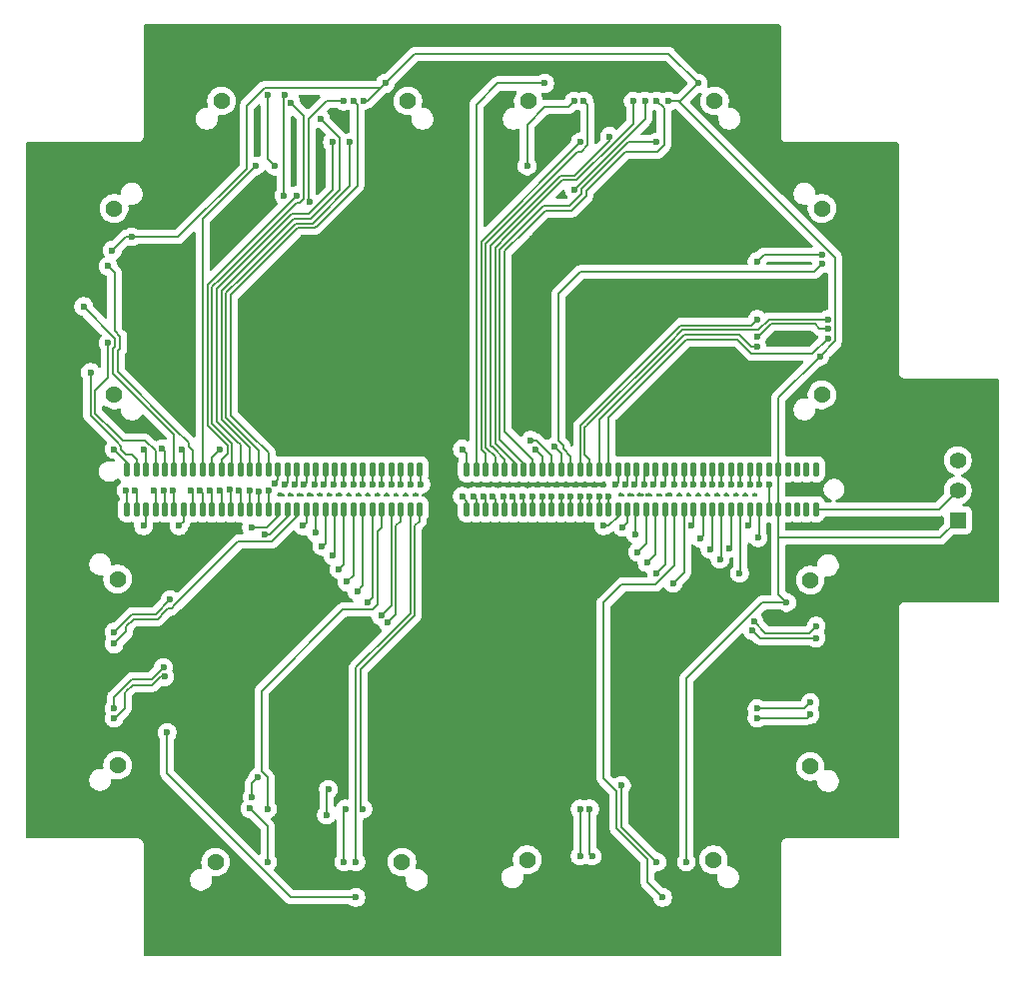
<source format=gbr>
%TF.GenerationSoftware,KiCad,Pcbnew,9.0.2*%
%TF.CreationDate,2025-05-28T10:28:05-07:00*%
%TF.ProjectId,8_Ch_Connector_CAEN_Adapter,385f4368-5f43-46f6-9e6e-6563746f725f,rev?*%
%TF.SameCoordinates,Original*%
%TF.FileFunction,Copper,L2,Bot*%
%TF.FilePolarity,Positive*%
%FSLAX46Y46*%
G04 Gerber Fmt 4.6, Leading zero omitted, Abs format (unit mm)*
G04 Created by KiCad (PCBNEW 9.0.2) date 2025-05-28 10:28:05*
%MOMM*%
%LPD*%
G01*
G04 APERTURE LIST*
G04 Aperture macros list*
%AMRoundRect*
0 Rectangle with rounded corners*
0 $1 Rounding radius*
0 $2 $3 $4 $5 $6 $7 $8 $9 X,Y pos of 4 corners*
0 Add a 4 corners polygon primitive as box body*
4,1,4,$2,$3,$4,$5,$6,$7,$8,$9,$2,$3,0*
0 Add four circle primitives for the rounded corners*
1,1,$1+$1,$2,$3*
1,1,$1+$1,$4,$5*
1,1,$1+$1,$6,$7*
1,1,$1+$1,$8,$9*
0 Add four rect primitives between the rounded corners*
20,1,$1+$1,$2,$3,$4,$5,0*
20,1,$1+$1,$4,$5,$6,$7,0*
20,1,$1+$1,$6,$7,$8,$9,0*
20,1,$1+$1,$8,$9,$2,$3,0*%
G04 Aperture macros list end*
%TA.AperFunction,ComponentPad*%
%ADD10C,1.431000*%
%TD*%
%TA.AperFunction,ComponentPad*%
%ADD11R,1.398000X1.398000*%
%TD*%
%TA.AperFunction,ComponentPad*%
%ADD12C,1.398000*%
%TD*%
%TA.AperFunction,SMDPad,CuDef*%
%ADD13RoundRect,0.125000X-0.125000X-0.475000X0.125000X-0.475000X0.125000X0.475000X-0.125000X0.475000X0*%
%TD*%
%TA.AperFunction,ViaPad*%
%ADD14C,0.600000*%
%TD*%
%TA.AperFunction,Conductor*%
%ADD15C,0.200000*%
%TD*%
G04 APERTURE END LIST*
D10*
%TO.P,J\u002A\u002A,MH1*%
%TO.N,N/C*%
X168005000Y-116300000D03*
%TO.P,J\u002A\u002A,MH2*%
X183795000Y-116300000D03*
%TD*%
%TO.P,J\u002A\u002A,MH1*%
%TO.N,N/C*%
X168105000Y-52000000D03*
%TO.P,J\u002A\u002A,MH2*%
X183895000Y-52000000D03*
%TD*%
%TO.P,J\u002A\u002A,MH1*%
%TO.N,N/C*%
X133000000Y-76895000D03*
%TO.P,J\u002A\u002A,MH2*%
X133000000Y-61105000D03*
%TD*%
D11*
%TO.P,REF\u002A\u002A,1*%
%TO.N,GND*%
X204500000Y-87540000D03*
D12*
%TO.P,REF\u002A\u002A,2*%
%TO.N,T_OUT*%
X204500000Y-85000000D03*
%TO.P,REF\u002A\u002A,3*%
%TO.N,3.3V*%
X204500000Y-82460000D03*
%TD*%
D10*
%TO.P,J\u002A\u002A,MH1*%
%TO.N,N/C*%
X142105000Y-52000000D03*
%TO.P,J\u002A\u002A,MH2*%
X157895000Y-52000000D03*
%TD*%
%TO.P,J\u002A\u002A,MH1*%
%TO.N,N/C*%
X141605000Y-116500000D03*
%TO.P,J\u002A\u002A,MH2*%
X157395000Y-116500000D03*
%TD*%
%TO.P,J\u002A\u002A,MH1*%
%TO.N,N/C*%
X192000000Y-108395000D03*
%TO.P,J\u002A\u002A,MH2*%
X192000000Y-92605000D03*
%TD*%
%TO.P,J\u002A\u002A,MH1*%
%TO.N,N/C*%
X133300000Y-92505000D03*
%TO.P,J\u002A\u002A,MH2*%
X133300000Y-108295000D03*
%TD*%
%TO.P,J\u002A\u002A,MH1*%
%TO.N,N/C*%
X193000000Y-61105000D03*
%TO.P,J\u002A\u002A,MH2*%
X193000000Y-76895000D03*
%TD*%
D13*
%TO.P,REF\u002A\u002A,1*%
%TO.N,A0*%
X134100000Y-83200000D03*
%TO.P,REF\u002A\u002A,2*%
%TO.N,A1*%
X134100000Y-86600000D03*
%TO.P,REF\u002A\u002A,3*%
%TO.N,K0*%
X134900000Y-83200000D03*
%TO.P,REF\u002A\u002A,4*%
%TO.N,K1*%
X134900000Y-86600000D03*
%TO.P,REF\u002A\u002A,5*%
%TO.N,A2*%
X135700000Y-83200000D03*
%TO.P,REF\u002A\u002A,6*%
%TO.N,A3*%
X135700000Y-86600000D03*
%TO.P,REF\u002A\u002A,7*%
%TO.N,K2*%
X136500000Y-83200000D03*
%TO.P,REF\u002A\u002A,8*%
%TO.N,K3*%
X136500000Y-86600000D03*
%TO.P,REF\u002A\u002A,9*%
%TO.N,A4*%
X137300000Y-83200000D03*
%TO.P,REF\u002A\u002A,10*%
%TO.N,A5*%
X137300000Y-86600000D03*
%TO.P,REF\u002A\u002A,11*%
%TO.N,K4*%
X138100000Y-83200000D03*
%TO.P,REF\u002A\u002A,12*%
%TO.N,K5*%
X138100000Y-86600000D03*
%TO.P,REF\u002A\u002A,13*%
%TO.N,A6*%
X138900000Y-83200000D03*
%TO.P,REF\u002A\u002A,14*%
%TO.N,A7*%
X138900000Y-86600000D03*
%TO.P,REF\u002A\u002A,15*%
%TO.N,K6*%
X139700000Y-83200000D03*
%TO.P,REF\u002A\u002A,16*%
%TO.N,K7*%
X139700000Y-86600000D03*
%TO.P,REF\u002A\u002A,17*%
%TO.N,A8*%
X140500000Y-83200000D03*
%TO.P,REF\u002A\u002A,18*%
%TO.N,A9*%
X140500000Y-86600000D03*
%TO.P,REF\u002A\u002A,19*%
%TO.N,K8*%
X141300000Y-83200000D03*
%TO.P,REF\u002A\u002A,20*%
%TO.N,K9*%
X141300000Y-86600000D03*
%TO.P,REF\u002A\u002A,21*%
%TO.N,A10*%
X142100000Y-83200000D03*
%TO.P,REF\u002A\u002A,22*%
%TO.N,A11*%
X142100000Y-86600000D03*
%TO.P,REF\u002A\u002A,23*%
%TO.N,K10*%
X142900000Y-83200000D03*
%TO.P,REF\u002A\u002A,24*%
%TO.N,K11*%
X142900000Y-86600000D03*
%TO.P,REF\u002A\u002A,25*%
%TO.N,A12*%
X143700000Y-83200000D03*
%TO.P,REF\u002A\u002A,26*%
%TO.N,A13*%
X143700000Y-86600000D03*
%TO.P,REF\u002A\u002A,27*%
%TO.N,K12*%
X144500000Y-83200000D03*
%TO.P,REF\u002A\u002A,28*%
%TO.N,K13*%
X144500000Y-86600000D03*
%TO.P,REF\u002A\u002A,29*%
%TO.N,A14*%
X145300000Y-83200000D03*
%TO.P,REF\u002A\u002A,30*%
%TO.N,A15*%
X145300000Y-86600000D03*
%TO.P,REF\u002A\u002A,31*%
%TO.N,K14*%
X146100000Y-83200000D03*
%TO.P,REF\u002A\u002A,32*%
%TO.N,K15*%
X146100000Y-86600000D03*
%TO.P,REF\u002A\u002A,33*%
%TO.N,A16*%
X146900000Y-83200000D03*
%TO.P,REF\u002A\u002A,34*%
%TO.N,A17*%
X146900000Y-86600000D03*
%TO.P,REF\u002A\u002A,35*%
%TO.N,K16*%
X147700000Y-83200000D03*
%TO.P,REF\u002A\u002A,36*%
%TO.N,K17*%
X147700000Y-86600000D03*
%TO.P,REF\u002A\u002A,37*%
%TO.N,A18*%
X148500000Y-83200000D03*
%TO.P,REF\u002A\u002A,38*%
%TO.N,A19*%
X148500000Y-86600000D03*
%TO.P,REF\u002A\u002A,39*%
%TO.N,K18*%
X149300000Y-83200000D03*
%TO.P,REF\u002A\u002A,40*%
%TO.N,K19*%
X149300000Y-86600000D03*
%TO.P,REF\u002A\u002A,41*%
%TO.N,A20*%
X150100000Y-83200000D03*
%TO.P,REF\u002A\u002A,42*%
%TO.N,A21*%
X150100000Y-86600000D03*
%TO.P,REF\u002A\u002A,43*%
%TO.N,K20*%
X150900000Y-83200000D03*
%TO.P,REF\u002A\u002A,44*%
%TO.N,K21*%
X150900000Y-86600000D03*
%TO.P,REF\u002A\u002A,45*%
%TO.N,A22*%
X151700000Y-83200000D03*
%TO.P,REF\u002A\u002A,46*%
%TO.N,A23*%
X151700000Y-86600000D03*
%TO.P,REF\u002A\u002A,47*%
%TO.N,K22*%
X152500000Y-83200000D03*
%TO.P,REF\u002A\u002A,48*%
%TO.N,K23*%
X152500000Y-86600000D03*
%TO.P,REF\u002A\u002A,49*%
%TO.N,A24*%
X153300000Y-83200000D03*
%TO.P,REF\u002A\u002A,50*%
%TO.N,A25*%
X153300000Y-86600000D03*
%TO.P,REF\u002A\u002A,51*%
%TO.N,K24*%
X154100000Y-83200000D03*
%TO.P,REF\u002A\u002A,52*%
%TO.N,K25*%
X154100000Y-86600000D03*
%TO.P,REF\u002A\u002A,53*%
%TO.N,A26*%
X154900000Y-83200000D03*
%TO.P,REF\u002A\u002A,54*%
%TO.N,A27*%
X154900000Y-86600000D03*
%TO.P,REF\u002A\u002A,55*%
%TO.N,K26*%
X155700000Y-83200000D03*
%TO.P,REF\u002A\u002A,56*%
%TO.N,K27*%
X155700000Y-86600000D03*
%TO.P,REF\u002A\u002A,57*%
%TO.N,A28*%
X156500000Y-83200000D03*
%TO.P,REF\u002A\u002A,58*%
%TO.N,A29*%
X156500000Y-86600000D03*
%TO.P,REF\u002A\u002A,59*%
%TO.N,K28*%
X157300000Y-83200000D03*
%TO.P,REF\u002A\u002A,60*%
%TO.N,K29*%
X157300000Y-86600000D03*
%TO.P,REF\u002A\u002A,61*%
%TO.N,A30*%
X158100000Y-83200000D03*
%TO.P,REF\u002A\u002A,62*%
%TO.N,A31*%
X158100000Y-86600000D03*
%TO.P,REF\u002A\u002A,63*%
%TO.N,K30*%
X158900000Y-83200000D03*
%TO.P,REF\u002A\u002A,64*%
%TO.N,K31*%
X158900000Y-86600000D03*
%TO.P,REF\u002A\u002A,65*%
%TO.N,A32*%
X162900000Y-83200000D03*
%TO.P,REF\u002A\u002A,66*%
%TO.N,A33*%
X162900000Y-86600000D03*
%TO.P,REF\u002A\u002A,67*%
%TO.N,K32*%
X163700000Y-83200000D03*
%TO.P,REF\u002A\u002A,68*%
%TO.N,K33*%
X163700000Y-86600000D03*
%TO.P,REF\u002A\u002A,69*%
%TO.N,A34*%
X164500000Y-83200000D03*
%TO.P,REF\u002A\u002A,70*%
%TO.N,A35*%
X164500000Y-86600000D03*
%TO.P,REF\u002A\u002A,71*%
%TO.N,K34*%
X165300000Y-83200000D03*
%TO.P,REF\u002A\u002A,72*%
%TO.N,K35*%
X165300000Y-86600000D03*
%TO.P,REF\u002A\u002A,73*%
%TO.N,A36*%
X166100000Y-83200000D03*
%TO.P,REF\u002A\u002A,74*%
%TO.N,A37*%
X166100000Y-86600000D03*
%TO.P,REF\u002A\u002A,75*%
%TO.N,K36*%
X166900000Y-83200000D03*
%TO.P,REF\u002A\u002A,76*%
%TO.N,K37*%
X166900000Y-86600000D03*
%TO.P,REF\u002A\u002A,77*%
%TO.N,A38*%
X167700000Y-83200000D03*
%TO.P,REF\u002A\u002A,78*%
%TO.N,A39*%
X167700000Y-86600000D03*
%TO.P,REF\u002A\u002A,79*%
%TO.N,K38*%
X168500000Y-83200000D03*
%TO.P,REF\u002A\u002A,80*%
%TO.N,K39*%
X168500000Y-86600000D03*
%TO.P,REF\u002A\u002A,81*%
%TO.N,A40*%
X169300000Y-83200000D03*
%TO.P,REF\u002A\u002A,82*%
%TO.N,A41*%
X169300000Y-86600000D03*
%TO.P,REF\u002A\u002A,83*%
%TO.N,K40*%
X170100000Y-83200000D03*
%TO.P,REF\u002A\u002A,84*%
%TO.N,K41*%
X170100000Y-86600000D03*
%TO.P,REF\u002A\u002A,85*%
%TO.N,A42*%
X170900000Y-83200000D03*
%TO.P,REF\u002A\u002A,86*%
%TO.N,A43*%
X170900000Y-86600000D03*
%TO.P,REF\u002A\u002A,87*%
%TO.N,K42*%
X171700000Y-83200000D03*
%TO.P,REF\u002A\u002A,88*%
%TO.N,K43*%
X171700000Y-86600000D03*
%TO.P,REF\u002A\u002A,89*%
%TO.N,A44*%
X172500000Y-83200000D03*
%TO.P,REF\u002A\u002A,90*%
%TO.N,A45*%
X172500000Y-86600000D03*
%TO.P,REF\u002A\u002A,91*%
%TO.N,K44*%
X173300000Y-83200000D03*
%TO.P,REF\u002A\u002A,92*%
%TO.N,K45*%
X173300000Y-86600000D03*
%TO.P,REF\u002A\u002A,93*%
%TO.N,A46*%
X174100000Y-83200000D03*
%TO.P,REF\u002A\u002A,94*%
%TO.N,A47*%
X174100000Y-86600000D03*
%TO.P,REF\u002A\u002A,95*%
%TO.N,K46*%
X174900000Y-83200000D03*
%TO.P,REF\u002A\u002A,96*%
%TO.N,K47*%
X174900000Y-86600000D03*
%TO.P,REF\u002A\u002A,97*%
%TO.N,A48*%
X175700000Y-83200000D03*
%TO.P,REF\u002A\u002A,98*%
%TO.N,A49*%
X175700000Y-86600000D03*
%TO.P,REF\u002A\u002A,99*%
%TO.N,K48*%
X176500000Y-83200000D03*
%TO.P,REF\u002A\u002A,100*%
%TO.N,K49*%
X176500000Y-86600000D03*
%TO.P,REF\u002A\u002A,101*%
%TO.N,A50*%
X177300000Y-83200000D03*
%TO.P,REF\u002A\u002A,102*%
%TO.N,A51*%
X177300000Y-86600000D03*
%TO.P,REF\u002A\u002A,103*%
%TO.N,K50*%
X178100000Y-83200000D03*
%TO.P,REF\u002A\u002A,104*%
%TO.N,K51*%
X178100000Y-86600000D03*
%TO.P,REF\u002A\u002A,105*%
%TO.N,A52*%
X178900000Y-83200000D03*
%TO.P,REF\u002A\u002A,106*%
%TO.N,A53*%
X178900000Y-86600000D03*
%TO.P,REF\u002A\u002A,107*%
%TO.N,K52*%
X179700000Y-83200000D03*
%TO.P,REF\u002A\u002A,108*%
%TO.N,K53*%
X179700000Y-86600000D03*
%TO.P,REF\u002A\u002A,109*%
%TO.N,A54*%
X180500000Y-83200000D03*
%TO.P,REF\u002A\u002A,110*%
%TO.N,A55*%
X180500000Y-86600000D03*
%TO.P,REF\u002A\u002A,111*%
%TO.N,K54*%
X181300000Y-83200000D03*
%TO.P,REF\u002A\u002A,112*%
%TO.N,K55*%
X181300000Y-86600000D03*
%TO.P,REF\u002A\u002A,113*%
%TO.N,A56*%
X182100000Y-83200000D03*
%TO.P,REF\u002A\u002A,114*%
%TO.N,A57*%
X182100000Y-86600000D03*
%TO.P,REF\u002A\u002A,115*%
%TO.N,K56*%
X182900000Y-83200000D03*
%TO.P,REF\u002A\u002A,116*%
%TO.N,K57*%
X182900000Y-86600000D03*
%TO.P,REF\u002A\u002A,117*%
%TO.N,A58*%
X183700000Y-83200000D03*
%TO.P,REF\u002A\u002A,118*%
%TO.N,A59*%
X183700000Y-86600000D03*
%TO.P,REF\u002A\u002A,119*%
%TO.N,K58*%
X184500000Y-83200000D03*
%TO.P,REF\u002A\u002A,120*%
%TO.N,K59*%
X184500000Y-86600000D03*
%TO.P,REF\u002A\u002A,121*%
%TO.N,A60*%
X185300000Y-83200000D03*
%TO.P,REF\u002A\u002A,122*%
%TO.N,A61*%
X185300000Y-86600000D03*
%TO.P,REF\u002A\u002A,123*%
%TO.N,K60*%
X186100000Y-83200000D03*
%TO.P,REF\u002A\u002A,124*%
%TO.N,K61*%
X186100000Y-86600000D03*
%TO.P,REF\u002A\u002A,125*%
%TO.N,A62*%
X186900000Y-83200000D03*
%TO.P,REF\u002A\u002A,126*%
%TO.N,A63*%
X186900000Y-86600000D03*
%TO.P,REF\u002A\u002A,127*%
%TO.N,K62*%
X187700000Y-83200000D03*
%TO.P,REF\u002A\u002A,128*%
%TO.N,K63*%
X187700000Y-86600000D03*
%TO.P,REF\u002A\u002A,129*%
%TO.N,N/C*%
X188500000Y-83200000D03*
%TO.P,REF\u002A\u002A,130*%
%TO.N,3.3V*%
X188500000Y-86600000D03*
%TO.P,REF\u002A\u002A,131*%
%TO.N,GND*%
X189300000Y-83200000D03*
%TO.P,REF\u002A\u002A,132*%
X189300000Y-86600000D03*
%TO.P,REF\u002A\u002A,133*%
X190100000Y-83200000D03*
%TO.P,REF\u002A\u002A,134*%
%TO.N,N/C*%
X190100000Y-86600000D03*
%TO.P,REF\u002A\u002A,135*%
%TO.N,GND*%
X190900000Y-83200000D03*
%TO.P,REF\u002A\u002A,136*%
%TO.N,N/C*%
X190900000Y-86600000D03*
%TO.P,REF\u002A\u002A,137*%
%TO.N,GND*%
X191700000Y-83200000D03*
%TO.P,REF\u002A\u002A,138*%
%TO.N,N/C*%
X191700000Y-86600000D03*
%TO.P,REF\u002A\u002A,139*%
%TO.N,GND*%
X192500000Y-83200000D03*
%TO.P,REF\u002A\u002A,140*%
%TO.N,T_OUT*%
X192500000Y-86600000D03*
%TD*%
D14*
%TO.N,GND*%
X153500000Y-119500000D03*
X137500000Y-105500000D03*
%TO.N,3.3V*%
X188500030Y-84500000D03*
%TO.N,A0*%
X133000000Y-81500000D03*
%TO.N,K0*%
X131000000Y-75000000D03*
%TO.N,A2*%
X135500000Y-81500000D03*
%TO.N,K2*%
X132500000Y-72500000D03*
%TO.N,A1*%
X134000000Y-85000000D03*
%TO.N,K1*%
X134800003Y-85000000D03*
%TO.N,K3*%
X136400009Y-85000000D03*
%TO.N,A3*%
X135500000Y-88000000D03*
%TO.N,A5*%
X137200012Y-85000000D03*
%TO.N,K5*%
X138000015Y-85000000D03*
%TO.N,A4*%
X137074678Y-81477588D03*
%TO.N,K4*%
X130416185Y-69416185D03*
%TO.N,A7*%
X138500000Y-88000000D03*
%TO.N,K7*%
X139500000Y-85000000D03*
%TO.N,A6*%
X138700000Y-81500000D03*
%TO.N,K6*%
X132500000Y-66000000D03*
%TO.N,A8*%
X145000000Y-57500000D03*
%TO.N,A9*%
X140300003Y-85000000D03*
%TO.N,A10*%
X148500000Y-60000000D03*
%TO.N,A11*%
X142000000Y-85000000D03*
%TO.N,K12*%
X150500000Y-53500000D03*
%TO.N,K11*%
X147500000Y-51500000D03*
X147402000Y-60000000D03*
X142798227Y-84946727D03*
%TO.N,K10*%
X148002000Y-52199000D03*
%TO.N,K9*%
X146600000Y-57500000D03*
X141124269Y-85024263D03*
X146000000Y-51500000D03*
%TO.N,K8*%
X142000000Y-81500000D03*
%TO.N,A12*%
X151500000Y-55500000D03*
%TO.N,A13*%
X143595934Y-85007283D03*
%TO.N,K13*%
X149619413Y-60579059D03*
X144500000Y-85000000D03*
X152500000Y-52000000D03*
%TO.N,K15*%
X146095173Y-84992129D03*
%TO.N,A15*%
X145297892Y-85058065D03*
%TO.N,A14*%
X153000000Y-55500000D03*
%TO.N,K14*%
X153300003Y-52000000D03*
%TO.N,GND*%
X134500000Y-63500000D03*
X180000000Y-52000000D03*
X182500000Y-50500000D03*
X156000000Y-50500000D03*
X181500000Y-116500000D03*
X192815024Y-73633511D03*
X154114771Y-51991094D03*
X132849735Y-64650265D03*
X190000000Y-94500000D03*
%TO.N,A16*%
X146603400Y-84374303D03*
%TO.N,A17*%
X144642887Y-88142887D03*
%TO.N,A18*%
X137757815Y-94257815D03*
X148300003Y-84500000D03*
X133000000Y-97000000D03*
%TO.N,K16*%
X147500000Y-84500000D03*
%TO.N,K17*%
X145770870Y-88742887D03*
%TO.N,K18*%
X149100006Y-84500000D03*
%TO.N,K19*%
X149000000Y-88000000D03*
%TO.N,K20*%
X150800003Y-84500000D03*
%TO.N,K21*%
X150619274Y-89735501D03*
%TO.N,K22*%
X152500000Y-84500000D03*
%TO.N,K23*%
X152076161Y-91698787D03*
%TO.N,A19*%
X133000000Y-98000000D03*
%TO.N,A20*%
X150000000Y-84500000D03*
%TO.N,A21*%
X150099236Y-88599236D03*
%TO.N,A22*%
X151600006Y-84500000D03*
X133000000Y-103500000D03*
X137176650Y-100000000D03*
%TO.N,A23*%
X137266239Y-100794970D03*
X133000000Y-104300003D03*
X151526624Y-90526624D03*
%TO.N,K24*%
X154100006Y-84500000D03*
%TO.N,K25*%
X153601948Y-93568019D03*
%TO.N,K26*%
X144704000Y-111000000D03*
X145176765Y-109323235D03*
X155700012Y-84500000D03*
%TO.N,K27*%
X146000000Y-112000000D03*
%TO.N,K28*%
X157300018Y-84500000D03*
X151000000Y-112500000D03*
X151174265Y-110325735D03*
%TO.N,K29*%
X156198473Y-96198473D03*
%TO.N,K30*%
X159000000Y-84500000D03*
%TO.N,K31*%
X154100000Y-112000000D03*
%TO.N,A24*%
X153300003Y-84500000D03*
%TO.N,A25*%
X152719836Y-92751658D03*
%TO.N,A26*%
X154900009Y-84500000D03*
X146000000Y-116500000D03*
X144525765Y-111974235D03*
%TO.N,A27*%
X154500000Y-94500000D03*
%TO.N,A28*%
X156500015Y-84500000D03*
%TO.N,A29*%
X155632786Y-95632786D03*
%TO.N,A30*%
X152500000Y-116500000D03*
X158100021Y-84500000D03*
X152600000Y-112000000D03*
%TO.N,A31*%
X153500000Y-116500000D03*
%TO.N,K32*%
X169500000Y-50500000D03*
%TO.N,K33*%
X163500000Y-85500000D03*
X172000000Y-52000000D03*
X168000000Y-57500000D03*
%TO.N,K34*%
X172800003Y-52000000D03*
%TO.N,K35*%
X165100006Y-85500000D03*
%TO.N,K36*%
X177000000Y-52000000D03*
%TO.N,K37*%
X178000000Y-52000000D03*
X166800003Y-85500000D03*
X172000000Y-59502650D03*
%TO.N,K38*%
X179000000Y-52000000D03*
%TO.N,K39*%
X168500000Y-85500000D03*
%TO.N,A32*%
X162500000Y-81500000D03*
%TO.N,A33*%
X162500000Y-85500000D03*
%TO.N,A34*%
X172500000Y-55500000D03*
%TO.N,A35*%
X164300003Y-85500000D03*
%TO.N,A36*%
X175000000Y-55000000D03*
%TO.N,A37*%
X166000000Y-85500000D03*
%TO.N,A38*%
X179000000Y-55500000D03*
%TO.N,A39*%
X167600006Y-85500000D03*
%TO.N,K40*%
X168299003Y-80757218D03*
%TO.N,K41*%
X193000000Y-65000000D03*
X187500000Y-65600000D03*
X170100006Y-85500000D03*
%TO.N,K42*%
X193000000Y-65800003D03*
%TO.N,K43*%
X171700010Y-85500000D03*
%TO.N,K44*%
X193500000Y-70500000D03*
%TO.N,K45*%
X193500000Y-71300003D03*
X173300016Y-85500000D03*
X187500000Y-72001000D03*
%TO.N,K46*%
X193500000Y-72100006D03*
%TO.N,K47*%
X174900022Y-85500000D03*
%TO.N,A40*%
X168700003Y-81500000D03*
%TO.N,A41*%
X169300003Y-85500000D03*
%TO.N,K48*%
X176300003Y-84500000D03*
%TO.N,A42*%
X170301003Y-81276967D03*
%TO.N,A43*%
X170900008Y-85499997D03*
%TO.N,A44*%
X187500000Y-70500000D03*
%TO.N,A45*%
X172500013Y-85500000D03*
%TO.N,A46*%
X187500000Y-72801003D03*
%TO.N,A47*%
X174100019Y-85500000D03*
%TO.N,K49*%
X176083039Y-88115434D03*
%TO.N,K50*%
X177924272Y-84475737D03*
%TO.N,K51*%
X177362525Y-90232894D03*
%TO.N,K52*%
X179523581Y-84499755D03*
%TO.N,K53*%
X179000000Y-92000000D03*
%TO.N,K54*%
X181300003Y-84500000D03*
%TO.N,K55*%
X180382791Y-92882781D03*
%TO.N,A48*%
X175500000Y-84500000D03*
%TO.N,A49*%
X174500000Y-88000000D03*
%TO.N,A50*%
X172500000Y-112000000D03*
X172500000Y-116000000D03*
X177100006Y-84500000D03*
%TO.N,A51*%
X173300003Y-112000000D03*
X173500000Y-116000000D03*
X177198473Y-88698473D03*
%TO.N,A52*%
X178723621Y-84508062D03*
%TO.N,A53*%
X178166343Y-91127549D03*
%TO.N,A54*%
X179000000Y-116500000D03*
X176000000Y-110000000D03*
X180500000Y-84500000D03*
%TO.N,A55*%
X179500000Y-119500000D03*
%TO.N,K56*%
X182900009Y-84500000D03*
%TO.N,K57*%
X182704000Y-89050236D03*
%TO.N,K58*%
X184500015Y-84500000D03*
%TO.N,K59*%
X184352238Y-90852234D03*
%TO.N,K60*%
X186100021Y-84500000D03*
%TO.N,K61*%
X186018572Y-92018572D03*
%TO.N,K62*%
X187700027Y-84500000D03*
%TO.N,K63*%
X187558238Y-89000000D03*
%TO.N,A56*%
X182100006Y-84500000D03*
%TO.N,A57*%
X181902000Y-88000000D03*
%TO.N,A58*%
X192000000Y-104000000D03*
X183700012Y-84500000D03*
X187500000Y-104299000D03*
%TO.N,A59*%
X183506000Y-90000000D03*
X192000000Y-103000000D03*
X187500000Y-103498997D03*
%TO.N,A60*%
X185300018Y-84500000D03*
%TO.N,A61*%
X185108000Y-89900762D03*
%TO.N,A62*%
X187113815Y-96886185D03*
X192500000Y-97500000D03*
X186900024Y-84500000D03*
%TO.N,A63*%
X186756238Y-88000000D03*
X187219892Y-96093246D03*
X192500000Y-96500000D03*
%TD*%
D15*
%TO.N,GND*%
X145000000Y-116500000D02*
X137500000Y-109000000D01*
X148000000Y-119500000D02*
X145000000Y-116500000D01*
X153500000Y-119500000D02*
X148000000Y-119500000D01*
X137500000Y-109000000D02*
X137500000Y-105500000D01*
X189300000Y-86600000D02*
X189300000Y-89000000D01*
X204500000Y-87540000D02*
X203040000Y-89000000D01*
X203040000Y-89000000D02*
X189300000Y-89000000D01*
%TO.N,T_OUT*%
X204500000Y-85000000D02*
X202900000Y-86600000D01*
X202900000Y-86600000D02*
X192500000Y-86600000D01*
%TO.N,3.3V*%
X188500000Y-84500030D02*
X188500030Y-84500000D01*
X188500000Y-86600000D02*
X188500000Y-84500030D01*
%TO.N,A0*%
X134100000Y-83200000D02*
X134100000Y-82600000D01*
X134100000Y-82600000D02*
X133000000Y-81500000D01*
%TO.N,K0*%
X134900000Y-82400000D02*
X134466450Y-81966450D01*
X134466450Y-81966450D02*
X134033550Y-81966450D01*
X133248943Y-80899000D02*
X131000000Y-78650057D01*
X133601000Y-81500000D02*
X133601000Y-81251057D01*
X134900000Y-83200000D02*
X134900000Y-82400000D01*
X133601000Y-81533900D02*
X133601000Y-81500000D01*
X131000000Y-78650057D02*
X131000000Y-75000000D01*
X134033550Y-81966450D02*
X133601000Y-81533900D01*
X133601000Y-81251057D02*
X133248943Y-80899000D01*
%TO.N,A2*%
X135700000Y-83200000D02*
X135700000Y-81700000D01*
X135700000Y-81700000D02*
X135500000Y-81500000D01*
%TO.N,K2*%
X132958521Y-80041478D02*
X131458521Y-78541478D01*
X132500000Y-75401000D02*
X132500000Y-72500000D01*
X133708521Y-80791478D02*
X132958521Y-80041478D01*
X135641421Y-80791478D02*
X133708521Y-80791478D01*
X131401000Y-78483957D02*
X131401000Y-76500000D01*
X136500000Y-81650057D02*
X135641421Y-80791478D01*
X131458521Y-78541478D02*
X131401000Y-78483957D01*
X131401000Y-76500000D02*
X132500000Y-75401000D01*
X136500000Y-83200000D02*
X136500000Y-81650057D01*
%TO.N,A1*%
X134100000Y-86600000D02*
X134100000Y-85100000D01*
X134100000Y-85100000D02*
X134000000Y-85000000D01*
%TO.N,K1*%
X134900000Y-85099997D02*
X134800003Y-85000000D01*
X134900000Y-86600000D02*
X134900000Y-85099997D01*
%TO.N,K3*%
X136500000Y-86600000D02*
X136500000Y-85099991D01*
X136500000Y-85099991D02*
X136400009Y-85000000D01*
%TO.N,A3*%
X135700000Y-86600000D02*
X135700000Y-87800000D01*
X135700000Y-87800000D02*
X135500000Y-88000000D01*
%TO.N,A5*%
X137300000Y-86600000D02*
X137300000Y-85099988D01*
X137300000Y-85099988D02*
X137200012Y-85000000D01*
%TO.N,K5*%
X138100000Y-86600000D02*
X138100000Y-85099985D01*
X138100000Y-85099985D02*
X138000015Y-85000000D01*
%TO.N,A4*%
X137300000Y-83200000D02*
X137300000Y-81702910D01*
X137300000Y-81702910D02*
X137074678Y-81477588D01*
%TO.N,K4*%
X132901000Y-73000000D02*
X133101000Y-72800000D01*
X132901000Y-74000000D02*
X132901000Y-73000000D01*
X138100000Y-80294017D02*
X132901000Y-75095017D01*
X133101000Y-72800000D02*
X133101000Y-72500000D01*
X132901000Y-75095017D02*
X132901000Y-74000000D01*
X133101000Y-72101000D02*
X130416185Y-69416185D01*
X138100000Y-83200000D02*
X138100000Y-80294017D01*
X133101000Y-72500000D02*
X133101000Y-72101000D01*
%TO.N,A7*%
X138900000Y-86600000D02*
X138900000Y-87600000D01*
X138900000Y-87600000D02*
X138500000Y-88000000D01*
%TO.N,K7*%
X139700000Y-85200000D02*
X139500000Y-85000000D01*
X139700000Y-86600000D02*
X139700000Y-85200000D01*
%TO.N,A6*%
X138900000Y-81700000D02*
X138700000Y-81500000D01*
X138900000Y-83200000D02*
X138900000Y-81700000D01*
%TO.N,K6*%
X139700000Y-81650057D02*
X139301000Y-81251057D01*
X133033550Y-71466450D02*
X133033550Y-66533550D01*
X139301000Y-81251057D02*
X139301000Y-80927917D01*
X133033550Y-66533550D02*
X132500000Y-66000000D01*
X133502000Y-72500000D02*
X133502000Y-71934900D01*
X133302000Y-74500000D02*
X133302000Y-73166100D01*
X138186541Y-79813458D02*
X133302000Y-74928917D01*
X133302000Y-73166100D02*
X133502000Y-72966100D01*
X139301000Y-80927917D02*
X138186541Y-79813458D01*
X139700000Y-83200000D02*
X139700000Y-81650057D01*
X133502000Y-72966100D02*
X133502000Y-72500000D01*
X133302000Y-74928917D02*
X133302000Y-74500000D01*
X133502000Y-71934900D02*
X133033550Y-71466450D01*
%TO.N,A8*%
X140500000Y-62000000D02*
X145000000Y-57500000D01*
X140500000Y-83200000D02*
X140500000Y-62000000D01*
%TO.N,A9*%
X140500000Y-85199997D02*
X140300003Y-85000000D01*
X140500000Y-86600000D02*
X140500000Y-85199997D01*
%TO.N,A10*%
X142601000Y-81200000D02*
X142601000Y-81899000D01*
X142601000Y-81899000D02*
X142100000Y-82400000D01*
X148500000Y-60000000D02*
X140901000Y-67599000D01*
X140901000Y-79500000D02*
X142601000Y-81200000D01*
X140901000Y-67599000D02*
X140901000Y-79500000D01*
X142100000Y-82400000D02*
X142100000Y-83200000D01*
%TO.N,A11*%
X142100000Y-85100000D02*
X142000000Y-85000000D01*
X142100000Y-86600000D02*
X142100000Y-85100000D01*
%TO.N,K12*%
X152101000Y-59514515D02*
X149647415Y-61968100D01*
X150500000Y-53500000D02*
X152101000Y-55101000D01*
X148233200Y-61968100D02*
X142104000Y-68097300D01*
X144500000Y-81365800D02*
X144500000Y-83200000D01*
X142104000Y-68097300D02*
X142104000Y-78969800D01*
X142104000Y-78969800D02*
X144500000Y-81365800D01*
X152101000Y-55101000D02*
X152101000Y-59514515D01*
X149647415Y-61968100D02*
X148233200Y-61968100D01*
%TO.N,K11*%
X147402000Y-60000000D02*
X147402000Y-51598000D01*
X142900000Y-86600000D02*
X142900000Y-85048500D01*
X147402000Y-51598000D02*
X147500000Y-51500000D01*
X142900000Y-85048500D02*
X142798227Y-84946727D01*
%TO.N,K10*%
X141302000Y-67765100D02*
X142033550Y-67033550D01*
X142033550Y-67033550D02*
X147533550Y-61533550D01*
X141302000Y-79302000D02*
X141302000Y-78500000D01*
X143002000Y-81002000D02*
X142500000Y-80500000D01*
X148466100Y-60601000D02*
X148500000Y-60601000D01*
X142900000Y-83200000D02*
X143002000Y-83098000D01*
X141302000Y-78500000D02*
X141302000Y-67765100D01*
X149101000Y-53298000D02*
X148002000Y-52199000D01*
X149101000Y-60248943D02*
X149101000Y-53298000D01*
X148748943Y-60601000D02*
X149101000Y-60248943D01*
X143002000Y-83098000D02*
X143002000Y-81002000D01*
X148500000Y-60601000D02*
X148748943Y-60601000D01*
X147533550Y-61533550D02*
X148466100Y-60601000D01*
X142500000Y-80500000D02*
X141302000Y-79302000D01*
%TO.N,K9*%
X146000000Y-56900000D02*
X146000000Y-51500000D01*
X141300000Y-86600000D02*
X141300000Y-85199994D01*
X141300000Y-85199994D02*
X141124269Y-85024263D01*
X146600000Y-57500000D02*
X146000000Y-56900000D01*
%TO.N,K8*%
X141300000Y-83200000D02*
X141300000Y-82200000D01*
X141300000Y-82200000D02*
X142000000Y-81500000D01*
%TO.N,A12*%
X149481315Y-61567100D02*
X151500000Y-59548415D01*
X143700000Y-81132900D02*
X143403000Y-80835900D01*
X151500000Y-59548415D02*
X151500000Y-55500000D01*
X143700000Y-83200000D02*
X143700000Y-81132900D01*
X141703000Y-67931200D02*
X142817100Y-66817100D01*
X141703000Y-78500000D02*
X141703000Y-67931200D01*
X142817100Y-66817100D02*
X148067100Y-61567100D01*
X141703000Y-79135900D02*
X141703000Y-78500000D01*
X148067100Y-61567100D02*
X149481315Y-61567100D01*
X143403000Y-80835900D02*
X141703000Y-79135900D01*
%TO.N,A13*%
X143700000Y-86600000D02*
X143700000Y-85111349D01*
X143700000Y-85111349D02*
X143595934Y-85007283D01*
%TO.N,K13*%
X149619413Y-60579059D02*
X149502000Y-60461646D01*
X149502000Y-60461646D02*
X149502000Y-58000000D01*
X151002000Y-52000000D02*
X152500000Y-52000000D01*
X144500000Y-86600000D02*
X144500000Y-85000000D01*
X149502000Y-58000000D02*
X149502000Y-53500000D01*
X149502000Y-53500000D02*
X151002000Y-52000000D01*
%TO.N,K15*%
X146100000Y-84996956D02*
X146095173Y-84992129D01*
X146100000Y-86600000D02*
X146100000Y-84996956D01*
%TO.N,A15*%
X145300000Y-86600000D02*
X145300000Y-85060173D01*
X145300000Y-85060173D02*
X145297892Y-85058065D01*
%TO.N,A14*%
X148500000Y-62369100D02*
X149813515Y-62369100D01*
X153000000Y-59182615D02*
X153000000Y-55500000D01*
X145300000Y-81598700D02*
X144100650Y-80399350D01*
X142505000Y-78803700D02*
X142505000Y-77500000D01*
X142505000Y-68263400D02*
X143884200Y-66884200D01*
X144100650Y-80399350D02*
X142505000Y-78803700D01*
X145300000Y-83200000D02*
X145300000Y-81598700D01*
X149813515Y-62369100D02*
X150048415Y-62134200D01*
X142505000Y-77500000D02*
X142505000Y-68263400D01*
X148399300Y-62369100D02*
X148500000Y-62369100D01*
X143884200Y-66884200D02*
X148399300Y-62369100D01*
X150048415Y-62134200D02*
X153000000Y-59182615D01*
%TO.N,K14*%
X142906000Y-68429500D02*
X144917750Y-66417750D01*
X148565400Y-62770100D02*
X149000000Y-62770100D01*
X142906000Y-78637600D02*
X142906000Y-76500000D01*
X146100000Y-83200000D02*
X146100000Y-81831600D01*
X149979615Y-62770100D02*
X150214515Y-62535200D01*
X144917750Y-66417750D02*
X148565400Y-62770100D01*
X153601000Y-52300997D02*
X153300003Y-52000000D01*
X144501650Y-80233250D02*
X142906000Y-78637600D01*
X150214515Y-62535200D02*
X153601000Y-59148715D01*
X153601000Y-59148715D02*
X153601000Y-52300997D01*
X146100000Y-81831600D02*
X144501650Y-80233250D01*
X142906000Y-76500000D02*
X142906000Y-68429500D01*
X149000000Y-62770100D02*
X149979615Y-62770100D01*
%TO.N,GND*%
X155601000Y-50899000D02*
X145751057Y-50899000D01*
X181000000Y-52000000D02*
X182500000Y-50500000D01*
X138432900Y-63500000D02*
X134500000Y-63500000D01*
X187963195Y-94500000D02*
X181500000Y-100963195D01*
X192815024Y-73633511D02*
X194101000Y-72347535D01*
X158500000Y-48000000D02*
X180000000Y-48000000D01*
X144216450Y-57716450D02*
X138432900Y-63500000D01*
X180000000Y-52000000D02*
X181000000Y-52000000D01*
X132849735Y-64650265D02*
X134000000Y-63500000D01*
X194101000Y-72347535D02*
X194101000Y-65251057D01*
X189300000Y-89000000D02*
X189300000Y-93800000D01*
X189300000Y-86600000D02*
X189300000Y-83200000D01*
X144216450Y-52433607D02*
X144216450Y-57716450D01*
X192815024Y-73633511D02*
X189300000Y-77148535D01*
X190000000Y-94500000D02*
X187963195Y-94500000D01*
X189300000Y-77148535D02*
X189300000Y-83200000D01*
X156000000Y-50500000D02*
X155601000Y-50899000D01*
X156000000Y-50500000D02*
X158500000Y-48000000D01*
X194101000Y-65251057D02*
X180849943Y-52000000D01*
X145751057Y-50899000D02*
X144216450Y-52433607D01*
X181500000Y-100963195D02*
X181500000Y-116500000D01*
X134000000Y-63500000D02*
X134500000Y-63500000D01*
X180849943Y-52000000D02*
X180000000Y-52000000D01*
X154114771Y-51991094D02*
X154508906Y-51991094D01*
X154508906Y-51991094D02*
X156000000Y-50500000D01*
X189300000Y-93800000D02*
X190000000Y-94500000D01*
X180000000Y-48000000D02*
X182500000Y-50500000D01*
%TO.N,A16*%
X146900000Y-83200000D02*
X146900000Y-84077703D01*
X146900000Y-84077703D02*
X146603400Y-84374303D01*
%TO.N,A17*%
X146900000Y-87199999D02*
X145957112Y-88142887D01*
X145957112Y-88142887D02*
X144642887Y-88142887D01*
X146900000Y-86600000D02*
X146900000Y-87199999D01*
%TO.N,A18*%
X136515630Y-95500000D02*
X134500000Y-95500000D01*
X137757815Y-94257815D02*
X136515630Y-95500000D01*
X148500000Y-83200000D02*
X148500000Y-84300003D01*
X148500000Y-84300003D02*
X148300003Y-84500000D01*
X134500000Y-95500000D02*
X133000000Y-97000000D01*
%TO.N,K16*%
X147700000Y-84300000D02*
X147500000Y-84500000D01*
X147700000Y-83200000D02*
X147700000Y-84300000D01*
%TO.N,K17*%
X146157112Y-88742887D02*
X145770870Y-88742887D01*
X147700000Y-87199999D02*
X146157112Y-88742887D01*
X147700000Y-86600000D02*
X147700000Y-87199999D01*
%TO.N,K18*%
X149300000Y-84300006D02*
X149100006Y-84500000D01*
X149300000Y-83200000D02*
X149300000Y-84300006D01*
%TO.N,K19*%
X149000000Y-88000000D02*
X149300000Y-87700000D01*
X149300000Y-87700000D02*
X149300000Y-86600000D01*
%TO.N,K20*%
X150900000Y-84400003D02*
X150800003Y-84500000D01*
X150900000Y-83200000D02*
X150900000Y-84400003D01*
%TO.N,K21*%
X150900000Y-86600000D02*
X150900000Y-89454775D01*
X150900000Y-89454775D02*
X150619274Y-89735501D01*
%TO.N,K22*%
X152500000Y-83200000D02*
X152500000Y-84500000D01*
%TO.N,K23*%
X152500000Y-86600000D02*
X152500000Y-91274948D01*
X152500000Y-91274948D02*
X152076161Y-91698787D01*
%TO.N,A19*%
X138182786Y-94682787D02*
X137865573Y-95000000D01*
X146356112Y-89343887D02*
X145521927Y-89343887D01*
X134033550Y-96966450D02*
X133000000Y-98000000D01*
X134033550Y-96533550D02*
X134033550Y-96966450D01*
X137865573Y-95000000D02*
X137582730Y-95000000D01*
X135500000Y-95901000D02*
X134666100Y-95901000D01*
X148500000Y-87199999D02*
X146356112Y-89343887D01*
X148500000Y-86600000D02*
X148500000Y-87199999D01*
X137291365Y-95291365D02*
X136681730Y-95901000D01*
X134666100Y-95901000D02*
X134033550Y-96533550D01*
X136681730Y-95901000D02*
X135500000Y-95901000D01*
X143521686Y-89343887D02*
X138182786Y-94682787D01*
X137582730Y-95000000D02*
X137291365Y-95291365D01*
X145521927Y-89343887D02*
X143521686Y-89343887D01*
%TO.N,A20*%
X150100000Y-84400000D02*
X150000000Y-84500000D01*
X150100000Y-83200000D02*
X150100000Y-84400000D01*
%TO.N,A21*%
X150100000Y-88598472D02*
X150099236Y-88599236D01*
X150100000Y-86600000D02*
X150100000Y-88598472D01*
%TO.N,A22*%
X151700000Y-83200000D02*
X151700000Y-84400006D01*
X134500000Y-101000000D02*
X133000000Y-102500000D01*
X137176650Y-100000000D02*
X136176650Y-101000000D01*
X151700000Y-84400006D02*
X151600006Y-84500000D01*
X136176650Y-101000000D02*
X134500000Y-101000000D01*
X133000000Y-102500000D02*
X133000000Y-103500000D01*
%TO.N,A23*%
X151700000Y-86600000D02*
X151700000Y-90353248D01*
X136243750Y-101500000D02*
X135500000Y-101500000D01*
X133049940Y-104300003D02*
X133000000Y-104300003D01*
X136621875Y-101121875D02*
X136243750Y-101500000D01*
X133903859Y-102163241D02*
X133903859Y-103446084D01*
X133903859Y-103446084D02*
X133049940Y-104300003D01*
X135500000Y-101500000D02*
X134567100Y-101500000D01*
X134033550Y-102033550D02*
X133903859Y-102163241D01*
X136948780Y-100794970D02*
X136621875Y-101121875D01*
X137266239Y-100794970D02*
X136948780Y-100794970D01*
X151700000Y-90353248D02*
X151526624Y-90526624D01*
X134567100Y-101500000D02*
X134033550Y-102033550D01*
%TO.N,K24*%
X154100000Y-84499994D02*
X154100006Y-84500000D01*
X154100000Y-83200000D02*
X154100000Y-84499994D01*
%TO.N,K25*%
X154100000Y-93069967D02*
X153601948Y-93568019D01*
X154100000Y-86600000D02*
X154100000Y-93069967D01*
%TO.N,K26*%
X155700000Y-84499988D02*
X155700012Y-84500000D01*
X155700000Y-83200000D02*
X155700000Y-84499988D01*
X144704000Y-111000000D02*
X144704000Y-109796000D01*
X144704000Y-109796000D02*
X145176765Y-109323235D01*
%TO.N,K27*%
X146000000Y-112000000D02*
X146000000Y-109296527D01*
X155700000Y-88101000D02*
X155700000Y-86600000D01*
X152399000Y-95101000D02*
X154899000Y-95101000D01*
X155301000Y-88500000D02*
X155700000Y-88101000D01*
X154899000Y-95101000D02*
X155301000Y-94699000D01*
X145500000Y-108796527D02*
X145500000Y-102000000D01*
X155301000Y-94699000D02*
X155301000Y-88500000D01*
X146000000Y-109296527D02*
X145500000Y-108796527D01*
X145500000Y-102000000D02*
X152399000Y-95101000D01*
%TO.N,K28*%
X151174265Y-110325735D02*
X151000000Y-110500000D01*
X157300000Y-84499982D02*
X157300018Y-84500000D01*
X157300000Y-83200000D02*
X157300000Y-84499982D01*
X151000000Y-110500000D02*
X151000000Y-112500000D01*
%TO.N,K29*%
X156901000Y-94500000D02*
X156901000Y-95495946D01*
X156901000Y-89500000D02*
X156901000Y-94500000D01*
X157300000Y-86600000D02*
X157300000Y-87601000D01*
X157300000Y-87601000D02*
X156901000Y-88000000D01*
X156901000Y-95495946D02*
X156198473Y-96198473D01*
X156901000Y-88000000D02*
X156901000Y-89500000D01*
%TO.N,K30*%
X159000000Y-83300000D02*
X158900000Y-83200000D01*
X159000000Y-84500000D02*
X159000000Y-83300000D01*
%TO.N,K31*%
X158501000Y-91000000D02*
X158501000Y-95566100D01*
X158501000Y-95566100D02*
X157783550Y-96283550D01*
X153901000Y-111801000D02*
X154100000Y-112000000D01*
X157783550Y-96283550D02*
X153901000Y-100166100D01*
X158501000Y-88000000D02*
X158501000Y-91000000D01*
X153901000Y-101500000D02*
X153901000Y-111801000D01*
X153901000Y-100166100D02*
X153901000Y-101500000D01*
X158900000Y-86600000D02*
X158900000Y-87601000D01*
X158900000Y-87601000D02*
X158501000Y-88000000D01*
%TO.N,A24*%
X153300000Y-84499997D02*
X153300003Y-84500000D01*
X153300000Y-83200000D02*
X153300000Y-84499997D01*
%TO.N,A25*%
X153300000Y-86600000D02*
X153300000Y-92171494D01*
X153300000Y-92171494D02*
X152719836Y-92751658D01*
%TO.N,A26*%
X154900000Y-83200000D02*
X154900000Y-84499991D01*
X154900000Y-84499991D02*
X154900009Y-84500000D01*
X146000000Y-113448470D02*
X146000000Y-116500000D01*
X144525765Y-111974235D02*
X146000000Y-113448470D01*
%TO.N,A27*%
X154900000Y-94100000D02*
X154500000Y-94500000D01*
X154900000Y-86600000D02*
X154900000Y-94100000D01*
%TO.N,A28*%
X156500000Y-83200000D02*
X156500000Y-84499985D01*
X156500000Y-84499985D02*
X156500015Y-84500000D01*
%TO.N,A29*%
X156500000Y-86600000D02*
X156500000Y-94765572D01*
X156500000Y-94765572D02*
X155632786Y-95632786D01*
%TO.N,A30*%
X158100000Y-84499979D02*
X158100021Y-84500000D01*
X158100000Y-83200000D02*
X158100000Y-84499979D01*
X152600000Y-112000000D02*
X152500000Y-112100000D01*
X152500000Y-112100000D02*
X152500000Y-116500000D01*
%TO.N,A31*%
X158100000Y-86600000D02*
X158100000Y-95400000D01*
X153500000Y-100000000D02*
X153500000Y-116500000D01*
X158100000Y-95400000D02*
X156500000Y-97000000D01*
X156500000Y-97000000D02*
X153500000Y-100000000D01*
%TO.N,K32*%
X163700000Y-52300000D02*
X165500000Y-50500000D01*
X165500000Y-50500000D02*
X169500000Y-50500000D01*
X163700000Y-83200000D02*
X163700000Y-52300000D01*
%TO.N,K33*%
X169500000Y-52500000D02*
X171500000Y-52500000D01*
X168000000Y-54000000D02*
X169500000Y-52500000D01*
X163700000Y-85700000D02*
X163500000Y-85500000D01*
X171500000Y-52500000D02*
X172000000Y-52000000D01*
X163700000Y-86600000D02*
X163700000Y-85700000D01*
X168000000Y-57500000D02*
X168000000Y-54000000D01*
%TO.N,K34*%
X173101000Y-52300997D02*
X173101000Y-55748943D01*
X172283550Y-56283550D02*
X164502000Y-64065100D01*
X172566393Y-56283550D02*
X172283550Y-56283550D01*
X173101000Y-55748943D02*
X172566393Y-56283550D01*
X164502000Y-81333900D02*
X165300000Y-82131900D01*
X164502000Y-64065100D02*
X164502000Y-81333900D01*
X172800003Y-52000000D02*
X173101000Y-52300997D01*
X165300000Y-82131900D02*
X165300000Y-83200000D01*
%TO.N,K35*%
X165300000Y-86600000D02*
X165300000Y-85699994D01*
X165300000Y-85699994D02*
X165100006Y-85500000D01*
%TO.N,K36*%
X172217775Y-58717775D02*
X175717775Y-55217775D01*
X165304000Y-81001700D02*
X165304000Y-80000000D01*
X165901150Y-81598850D02*
X165304000Y-81001700D01*
X175717775Y-55217775D02*
X177000000Y-53935550D01*
X165304000Y-80000000D02*
X165304000Y-64397300D01*
X166350650Y-63350650D02*
X169850650Y-59850650D01*
X169850650Y-59850650D02*
X170983525Y-58717775D01*
X165304000Y-64397300D02*
X166350650Y-63350650D01*
X170983525Y-58717775D02*
X172217775Y-58717775D01*
X166900000Y-83200000D02*
X166900000Y-82597700D01*
X166900000Y-82597700D02*
X165901150Y-81598850D01*
X177000000Y-53935550D02*
X177000000Y-52000000D01*
%TO.N,K37*%
X166900000Y-85599997D02*
X166800003Y-85500000D01*
X166900000Y-86600000D02*
X166900000Y-85599997D01*
X178000000Y-53502650D02*
X178000000Y-52000000D01*
X172000000Y-59502650D02*
X178000000Y-53502650D01*
%TO.N,K38*%
X169550300Y-61285200D02*
X171781900Y-61285200D01*
X167917750Y-62917750D02*
X169550300Y-61285200D01*
X176318425Y-56318425D02*
X179031518Y-56318425D01*
X173002000Y-60065100D02*
X173002000Y-59634850D01*
X166106000Y-64729500D02*
X167917750Y-62917750D01*
X179031518Y-56318425D02*
X179601000Y-55748943D01*
X166106000Y-80000000D02*
X166106000Y-78500000D01*
X173002000Y-59634850D02*
X176318425Y-56318425D01*
X168500000Y-82394000D02*
X166106000Y-80000000D01*
X179601000Y-52601000D02*
X179000000Y-52000000D01*
X179601000Y-55748943D02*
X179601000Y-52601000D01*
X168500000Y-83200000D02*
X168500000Y-82394000D01*
X167917750Y-62917750D02*
X167935850Y-62935850D01*
X166106000Y-78500000D02*
X166106000Y-64729500D01*
X171781900Y-61285200D02*
X173002000Y-60065100D01*
%TO.N,K39*%
X168500000Y-86600000D02*
X168500000Y-85500000D01*
%TO.N,A32*%
X162900000Y-81900000D02*
X162500000Y-81500000D01*
X162900000Y-83200000D02*
X162900000Y-81900000D01*
%TO.N,A33*%
X162900000Y-85900000D02*
X162500000Y-85500000D01*
X162900000Y-86600000D02*
X162900000Y-85900000D01*
%TO.N,A34*%
X164101000Y-63899000D02*
X172500000Y-55500000D01*
X164101000Y-81500000D02*
X164101000Y-80000000D01*
X164500000Y-83200000D02*
X164500000Y-81899000D01*
X164500000Y-81899000D02*
X164101000Y-81500000D01*
X164101000Y-80000000D02*
X164101000Y-63899000D01*
%TO.N,A35*%
X164500000Y-85699997D02*
X164300003Y-85500000D01*
X164500000Y-86600000D02*
X164500000Y-85699997D01*
%TO.N,A36*%
X170831550Y-58302650D02*
X170845675Y-58316775D01*
X170845675Y-58316775D02*
X172000000Y-58316775D01*
X164903000Y-80000000D02*
X164903000Y-64231200D01*
X166100000Y-82364800D02*
X165117600Y-81382400D01*
X165117600Y-81382400D02*
X164903000Y-81167800D01*
X166100000Y-83200000D02*
X166100000Y-82364800D01*
X175000000Y-55368450D02*
X175000000Y-55000000D01*
X167317100Y-61817100D02*
X170831550Y-58302650D01*
X172051675Y-58316775D02*
X175000000Y-55368450D01*
X164903000Y-64231200D02*
X167317100Y-61817100D01*
X172000000Y-58316775D02*
X172051675Y-58316775D01*
X164903000Y-81167800D02*
X164903000Y-80000000D01*
%TO.N,A37*%
X166100000Y-85600000D02*
X166000000Y-85500000D01*
X166100000Y-86600000D02*
X166100000Y-85600000D01*
%TO.N,A38*%
X165705000Y-80705000D02*
X165705000Y-80500000D01*
X165705000Y-64563400D02*
X169384200Y-60884200D01*
X167700000Y-82700000D02*
X165705000Y-80705000D01*
X172601000Y-59899000D02*
X172601000Y-59710171D01*
X165705000Y-80500000D02*
X165705000Y-64563400D01*
X171615800Y-60884200D02*
X172601000Y-59899000D01*
X172601000Y-59468750D02*
X172784875Y-59284875D01*
X172784875Y-59284875D02*
X176569750Y-55500000D01*
X167700000Y-83200000D02*
X167700000Y-82700000D01*
X176569750Y-55500000D02*
X179000000Y-55500000D01*
X169384200Y-60884200D02*
X171615800Y-60884200D01*
X172601000Y-59710171D02*
X172601000Y-59468750D01*
%TO.N,A39*%
X167700000Y-86600000D02*
X167700000Y-85599994D01*
X167700000Y-85599994D02*
X167600006Y-85500000D01*
%TO.N,K40*%
X170100000Y-82050054D02*
X168807164Y-80757218D01*
X168807164Y-80757218D02*
X168299003Y-80757218D01*
X170100000Y-83200000D02*
X170100000Y-82050054D01*
%TO.N,K41*%
X170100000Y-85500006D02*
X170100006Y-85500000D01*
X192500000Y-65000000D02*
X193000000Y-65000000D01*
X187500000Y-65600000D02*
X188100000Y-65000000D01*
X170100000Y-86600000D02*
X170100000Y-85500006D01*
X188100000Y-65000000D02*
X192500000Y-65000000D01*
%TO.N,K42*%
X170686989Y-80813010D02*
X170686989Y-68313011D01*
X171700000Y-82108864D02*
X171045568Y-81454432D01*
X171045568Y-81454432D02*
X171045568Y-81171589D01*
X171700000Y-83200000D02*
X171700000Y-82108864D01*
X192300003Y-66500000D02*
X193000000Y-65800003D01*
X171045568Y-81171589D02*
X170686989Y-80813010D01*
X171500000Y-67500000D02*
X172500000Y-66500000D01*
X172500000Y-66500000D02*
X192300003Y-66500000D01*
X170686989Y-68313011D02*
X171500000Y-67500000D01*
%TO.N,K43*%
X171700000Y-85500010D02*
X171700010Y-85500000D01*
X171700000Y-86600000D02*
X171700000Y-85500010D01*
%TO.N,K44*%
X172901000Y-79666100D02*
X173033550Y-79533550D01*
X172901000Y-82000000D02*
X172901000Y-79666100D01*
X173033550Y-79533550D02*
X180033550Y-72533550D01*
X188500000Y-70500000D02*
X193500000Y-70500000D01*
X181166100Y-71401000D02*
X183000000Y-71401000D01*
X183000000Y-71401000D02*
X187599000Y-71401000D01*
X187599000Y-71401000D02*
X188500000Y-70500000D01*
X173300000Y-83200000D02*
X173300000Y-82399000D01*
X180033550Y-72533550D02*
X181166100Y-71401000D01*
X173300000Y-82399000D02*
X172901000Y-82000000D01*
%TO.N,K45*%
X192401000Y-70901000D02*
X188666100Y-70901000D01*
X192800003Y-71300003D02*
X192401000Y-70901000D01*
X188666100Y-70901000D02*
X187566100Y-72001000D01*
X193500000Y-71300003D02*
X192800003Y-71300003D01*
X173300000Y-86600000D02*
X173300000Y-85500016D01*
X187566100Y-72001000D02*
X187500000Y-72001000D01*
X173300000Y-85500016D02*
X173300016Y-85500000D01*
%TO.N,K46*%
X192198003Y-73402003D02*
X187032903Y-73402003D01*
X185833900Y-72203000D02*
X181498300Y-72203000D01*
X193500000Y-72100006D02*
X192198003Y-73402003D01*
X187032903Y-73402003D02*
X185833900Y-72203000D01*
X181498300Y-72203000D02*
X174900000Y-78801300D01*
X174900000Y-78801300D02*
X174900000Y-83200000D01*
%TO.N,K47*%
X174900000Y-86600000D02*
X174900000Y-85500022D01*
X174900000Y-85500022D02*
X174900022Y-85500000D01*
%TO.N,A40*%
X169300000Y-83200000D02*
X169300000Y-82099997D01*
X169300000Y-82099997D02*
X168700003Y-81500000D01*
%TO.N,A41*%
X169300000Y-85500003D02*
X169300003Y-85500000D01*
X169300000Y-86600000D02*
X169300000Y-85500003D01*
%TO.N,K48*%
X176500000Y-84300003D02*
X176300003Y-84500000D01*
X176500000Y-83200000D02*
X176500000Y-84300003D01*
%TO.N,A42*%
X170900000Y-81875964D02*
X170301003Y-81276967D01*
X170900000Y-83200000D02*
X170900000Y-81875964D01*
%TO.N,A43*%
X170900000Y-86600000D02*
X170900000Y-85500005D01*
X170900000Y-85500005D02*
X170900008Y-85499997D01*
%TO.N,A44*%
X172500000Y-83200000D02*
X172500000Y-79500000D01*
X187000000Y-71000000D02*
X187500000Y-70500000D01*
X172500000Y-79500000D02*
X181000000Y-71000000D01*
X181000000Y-71000000D02*
X187000000Y-71000000D01*
%TO.N,A45*%
X172500000Y-86600000D02*
X172500000Y-85500013D01*
X172500000Y-85500013D02*
X172500013Y-85500000D01*
%TO.N,A46*%
X186999003Y-72801003D02*
X187500000Y-72801003D01*
X180067100Y-73067100D02*
X181332200Y-71802000D01*
X174817100Y-78317100D02*
X180067100Y-73067100D01*
X174100000Y-79034200D02*
X174817100Y-78317100D01*
X174100000Y-83200000D02*
X174100000Y-79034200D01*
X181332200Y-71802000D02*
X182500000Y-71802000D01*
X182500000Y-71802000D02*
X186000000Y-71802000D01*
X186000000Y-71802000D02*
X186999003Y-72801003D01*
%TO.N,A47*%
X174100000Y-85500019D02*
X174100019Y-85500000D01*
X174100000Y-86600000D02*
X174100000Y-85500019D01*
%TO.N,K49*%
X176500000Y-87698473D02*
X176083039Y-88115434D01*
X176500000Y-86600000D02*
X176500000Y-87698473D01*
%TO.N,K50*%
X177924272Y-84475737D02*
X177924272Y-83375728D01*
X177924272Y-83375728D02*
X178100000Y-83200000D01*
%TO.N,K51*%
X178100000Y-89495419D02*
X178100000Y-86600000D01*
X177362525Y-90232894D02*
X178100000Y-89495419D01*
%TO.N,K52*%
X179700000Y-83200000D02*
X179700000Y-84323336D01*
X179700000Y-84323336D02*
X179523581Y-84499755D01*
%TO.N,K53*%
X179700000Y-86600000D02*
X179700000Y-91300000D01*
X179700000Y-91300000D02*
X179000000Y-92000000D01*
%TO.N,K54*%
X181300000Y-83200000D02*
X181300000Y-84499997D01*
X181300000Y-84499997D02*
X181300003Y-84500000D01*
%TO.N,K55*%
X181300000Y-91965572D02*
X180382791Y-92882781D01*
X181300000Y-86600000D02*
X181300000Y-91965572D01*
%TO.N,A48*%
X175700000Y-84300000D02*
X175500000Y-84500000D01*
X175700000Y-83200000D02*
X175700000Y-84300000D01*
%TO.N,A49*%
X174899999Y-88000000D02*
X174500000Y-88000000D01*
X175700000Y-86600000D02*
X175700000Y-87199999D01*
X175700000Y-87199999D02*
X174899999Y-88000000D01*
%TO.N,A50*%
X177300000Y-84300006D02*
X177100006Y-84500000D01*
X172500000Y-112000000D02*
X172500000Y-116000000D01*
X177300000Y-83200000D02*
X177300000Y-84300006D01*
%TO.N,A51*%
X173300003Y-112000000D02*
X173300003Y-115800003D01*
X177198473Y-86701527D02*
X177198473Y-88698473D01*
X177300000Y-86600000D02*
X177198473Y-86701527D01*
X173300003Y-115800003D02*
X173500000Y-116000000D01*
%TO.N,A52*%
X178900000Y-83200000D02*
X178900000Y-84331683D01*
X178900000Y-84331683D02*
X178723621Y-84508062D01*
%TO.N,A53*%
X178900000Y-86600000D02*
X178900000Y-90393892D01*
X178900000Y-90393892D02*
X178166343Y-91127549D01*
%TO.N,A54*%
X176000000Y-113500000D02*
X179000000Y-116500000D01*
X180500000Y-83200000D02*
X180500000Y-84500000D01*
X176000000Y-110000000D02*
X176000000Y-113500000D01*
%TO.N,A55*%
X178216450Y-118216450D02*
X179500000Y-119500000D01*
X174500000Y-109401000D02*
X175599000Y-110500000D01*
X175599000Y-110500000D02*
X175599000Y-112500000D01*
X174500000Y-94500000D02*
X174500000Y-109000000D01*
X178849943Y-93000000D02*
X176000000Y-93000000D01*
X175599000Y-113666100D02*
X177716450Y-115783550D01*
X180500000Y-86600000D02*
X180500000Y-91349943D01*
X174500000Y-109000000D02*
X174500000Y-109401000D01*
X177716450Y-115783550D02*
X178216450Y-116283550D01*
X178216450Y-116283550D02*
X178216450Y-118216450D01*
X180500000Y-91349943D02*
X178849943Y-93000000D01*
X175599000Y-112500000D02*
X175599000Y-113666100D01*
X176000000Y-93000000D02*
X174500000Y-94500000D01*
%TO.N,K56*%
X182900000Y-83200000D02*
X182900000Y-84499991D01*
X182900000Y-84499991D02*
X182900009Y-84500000D01*
%TO.N,K57*%
X182900000Y-88854236D02*
X182704000Y-89050236D01*
X182900000Y-86600000D02*
X182900000Y-88854236D01*
%TO.N,K58*%
X184500000Y-84499985D02*
X184500015Y-84500000D01*
X184500000Y-83200000D02*
X184500000Y-84499985D01*
%TO.N,K59*%
X184500000Y-86600000D02*
X184500000Y-90704472D01*
X184500000Y-90704472D02*
X184352238Y-90852234D01*
%TO.N,K60*%
X186100000Y-84499979D02*
X186100021Y-84500000D01*
X186100000Y-83200000D02*
X186100000Y-84499979D01*
%TO.N,K61*%
X186100000Y-91937144D02*
X186018572Y-92018572D01*
X186100000Y-86600000D02*
X186100000Y-91937144D01*
%TO.N,K62*%
X187700000Y-84499973D02*
X187700027Y-84500000D01*
X187700000Y-83200000D02*
X187700000Y-84499973D01*
%TO.N,K63*%
X187558238Y-89000000D02*
X187700000Y-88858238D01*
X187700000Y-88858238D02*
X187700000Y-86600000D01*
%TO.N,A56*%
X182100000Y-84499994D02*
X182100006Y-84500000D01*
X182100000Y-83200000D02*
X182100000Y-84499994D01*
%TO.N,A57*%
X182100000Y-87802000D02*
X181902000Y-88000000D01*
X182100000Y-86600000D02*
X182100000Y-87802000D01*
%TO.N,A58*%
X183700000Y-83200000D02*
X183700000Y-84499988D01*
X183700000Y-84499988D02*
X183700012Y-84500000D01*
X191701000Y-104299000D02*
X192000000Y-104000000D01*
X187500000Y-104299000D02*
X191701000Y-104299000D01*
%TO.N,A59*%
X183700000Y-89806000D02*
X183506000Y-90000000D01*
X191501003Y-103498997D02*
X192000000Y-103000000D01*
X183700000Y-86600000D02*
X183700000Y-89806000D01*
X187500000Y-103498997D02*
X191501003Y-103498997D01*
%TO.N,A60*%
X185300000Y-84499982D02*
X185300018Y-84500000D01*
X185300000Y-83200000D02*
X185300000Y-84499982D01*
%TO.N,A61*%
X185300000Y-89708762D02*
X185108000Y-89900762D01*
X185300000Y-86600000D02*
X185300000Y-89708762D01*
%TO.N,A62*%
X186900000Y-83200000D02*
X186900000Y-84499976D01*
X186900000Y-84499976D02*
X186900024Y-84500000D01*
X187113815Y-96886185D02*
X187727630Y-97500000D01*
X187727630Y-97500000D02*
X192500000Y-97500000D01*
%TO.N,A63*%
X188225646Y-97099000D02*
X188500000Y-97099000D01*
X187219892Y-96093246D02*
X188225646Y-97099000D01*
X191500000Y-97099000D02*
X191901000Y-97099000D01*
X186900000Y-86600000D02*
X186900000Y-87856238D01*
X186900000Y-87856238D02*
X186756238Y-88000000D01*
X188500000Y-97099000D02*
X191500000Y-97099000D01*
X191901000Y-97099000D02*
X192500000Y-96500000D01*
%TD*%
%TA.AperFunction,NonConductor*%
G36*
X189442539Y-45520185D02*
G01*
X189488294Y-45572989D01*
X189499500Y-45624500D01*
X189499500Y-55065891D01*
X189533608Y-55193187D01*
X189566554Y-55250250D01*
X189599500Y-55307314D01*
X189692686Y-55400500D01*
X189806814Y-55466392D01*
X189934108Y-55500500D01*
X190065892Y-55500500D01*
X199375500Y-55500500D01*
X199442539Y-55520185D01*
X199488294Y-55572989D01*
X199499500Y-55624500D01*
X199499500Y-75065891D01*
X199533608Y-75193187D01*
X199556884Y-75233501D01*
X199599500Y-75307314D01*
X199692686Y-75400500D01*
X199806814Y-75466392D01*
X199934108Y-75500500D01*
X200065892Y-75500500D01*
X207875500Y-75500500D01*
X207942539Y-75520185D01*
X207988294Y-75572989D01*
X207999500Y-75624500D01*
X207999500Y-94375500D01*
X207979815Y-94442539D01*
X207927011Y-94488294D01*
X207875500Y-94499500D01*
X199934108Y-94499500D01*
X199806812Y-94533608D01*
X199692686Y-94599500D01*
X199692683Y-94599502D01*
X199599502Y-94692683D01*
X199599500Y-94692686D01*
X199533608Y-94806812D01*
X199499500Y-94934108D01*
X199499500Y-114375500D01*
X199479815Y-114442539D01*
X199427011Y-114488294D01*
X199375500Y-114499500D01*
X189934108Y-114499500D01*
X189806812Y-114533608D01*
X189692686Y-114599500D01*
X189692683Y-114599502D01*
X189599502Y-114692683D01*
X189599500Y-114692686D01*
X189533608Y-114806812D01*
X189499500Y-114934108D01*
X189499500Y-124375500D01*
X189479815Y-124442539D01*
X189427011Y-124488294D01*
X189375500Y-124499500D01*
X135624500Y-124499500D01*
X135557461Y-124479815D01*
X135511706Y-124427011D01*
X135500500Y-124375500D01*
X135500500Y-118091156D01*
X139429499Y-118091156D01*
X139465065Y-118269952D01*
X139465068Y-118269962D01*
X139534831Y-118438387D01*
X139534833Y-118438391D01*
X139636113Y-118589967D01*
X139636119Y-118589975D01*
X139765024Y-118718880D01*
X139765032Y-118718886D01*
X139916608Y-118820166D01*
X139916612Y-118820168D01*
X140085037Y-118889931D01*
X140085042Y-118889933D01*
X140085046Y-118889933D01*
X140085047Y-118889934D01*
X140263843Y-118925500D01*
X140263846Y-118925500D01*
X140446156Y-118925500D01*
X140576963Y-118899480D01*
X140624958Y-118889933D01*
X140793389Y-118820167D01*
X140793391Y-118820166D01*
X140927939Y-118730264D01*
X140944972Y-118718883D01*
X141073883Y-118589972D01*
X141175167Y-118438389D01*
X141244933Y-118269958D01*
X141256572Y-118211445D01*
X141280500Y-118091156D01*
X141280500Y-117908844D01*
X141268159Y-117846807D01*
X141274386Y-117777215D01*
X141317248Y-117722037D01*
X141383137Y-117698792D01*
X141409166Y-117700140D01*
X141509299Y-117716000D01*
X141509301Y-117716000D01*
X141700700Y-117716000D01*
X141700701Y-117716000D01*
X141889747Y-117686058D01*
X142071782Y-117626911D01*
X142242323Y-117540016D01*
X142397171Y-117427513D01*
X142532513Y-117292171D01*
X142645016Y-117137323D01*
X142731911Y-116966782D01*
X142791058Y-116784747D01*
X142821000Y-116595701D01*
X142821000Y-116404299D01*
X142791058Y-116215253D01*
X142731911Y-116033218D01*
X142645016Y-115862677D01*
X142575142Y-115766503D01*
X142532518Y-115707835D01*
X142532514Y-115707830D01*
X142397169Y-115572485D01*
X142397164Y-115572481D01*
X142242326Y-115459986D01*
X142242325Y-115459985D01*
X142242323Y-115459984D01*
X142071782Y-115373089D01*
X141889747Y-115313942D01*
X141889745Y-115313941D01*
X141889744Y-115313941D01*
X141744523Y-115290940D01*
X141700701Y-115284000D01*
X141509299Y-115284000D01*
X141473723Y-115289634D01*
X141320255Y-115313941D01*
X141138215Y-115373090D01*
X140967673Y-115459986D01*
X140812835Y-115572481D01*
X140812830Y-115572485D01*
X140677485Y-115707830D01*
X140677481Y-115707835D01*
X140564986Y-115862673D01*
X140478090Y-116033215D01*
X140418941Y-116215255D01*
X140392980Y-116379172D01*
X140389000Y-116404299D01*
X140389000Y-116595701D01*
X140418942Y-116784747D01*
X140460349Y-116912184D01*
X140462344Y-116982023D01*
X140426264Y-117041856D01*
X140363563Y-117072684D01*
X140342418Y-117074500D01*
X140263844Y-117074500D01*
X140085047Y-117110065D01*
X140085037Y-117110068D01*
X139916612Y-117179831D01*
X139916608Y-117179833D01*
X139765032Y-117281113D01*
X139765024Y-117281119D01*
X139636119Y-117410024D01*
X139636113Y-117410032D01*
X139534833Y-117561608D01*
X139534831Y-117561612D01*
X139465068Y-117730037D01*
X139465065Y-117730047D01*
X139429500Y-117908843D01*
X139429500Y-117908844D01*
X139429500Y-117908846D01*
X139429500Y-118091154D01*
X139429500Y-118091156D01*
X139429499Y-118091156D01*
X135500500Y-118091156D01*
X135500500Y-114934110D01*
X135500500Y-114934108D01*
X135466392Y-114806814D01*
X135400500Y-114692686D01*
X135307314Y-114599500D01*
X135250250Y-114566554D01*
X135193187Y-114533608D01*
X135129539Y-114516554D01*
X135065892Y-114499500D01*
X135065891Y-114499500D01*
X125624500Y-114499500D01*
X125557461Y-114479815D01*
X125511706Y-114427011D01*
X125500500Y-114375500D01*
X125500500Y-109636156D01*
X130874499Y-109636156D01*
X130910065Y-109814952D01*
X130910068Y-109814962D01*
X130979831Y-109983387D01*
X130979833Y-109983391D01*
X131081113Y-110134967D01*
X131081119Y-110134975D01*
X131210024Y-110263880D01*
X131210032Y-110263886D01*
X131361608Y-110365166D01*
X131361612Y-110365168D01*
X131456765Y-110404581D01*
X131530042Y-110434933D01*
X131530046Y-110434933D01*
X131530047Y-110434934D01*
X131708843Y-110470500D01*
X131708846Y-110470500D01*
X131891156Y-110470500D01*
X132011445Y-110446572D01*
X132069958Y-110434933D01*
X132182245Y-110388422D01*
X132238387Y-110365168D01*
X132238391Y-110365166D01*
X132313672Y-110314864D01*
X132389972Y-110263883D01*
X132518883Y-110134972D01*
X132620167Y-109983389D01*
X132689933Y-109814958D01*
X132725500Y-109636154D01*
X132725500Y-109557582D01*
X132745185Y-109490543D01*
X132797989Y-109444788D01*
X132867147Y-109434844D01*
X132887808Y-109439648D01*
X133015253Y-109481058D01*
X133204299Y-109511000D01*
X133204300Y-109511000D01*
X133395700Y-109511000D01*
X133395701Y-109511000D01*
X133584747Y-109481058D01*
X133766782Y-109421911D01*
X133937323Y-109335016D01*
X134092171Y-109222513D01*
X134227513Y-109087171D01*
X134340016Y-108932323D01*
X134426911Y-108761782D01*
X134486058Y-108579747D01*
X134516000Y-108390701D01*
X134516000Y-108199299D01*
X134486058Y-108010253D01*
X134426911Y-107828218D01*
X134340016Y-107657677D01*
X134300167Y-107602829D01*
X134227518Y-107502835D01*
X134227514Y-107502830D01*
X134092169Y-107367485D01*
X134092164Y-107367481D01*
X133937326Y-107254986D01*
X133937325Y-107254985D01*
X133937323Y-107254984D01*
X133766782Y-107168089D01*
X133584747Y-107108942D01*
X133584745Y-107108941D01*
X133584744Y-107108941D01*
X133439523Y-107085940D01*
X133395701Y-107079000D01*
X133204299Y-107079000D01*
X133168723Y-107084634D01*
X133015255Y-107108941D01*
X132833215Y-107168090D01*
X132662673Y-107254986D01*
X132507835Y-107367481D01*
X132507830Y-107367485D01*
X132372485Y-107502830D01*
X132372481Y-107502835D01*
X132259986Y-107657673D01*
X132173090Y-107828215D01*
X132113941Y-108010255D01*
X132084000Y-108199299D01*
X132084000Y-108390700D01*
X132099858Y-108490825D01*
X132090903Y-108560119D01*
X132045907Y-108613571D01*
X131979155Y-108634210D01*
X131953194Y-108631840D01*
X131891157Y-108619500D01*
X131891154Y-108619500D01*
X131708846Y-108619500D01*
X131708844Y-108619500D01*
X131530047Y-108655065D01*
X131530037Y-108655068D01*
X131361612Y-108724831D01*
X131361608Y-108724833D01*
X131210032Y-108826113D01*
X131210024Y-108826119D01*
X131081119Y-108955024D01*
X131081113Y-108955032D01*
X130979833Y-109106608D01*
X130979831Y-109106612D01*
X130910068Y-109275037D01*
X130910065Y-109275047D01*
X130874500Y-109453843D01*
X130874500Y-109453846D01*
X130874500Y-109636154D01*
X130874500Y-109636156D01*
X130874499Y-109636156D01*
X125500500Y-109636156D01*
X125500500Y-103421153D01*
X132199500Y-103421153D01*
X132199500Y-103578846D01*
X132230261Y-103733489D01*
X132230264Y-103733501D01*
X132279575Y-103852549D01*
X132287044Y-103922018D01*
X132279575Y-103947453D01*
X132230264Y-104066501D01*
X132230261Y-104066513D01*
X132199500Y-104221156D01*
X132199500Y-104378849D01*
X132230261Y-104533492D01*
X132230264Y-104533504D01*
X132290602Y-104679175D01*
X132290609Y-104679188D01*
X132378210Y-104810291D01*
X132378213Y-104810295D01*
X132489707Y-104921789D01*
X132489711Y-104921792D01*
X132620814Y-105009393D01*
X132620827Y-105009400D01*
X132764084Y-105068738D01*
X132766503Y-105069740D01*
X132916111Y-105099499D01*
X132921153Y-105100502D01*
X132921156Y-105100503D01*
X132921158Y-105100503D01*
X133078844Y-105100503D01*
X133078845Y-105100502D01*
X133233497Y-105069740D01*
X133379179Y-105009397D01*
X133510289Y-104921792D01*
X133621789Y-104810292D01*
X133709394Y-104679182D01*
X133709810Y-104678179D01*
X133769735Y-104533504D01*
X133769737Y-104533500D01*
X133788237Y-104440491D01*
X133820619Y-104378584D01*
X133822114Y-104377062D01*
X134262365Y-103936812D01*
X134262370Y-103936808D01*
X134272573Y-103926604D01*
X134272575Y-103926604D01*
X134384379Y-103814800D01*
X134450945Y-103699503D01*
X134463436Y-103677869D01*
X134504360Y-103525141D01*
X134504360Y-103367027D01*
X134504360Y-103359432D01*
X134504359Y-103359414D01*
X134504359Y-102463338D01*
X134524044Y-102396299D01*
X134540678Y-102375657D01*
X134779517Y-102136819D01*
X134840840Y-102103334D01*
X134867198Y-102100500D01*
X135420943Y-102100500D01*
X136157081Y-102100500D01*
X136157097Y-102100501D01*
X136164693Y-102100501D01*
X136322804Y-102100501D01*
X136322807Y-102100501D01*
X136475535Y-102059577D01*
X136525654Y-102030639D01*
X136612466Y-101980520D01*
X136724270Y-101868716D01*
X136724271Y-101868714D01*
X136982153Y-101610831D01*
X137043474Y-101577348D01*
X137094024Y-101576897D01*
X137187394Y-101595470D01*
X137187397Y-101595470D01*
X137345083Y-101595470D01*
X137345084Y-101595469D01*
X137499736Y-101564707D01*
X137645418Y-101504364D01*
X137776528Y-101416759D01*
X137888028Y-101305259D01*
X137975633Y-101174149D01*
X138035976Y-101028467D01*
X138066739Y-100873812D01*
X138066739Y-100716128D01*
X138066739Y-100716125D01*
X138066738Y-100716123D01*
X138049862Y-100631284D01*
X138035976Y-100561473D01*
X138035974Y-100561468D01*
X137975636Y-100415797D01*
X137975629Y-100415784D01*
X137947789Y-100374119D01*
X137926911Y-100307442D01*
X137936331Y-100257774D01*
X137946385Y-100233501D01*
X137946387Y-100233497D01*
X137977150Y-100078842D01*
X137977150Y-99921158D01*
X137977150Y-99921155D01*
X137977149Y-99921153D01*
X137977107Y-99920943D01*
X137946387Y-99766503D01*
X137946385Y-99766498D01*
X137886047Y-99620827D01*
X137886040Y-99620814D01*
X137798439Y-99489711D01*
X137798436Y-99489707D01*
X137686942Y-99378213D01*
X137686938Y-99378210D01*
X137555835Y-99290609D01*
X137555822Y-99290602D01*
X137410151Y-99230264D01*
X137410139Y-99230261D01*
X137255495Y-99199500D01*
X137255492Y-99199500D01*
X137097808Y-99199500D01*
X137097805Y-99199500D01*
X136943160Y-99230261D01*
X136943148Y-99230264D01*
X136797477Y-99290602D01*
X136797464Y-99290609D01*
X136666361Y-99378210D01*
X136666357Y-99378213D01*
X136554863Y-99489707D01*
X136554860Y-99489711D01*
X136467259Y-99620814D01*
X136467252Y-99620827D01*
X136406914Y-99766498D01*
X136406911Y-99766508D01*
X136376012Y-99921849D01*
X136343627Y-99983759D01*
X136342076Y-99985338D01*
X135964234Y-100363181D01*
X135902911Y-100396666D01*
X135876553Y-100399500D01*
X134420939Y-100399500D01*
X134405573Y-100403617D01*
X134405574Y-100403618D01*
X134268214Y-100440423D01*
X134268209Y-100440426D01*
X134131290Y-100519475D01*
X134131282Y-100519481D01*
X132519479Y-102131284D01*
X132516284Y-102136819D01*
X132480096Y-102199500D01*
X132440423Y-102268215D01*
X132399499Y-102420943D01*
X132399499Y-102420945D01*
X132399499Y-102589046D01*
X132399500Y-102589059D01*
X132399500Y-102920234D01*
X132379815Y-102987273D01*
X132378602Y-102989125D01*
X132290609Y-103120814D01*
X132290602Y-103120827D01*
X132230264Y-103266498D01*
X132230261Y-103266510D01*
X132199500Y-103421153D01*
X125500500Y-103421153D01*
X125500500Y-91346156D01*
X130874499Y-91346156D01*
X130910065Y-91524952D01*
X130910068Y-91524962D01*
X130979831Y-91693387D01*
X130979833Y-91693391D01*
X131081113Y-91844967D01*
X131081119Y-91844975D01*
X131210024Y-91973880D01*
X131210032Y-91973886D01*
X131361608Y-92075166D01*
X131361610Y-92075167D01*
X131450937Y-92112167D01*
X131530042Y-92144933D01*
X131530046Y-92144933D01*
X131530047Y-92144934D01*
X131708843Y-92180500D01*
X131708846Y-92180500D01*
X131891155Y-92180500D01*
X131905846Y-92177577D01*
X131953194Y-92168159D01*
X132022783Y-92174385D01*
X132077961Y-92217248D01*
X132101207Y-92283137D01*
X132099858Y-92309173D01*
X132084000Y-92409298D01*
X132084000Y-92600700D01*
X132113941Y-92789744D01*
X132113942Y-92789747D01*
X132173089Y-92971782D01*
X132246715Y-93116282D01*
X132259986Y-93142326D01*
X132372481Y-93297164D01*
X132372485Y-93297169D01*
X132507830Y-93432514D01*
X132507835Y-93432518D01*
X132630165Y-93521395D01*
X132662677Y-93545016D01*
X132833218Y-93631911D01*
X133015253Y-93691058D01*
X133204299Y-93721000D01*
X133204300Y-93721000D01*
X133395700Y-93721000D01*
X133395701Y-93721000D01*
X133584747Y-93691058D01*
X133766782Y-93631911D01*
X133937323Y-93545016D01*
X134092171Y-93432513D01*
X134227513Y-93297171D01*
X134340016Y-93142323D01*
X134426911Y-92971782D01*
X134486058Y-92789747D01*
X134516000Y-92600701D01*
X134516000Y-92409299D01*
X134486058Y-92220253D01*
X134426911Y-92038218D01*
X134340016Y-91867677D01*
X134300167Y-91812829D01*
X134227518Y-91712835D01*
X134227514Y-91712830D01*
X134092169Y-91577485D01*
X134092164Y-91577481D01*
X133937326Y-91464986D01*
X133937325Y-91464985D01*
X133937323Y-91464984D01*
X133766782Y-91378089D01*
X133584747Y-91318942D01*
X133584745Y-91318941D01*
X133584744Y-91318941D01*
X133439523Y-91295940D01*
X133395701Y-91289000D01*
X133204299Y-91289000D01*
X133168723Y-91294634D01*
X133015255Y-91318941D01*
X133015251Y-91318942D01*
X132887817Y-91360347D01*
X132817976Y-91362342D01*
X132758143Y-91326261D01*
X132727316Y-91263560D01*
X132725500Y-91242416D01*
X132725500Y-91163843D01*
X132689934Y-90985047D01*
X132689933Y-90985046D01*
X132689933Y-90985042D01*
X132672222Y-90942284D01*
X132620168Y-90816612D01*
X132620166Y-90816608D01*
X132518886Y-90665032D01*
X132518880Y-90665024D01*
X132389975Y-90536119D01*
X132389967Y-90536113D01*
X132238391Y-90434833D01*
X132238387Y-90434831D01*
X132069962Y-90365068D01*
X132069952Y-90365065D01*
X131891156Y-90329500D01*
X131891154Y-90329500D01*
X131708846Y-90329500D01*
X131708844Y-90329500D01*
X131530047Y-90365065D01*
X131530037Y-90365068D01*
X131361612Y-90434831D01*
X131361608Y-90434833D01*
X131210032Y-90536113D01*
X131210024Y-90536119D01*
X131081119Y-90665024D01*
X131081113Y-90665032D01*
X130979833Y-90816608D01*
X130979831Y-90816612D01*
X130910068Y-90985037D01*
X130910065Y-90985047D01*
X130874500Y-91163843D01*
X130874500Y-91163846D01*
X130874500Y-91346154D01*
X130874500Y-91346156D01*
X130874499Y-91346156D01*
X125500500Y-91346156D01*
X125500500Y-69337338D01*
X129615685Y-69337338D01*
X129615685Y-69495031D01*
X129646446Y-69649674D01*
X129646449Y-69649686D01*
X129706787Y-69795357D01*
X129706794Y-69795370D01*
X129794395Y-69926473D01*
X129794398Y-69926477D01*
X129905892Y-70037971D01*
X129905896Y-70037974D01*
X130036999Y-70125575D01*
X130037012Y-70125582D01*
X130182683Y-70185920D01*
X130182688Y-70185922D01*
X130247332Y-70198780D01*
X130338034Y-70216823D01*
X130399945Y-70249208D01*
X130401524Y-70250759D01*
X131921662Y-71770897D01*
X131955147Y-71832220D01*
X131950163Y-71901912D01*
X131921662Y-71946259D01*
X131878213Y-71989707D01*
X131878210Y-71989711D01*
X131790609Y-72120814D01*
X131790602Y-72120827D01*
X131730264Y-72266498D01*
X131730261Y-72266510D01*
X131699500Y-72421153D01*
X131699500Y-72578846D01*
X131730261Y-72733489D01*
X131730264Y-72733501D01*
X131790602Y-72879172D01*
X131790609Y-72879185D01*
X131878602Y-73010874D01*
X131899480Y-73077551D01*
X131899500Y-73079765D01*
X131899500Y-74496560D01*
X131879815Y-74563599D01*
X131827011Y-74609354D01*
X131757853Y-74619298D01*
X131694297Y-74590273D01*
X131672398Y-74565451D01*
X131621789Y-74489711D01*
X131621786Y-74489707D01*
X131510292Y-74378213D01*
X131510288Y-74378210D01*
X131379185Y-74290609D01*
X131379172Y-74290602D01*
X131233501Y-74230264D01*
X131233489Y-74230261D01*
X131078845Y-74199500D01*
X131078842Y-74199500D01*
X130921158Y-74199500D01*
X130921155Y-74199500D01*
X130766510Y-74230261D01*
X130766498Y-74230264D01*
X130620827Y-74290602D01*
X130620814Y-74290609D01*
X130489711Y-74378210D01*
X130489707Y-74378213D01*
X130378213Y-74489707D01*
X130378210Y-74489711D01*
X130290609Y-74620814D01*
X130290602Y-74620827D01*
X130230264Y-74766498D01*
X130230261Y-74766510D01*
X130199500Y-74921153D01*
X130199500Y-75078846D01*
X130230261Y-75233489D01*
X130230264Y-75233501D01*
X130290602Y-75379172D01*
X130290609Y-75379185D01*
X130378602Y-75510874D01*
X130399480Y-75577551D01*
X130399500Y-75579765D01*
X130399500Y-78563387D01*
X130399499Y-78563405D01*
X130399499Y-78729111D01*
X130399498Y-78729111D01*
X130440424Y-78881846D01*
X130440425Y-78881847D01*
X130456791Y-78910193D01*
X130456792Y-78910194D01*
X130516560Y-79013716D01*
X130519481Y-79018774D01*
X130638349Y-79137642D01*
X130638355Y-79137647D01*
X132351196Y-80850489D01*
X132384681Y-80911812D01*
X132379697Y-80981504D01*
X132366617Y-81007061D01*
X132290609Y-81120814D01*
X132290602Y-81120827D01*
X132230264Y-81266498D01*
X132230261Y-81266510D01*
X132199500Y-81421153D01*
X132199500Y-81578846D01*
X132230261Y-81733489D01*
X132230264Y-81733501D01*
X132290602Y-81879172D01*
X132290609Y-81879185D01*
X132378210Y-82010288D01*
X132378213Y-82010292D01*
X132489707Y-82121786D01*
X132489711Y-82121789D01*
X132620814Y-82209390D01*
X132620827Y-82209397D01*
X132766498Y-82269735D01*
X132766503Y-82269737D01*
X132831147Y-82282595D01*
X132921849Y-82300638D01*
X132983760Y-82333023D01*
X132985339Y-82334574D01*
X132999616Y-82348851D01*
X133033101Y-82410174D01*
X133028117Y-82479866D01*
X132986245Y-82535799D01*
X132920781Y-82560216D01*
X132864487Y-82551095D01*
X132858294Y-82548530D01*
X132858292Y-82548529D01*
X132858291Y-82548529D01*
X132858288Y-82548528D01*
X132858283Y-82548527D01*
X132687218Y-82514500D01*
X132687214Y-82514500D01*
X132512786Y-82514500D01*
X132512781Y-82514500D01*
X132341716Y-82548527D01*
X132341708Y-82548529D01*
X132180560Y-82615278D01*
X132180551Y-82615283D01*
X132035526Y-82712186D01*
X132035522Y-82712189D01*
X131912189Y-82835522D01*
X131912186Y-82835526D01*
X131815283Y-82980551D01*
X131815278Y-82980560D01*
X131748529Y-83141708D01*
X131748527Y-83141716D01*
X131714500Y-83312781D01*
X131714500Y-83487218D01*
X131748527Y-83658283D01*
X131748529Y-83658291D01*
X131815278Y-83819439D01*
X131815283Y-83819448D01*
X131912186Y-83964473D01*
X131912189Y-83964477D01*
X132035522Y-84087810D01*
X132035526Y-84087813D01*
X132180551Y-84184716D01*
X132180557Y-84184719D01*
X132180558Y-84184720D01*
X132341709Y-84251471D01*
X132498885Y-84282735D01*
X132512781Y-84285499D01*
X132512785Y-84285500D01*
X132512786Y-84285500D01*
X132687215Y-84285500D01*
X132687216Y-84285499D01*
X132858291Y-84251471D01*
X133019442Y-84184720D01*
X133164474Y-84087813D01*
X133257523Y-83994763D01*
X133318844Y-83961280D01*
X133388536Y-83966264D01*
X133439527Y-84001953D01*
X133446479Y-84010100D01*
X133476830Y-84061420D01*
X133568516Y-84153106D01*
X133571694Y-84156830D01*
X133584050Y-84184436D01*
X133598536Y-84210965D01*
X133598176Y-84215996D01*
X133600238Y-84220603D01*
X133595708Y-84250498D01*
X133593552Y-84280657D01*
X133590527Y-84284696D01*
X133589772Y-84289685D01*
X133569798Y-84312387D01*
X133551680Y-84336590D01*
X133546261Y-84340425D01*
X133489711Y-84378210D01*
X133489707Y-84378213D01*
X133378213Y-84489707D01*
X133378210Y-84489711D01*
X133290609Y-84620814D01*
X133290602Y-84620827D01*
X133230264Y-84766498D01*
X133230261Y-84766510D01*
X133199500Y-84921153D01*
X133199500Y-85078846D01*
X133230261Y-85233489D01*
X133230264Y-85233501D01*
X133290602Y-85379172D01*
X133290609Y-85379185D01*
X133378209Y-85510287D01*
X133378210Y-85510288D01*
X133378211Y-85510289D01*
X133457007Y-85589085D01*
X133490491Y-85650406D01*
X133485507Y-85720098D01*
X133476057Y-85739886D01*
X133396382Y-85874608D01*
X133396380Y-85874614D01*
X133352292Y-86026366D01*
X133352290Y-86026379D01*
X133349500Y-86061829D01*
X133349500Y-87138150D01*
X133349501Y-87138175D01*
X133352291Y-87173627D01*
X133396380Y-87325385D01*
X133396382Y-87325390D01*
X133476827Y-87461416D01*
X133476834Y-87461425D01*
X133588574Y-87573165D01*
X133588578Y-87573168D01*
X133588580Y-87573170D01*
X133724610Y-87653618D01*
X133876373Y-87697709D01*
X133911837Y-87700500D01*
X134288162Y-87700499D01*
X134323627Y-87697709D01*
X134465405Y-87656519D01*
X134483055Y-87656518D01*
X134499645Y-87651596D01*
X134534589Y-87656517D01*
X134631048Y-87684540D01*
X134689931Y-87722145D01*
X134719138Y-87785618D01*
X134718068Y-87827807D01*
X134699500Y-87921153D01*
X134699500Y-88078846D01*
X134730261Y-88233489D01*
X134730264Y-88233501D01*
X134790602Y-88379172D01*
X134790609Y-88379185D01*
X134878210Y-88510288D01*
X134878213Y-88510292D01*
X134989707Y-88621786D01*
X134989711Y-88621789D01*
X135120814Y-88709390D01*
X135120827Y-88709397D01*
X135266498Y-88769735D01*
X135266503Y-88769737D01*
X135421153Y-88800499D01*
X135421156Y-88800500D01*
X135421158Y-88800500D01*
X135578844Y-88800500D01*
X135578845Y-88800499D01*
X135733497Y-88769737D01*
X135879179Y-88709394D01*
X136010289Y-88621789D01*
X136121789Y-88510289D01*
X136209394Y-88379179D01*
X136269737Y-88233497D01*
X136300500Y-88078842D01*
X136300500Y-87921158D01*
X136300500Y-87921156D01*
X136299903Y-87915098D01*
X136300340Y-87915054D01*
X136298808Y-87897458D01*
X136299108Y-87884252D01*
X136300501Y-87879057D01*
X136300501Y-87823082D01*
X136300533Y-87821677D01*
X136310730Y-87789661D01*
X136320186Y-87757460D01*
X136321292Y-87756501D01*
X136321738Y-87755103D01*
X136347625Y-87733683D01*
X136372990Y-87711705D01*
X136374616Y-87711351D01*
X136375570Y-87710562D01*
X136381571Y-87709838D01*
X136424497Y-87700499D01*
X136688162Y-87700499D01*
X136723627Y-87697709D01*
X136865405Y-87656519D01*
X136934595Y-87656519D01*
X137031041Y-87684539D01*
X137076373Y-87697709D01*
X137111837Y-87700500D01*
X137488162Y-87700499D01*
X137523627Y-87697709D01*
X137561420Y-87686729D01*
X137631289Y-87686928D01*
X137689959Y-87724870D01*
X137718803Y-87788508D01*
X137717633Y-87829996D01*
X137709832Y-87869214D01*
X137699501Y-87921156D01*
X137699500Y-87921159D01*
X137699500Y-88078846D01*
X137730261Y-88233489D01*
X137730264Y-88233501D01*
X137790602Y-88379172D01*
X137790609Y-88379185D01*
X137878210Y-88510288D01*
X137878213Y-88510292D01*
X137989707Y-88621786D01*
X137989711Y-88621789D01*
X138120814Y-88709390D01*
X138120827Y-88709397D01*
X138266498Y-88769735D01*
X138266503Y-88769737D01*
X138421153Y-88800499D01*
X138421156Y-88800500D01*
X138421158Y-88800500D01*
X138578844Y-88800500D01*
X138578845Y-88800499D01*
X138733497Y-88769737D01*
X138879179Y-88709394D01*
X139010289Y-88621789D01*
X139121789Y-88510289D01*
X139209394Y-88379179D01*
X139269737Y-88233497D01*
X139300500Y-88078842D01*
X139300500Y-88078840D01*
X139300637Y-88078152D01*
X139333021Y-88016241D01*
X139334516Y-88014719D01*
X139380520Y-87968716D01*
X139459577Y-87831784D01*
X139470128Y-87792406D01*
X139506490Y-87732747D01*
X139569337Y-87702216D01*
X139589892Y-87700499D01*
X139888162Y-87700499D01*
X139923627Y-87697709D01*
X140065405Y-87656519D01*
X140134595Y-87656519D01*
X140231041Y-87684539D01*
X140276373Y-87697709D01*
X140311837Y-87700500D01*
X140688162Y-87700499D01*
X140723627Y-87697709D01*
X140865405Y-87656519D01*
X140934595Y-87656519D01*
X141031041Y-87684539D01*
X141076373Y-87697709D01*
X141111837Y-87700500D01*
X141488162Y-87700499D01*
X141523627Y-87697709D01*
X141665405Y-87656519D01*
X141734595Y-87656519D01*
X141831041Y-87684539D01*
X141876373Y-87697709D01*
X141911837Y-87700500D01*
X142288162Y-87700499D01*
X142323627Y-87697709D01*
X142465405Y-87656519D01*
X142534595Y-87656519D01*
X142631041Y-87684539D01*
X142676373Y-87697709D01*
X142711837Y-87700500D01*
X143088162Y-87700499D01*
X143123627Y-87697709D01*
X143265405Y-87656519D01*
X143334595Y-87656519D01*
X143431041Y-87684539D01*
X143476373Y-87697709D01*
X143511837Y-87700500D01*
X143774097Y-87700499D01*
X143841135Y-87720183D01*
X143886890Y-87772987D01*
X143896834Y-87842146D01*
X143888658Y-87871948D01*
X143873150Y-87909390D01*
X143873149Y-87909393D01*
X143873149Y-87909394D01*
X143873148Y-87909397D01*
X143842387Y-88064040D01*
X143842387Y-88221733D01*
X143873148Y-88376376D01*
X143873151Y-88376388D01*
X143933489Y-88522059D01*
X143933496Y-88522071D01*
X143952489Y-88550496D01*
X143955526Y-88560196D01*
X143962181Y-88567876D01*
X143965789Y-88592973D01*
X143973367Y-88617173D01*
X143970678Y-88626973D01*
X143972125Y-88637034D01*
X143961590Y-88660100D01*
X143954883Y-88684553D01*
X143947322Y-88691344D01*
X143943100Y-88700590D01*
X143921767Y-88714299D01*
X143902904Y-88731244D01*
X143891306Y-88733875D01*
X143884322Y-88738364D01*
X143849387Y-88743387D01*
X143608356Y-88743387D01*
X143608340Y-88743386D01*
X143600744Y-88743386D01*
X143442629Y-88743386D01*
X143344284Y-88769738D01*
X143289897Y-88784311D01*
X143152973Y-88863364D01*
X143152968Y-88863368D01*
X138407324Y-93609011D01*
X138346001Y-93642496D01*
X138276309Y-93637512D01*
X138250752Y-93624432D01*
X138136999Y-93548424D01*
X138136987Y-93548417D01*
X137991316Y-93488079D01*
X137991304Y-93488076D01*
X137836660Y-93457315D01*
X137836657Y-93457315D01*
X137678973Y-93457315D01*
X137678970Y-93457315D01*
X137524325Y-93488076D01*
X137524313Y-93488079D01*
X137378642Y-93548417D01*
X137378629Y-93548424D01*
X137247526Y-93636025D01*
X137247522Y-93636028D01*
X137136028Y-93747522D01*
X137136025Y-93747526D01*
X137048424Y-93878629D01*
X137048417Y-93878642D01*
X136988079Y-94024313D01*
X136988076Y-94024323D01*
X136957176Y-94179665D01*
X136924791Y-94241576D01*
X136923240Y-94243154D01*
X136303214Y-94863181D01*
X136241891Y-94896666D01*
X136215533Y-94899500D01*
X134420941Y-94899500D01*
X134388044Y-94908314D01*
X134388045Y-94908315D01*
X134268214Y-94940423D01*
X134268209Y-94940426D01*
X134131290Y-95019475D01*
X134131282Y-95019481D01*
X132985339Y-96165425D01*
X132924016Y-96198910D01*
X132921850Y-96199361D01*
X132766508Y-96230261D01*
X132766498Y-96230264D01*
X132620827Y-96290602D01*
X132620814Y-96290609D01*
X132489711Y-96378210D01*
X132489707Y-96378213D01*
X132378213Y-96489707D01*
X132378210Y-96489711D01*
X132290609Y-96620814D01*
X132290602Y-96620827D01*
X132230264Y-96766498D01*
X132230261Y-96766510D01*
X132199500Y-96921153D01*
X132199500Y-97078846D01*
X132230261Y-97233489D01*
X132230264Y-97233501D01*
X132290602Y-97379172D01*
X132290609Y-97379185D01*
X132325304Y-97431109D01*
X132346182Y-97497786D01*
X132327698Y-97565167D01*
X132325304Y-97568891D01*
X132290609Y-97620814D01*
X132290602Y-97620827D01*
X132230264Y-97766498D01*
X132230261Y-97766510D01*
X132199500Y-97921153D01*
X132199500Y-98078846D01*
X132230261Y-98233489D01*
X132230264Y-98233501D01*
X132290602Y-98379172D01*
X132290609Y-98379185D01*
X132378210Y-98510288D01*
X132378213Y-98510292D01*
X132489707Y-98621786D01*
X132489711Y-98621789D01*
X132620814Y-98709390D01*
X132620827Y-98709397D01*
X132766498Y-98769735D01*
X132766503Y-98769737D01*
X132921153Y-98800499D01*
X132921156Y-98800500D01*
X132921158Y-98800500D01*
X133078844Y-98800500D01*
X133078845Y-98800499D01*
X133233497Y-98769737D01*
X133379179Y-98709394D01*
X133510289Y-98621789D01*
X133621789Y-98510289D01*
X133709394Y-98379179D01*
X133769737Y-98233497D01*
X133798374Y-98089529D01*
X133800638Y-98078150D01*
X133833023Y-98016239D01*
X133834521Y-98014713D01*
X134392056Y-97457177D01*
X134392061Y-97457174D01*
X134402264Y-97446970D01*
X134402266Y-97446970D01*
X134514070Y-97335166D01*
X134593127Y-97198234D01*
X134625755Y-97076465D01*
X134634050Y-97045508D01*
X134634050Y-96887393D01*
X134634050Y-96833647D01*
X134653735Y-96766608D01*
X134670369Y-96745966D01*
X134878517Y-96537819D01*
X134939840Y-96504334D01*
X134966198Y-96501500D01*
X135420943Y-96501500D01*
X136595061Y-96501500D01*
X136595077Y-96501501D01*
X136602673Y-96501501D01*
X136760784Y-96501501D01*
X136760787Y-96501501D01*
X136913515Y-96460577D01*
X136963634Y-96431639D01*
X137050446Y-96381520D01*
X137162250Y-96269716D01*
X137162250Y-96269714D01*
X137172458Y-96259507D01*
X137172459Y-96259504D01*
X137771884Y-95660081D01*
X137795145Y-95636820D01*
X137856468Y-95603335D01*
X137882826Y-95600501D01*
X137944627Y-95600501D01*
X137944630Y-95600501D01*
X138097358Y-95559577D01*
X138160451Y-95523150D01*
X138234289Y-95480520D01*
X138346093Y-95368716D01*
X138346093Y-95368714D01*
X138356294Y-95358514D01*
X138356297Y-95358509D01*
X138663305Y-95051503D01*
X138663304Y-95051503D01*
X138721873Y-94992934D01*
X138721872Y-94992934D01*
X143734103Y-89980706D01*
X143795426Y-89947221D01*
X143821784Y-89944387D01*
X145442870Y-89944387D01*
X146269443Y-89944387D01*
X146269459Y-89944388D01*
X146277055Y-89944388D01*
X146435166Y-89944388D01*
X146435169Y-89944388D01*
X146587897Y-89903464D01*
X146656016Y-89864135D01*
X146724828Y-89824407D01*
X146836632Y-89712603D01*
X146836632Y-89712601D01*
X146846836Y-89702398D01*
X146846840Y-89702393D01*
X148135481Y-88413751D01*
X148196802Y-88380268D01*
X148266494Y-88385252D01*
X148322427Y-88427124D01*
X148326262Y-88432543D01*
X148378210Y-88510288D01*
X148378213Y-88510292D01*
X148489707Y-88621786D01*
X148489711Y-88621789D01*
X148620814Y-88709390D01*
X148620827Y-88709397D01*
X148766498Y-88769735D01*
X148766503Y-88769737D01*
X148921153Y-88800499D01*
X148921156Y-88800500D01*
X148921158Y-88800500D01*
X149078844Y-88800500D01*
X149160234Y-88784310D01*
X149198275Y-88776743D01*
X149267866Y-88782970D01*
X149323043Y-88825832D01*
X149337027Y-88850908D01*
X149389838Y-88978408D01*
X149389845Y-88978421D01*
X149477446Y-89109524D01*
X149477449Y-89109528D01*
X149588943Y-89221022D01*
X149588947Y-89221025D01*
X149720050Y-89308626D01*
X149720059Y-89308631D01*
X149784381Y-89335274D01*
X149838784Y-89379115D01*
X149860849Y-89445409D01*
X149851493Y-89497278D01*
X149849539Y-89501996D01*
X149849535Y-89502006D01*
X149818774Y-89656654D01*
X149818774Y-89814347D01*
X149849535Y-89968990D01*
X149849538Y-89969002D01*
X149909876Y-90114673D01*
X149909883Y-90114686D01*
X149997484Y-90245789D01*
X149997487Y-90245793D01*
X150108981Y-90357287D01*
X150108985Y-90357290D01*
X150240088Y-90444891D01*
X150240101Y-90444898D01*
X150385772Y-90505236D01*
X150385777Y-90505238D01*
X150512420Y-90530429D01*
X150540427Y-90536000D01*
X150540430Y-90536001D01*
X150610542Y-90536001D01*
X150677581Y-90555686D01*
X150723336Y-90608490D01*
X150732159Y-90635809D01*
X150756885Y-90760115D01*
X150756888Y-90760125D01*
X150817226Y-90905796D01*
X150817233Y-90905809D01*
X150904834Y-91036912D01*
X150904837Y-91036916D01*
X151016331Y-91148410D01*
X151016335Y-91148413D01*
X151147438Y-91236014D01*
X151147442Y-91236016D01*
X151147445Y-91236018D01*
X151249640Y-91278348D01*
X151304044Y-91322188D01*
X151326109Y-91388482D01*
X151316750Y-91440359D01*
X151306425Y-91465286D01*
X151306422Y-91465297D01*
X151275661Y-91619940D01*
X151275661Y-91777633D01*
X151306422Y-91932276D01*
X151306425Y-91932288D01*
X151366763Y-92077959D01*
X151366770Y-92077972D01*
X151454371Y-92209075D01*
X151454374Y-92209079D01*
X151565868Y-92320573D01*
X151565872Y-92320576D01*
X151696975Y-92408177D01*
X151696988Y-92408184D01*
X151788508Y-92446092D01*
X151842664Y-92468524D01*
X151842672Y-92468525D01*
X151845752Y-92469460D01*
X151847173Y-92470391D01*
X151848292Y-92470855D01*
X151848204Y-92471067D01*
X151904189Y-92507760D01*
X151932644Y-92571573D01*
X151931371Y-92612310D01*
X151919336Y-92672816D01*
X151919336Y-92830504D01*
X151950097Y-92985147D01*
X151950100Y-92985159D01*
X152010438Y-93130830D01*
X152010445Y-93130843D01*
X152098046Y-93261946D01*
X152098049Y-93261950D01*
X152209543Y-93373444D01*
X152209547Y-93373447D01*
X152340650Y-93461048D01*
X152340663Y-93461055D01*
X152486334Y-93521393D01*
X152486339Y-93521395D01*
X152605074Y-93545013D01*
X152640989Y-93552157D01*
X152640992Y-93552158D01*
X152680846Y-93552158D01*
X152747885Y-93571843D01*
X152793640Y-93624647D01*
X152802463Y-93651967D01*
X152832209Y-93801508D01*
X152832212Y-93801520D01*
X152892550Y-93947191D01*
X152892557Y-93947204D01*
X152980158Y-94078307D01*
X152980161Y-94078311D01*
X153091655Y-94189805D01*
X153091659Y-94189808D01*
X153216759Y-94273398D01*
X153261564Y-94327010D01*
X153270271Y-94396335D01*
X153240116Y-94459363D01*
X153180673Y-94496082D01*
X153147868Y-94500500D01*
X152319940Y-94500500D01*
X152279019Y-94511464D01*
X152279019Y-94511465D01*
X152241751Y-94521451D01*
X152167214Y-94541423D01*
X152167209Y-94541426D01*
X152030290Y-94620475D01*
X152030282Y-94620481D01*
X145019481Y-101631282D01*
X145019479Y-101631285D01*
X144969361Y-101718094D01*
X144969359Y-101718096D01*
X144940425Y-101768209D01*
X144940424Y-101768210D01*
X144940423Y-101768215D01*
X144899499Y-101920943D01*
X144899499Y-101920945D01*
X144899499Y-102089046D01*
X144899500Y-102089059D01*
X144899500Y-108488772D01*
X144879815Y-108555811D01*
X144827011Y-108601566D01*
X144822954Y-108603332D01*
X144797594Y-108613836D01*
X144797579Y-108613844D01*
X144666476Y-108701445D01*
X144666472Y-108701448D01*
X144554978Y-108812942D01*
X144554975Y-108812946D01*
X144467374Y-108944049D01*
X144467367Y-108944062D01*
X144407029Y-109089733D01*
X144407026Y-109089743D01*
X144376127Y-109245082D01*
X144367362Y-109261836D01*
X144363344Y-109280313D01*
X144344599Y-109305353D01*
X144343742Y-109306993D01*
X144342194Y-109308568D01*
X144328224Y-109322538D01*
X144328212Y-109322552D01*
X144223479Y-109427285D01*
X144219016Y-109435016D01*
X144192434Y-109481058D01*
X144166928Y-109525235D01*
X144148253Y-109557582D01*
X144144423Y-109564215D01*
X144103499Y-109716943D01*
X144103499Y-109716945D01*
X144103499Y-109885046D01*
X144103500Y-109885059D01*
X144103500Y-110420234D01*
X144083815Y-110487273D01*
X144082602Y-110489125D01*
X143994609Y-110620814D01*
X143994602Y-110620827D01*
X143934264Y-110766498D01*
X143934261Y-110766510D01*
X143903500Y-110921153D01*
X143903500Y-111078846D01*
X143934260Y-111233488D01*
X143934262Y-111233493D01*
X143934263Y-111233497D01*
X143953349Y-111279575D01*
X143961182Y-111298487D01*
X143968649Y-111367957D01*
X143937373Y-111430435D01*
X143934304Y-111433617D01*
X143903973Y-111463949D01*
X143816374Y-111595049D01*
X143816367Y-111595062D01*
X143756029Y-111740733D01*
X143756026Y-111740745D01*
X143725265Y-111895388D01*
X143725265Y-112053081D01*
X143756026Y-112207724D01*
X143756029Y-112207736D01*
X143816367Y-112353407D01*
X143816374Y-112353420D01*
X143903975Y-112484523D01*
X143903978Y-112484527D01*
X144015472Y-112596021D01*
X144015476Y-112596024D01*
X144146579Y-112683625D01*
X144146592Y-112683632D01*
X144292263Y-112743970D01*
X144292268Y-112743972D01*
X144356912Y-112756830D01*
X144447614Y-112774873D01*
X144509525Y-112807258D01*
X144511104Y-112808809D01*
X145363181Y-113660886D01*
X145396666Y-113722209D01*
X145399500Y-113748567D01*
X145399500Y-115750902D01*
X145379815Y-115817941D01*
X145327011Y-115863696D01*
X145257853Y-115873640D01*
X145194297Y-115844615D01*
X145187819Y-115838583D01*
X138136819Y-108787583D01*
X138103334Y-108726260D01*
X138100500Y-108699902D01*
X138100500Y-106079765D01*
X138120185Y-106012726D01*
X138121398Y-106010874D01*
X138209390Y-105879185D01*
X138209390Y-105879184D01*
X138209394Y-105879179D01*
X138269737Y-105733497D01*
X138300500Y-105578842D01*
X138300500Y-105421158D01*
X138300500Y-105421155D01*
X138300499Y-105421153D01*
X138269738Y-105266510D01*
X138269737Y-105266503D01*
X138269735Y-105266498D01*
X138209397Y-105120827D01*
X138209390Y-105120814D01*
X138121789Y-104989711D01*
X138121786Y-104989707D01*
X138010292Y-104878213D01*
X138010288Y-104878210D01*
X137879185Y-104790609D01*
X137879172Y-104790602D01*
X137733501Y-104730264D01*
X137733489Y-104730261D01*
X137578845Y-104699500D01*
X137578842Y-104699500D01*
X137421158Y-104699500D01*
X137421155Y-104699500D01*
X137266510Y-104730261D01*
X137266498Y-104730264D01*
X137120827Y-104790602D01*
X137120814Y-104790609D01*
X136989711Y-104878210D01*
X136989707Y-104878213D01*
X136878213Y-104989707D01*
X136878210Y-104989711D01*
X136790609Y-105120814D01*
X136790602Y-105120827D01*
X136730264Y-105266498D01*
X136730261Y-105266510D01*
X136699500Y-105421153D01*
X136699500Y-105578846D01*
X136730261Y-105733489D01*
X136730264Y-105733501D01*
X136790602Y-105879172D01*
X136790609Y-105879185D01*
X136878602Y-106010874D01*
X136899480Y-106077551D01*
X136899500Y-106079765D01*
X136899500Y-108913330D01*
X136899499Y-108913348D01*
X136899499Y-109079054D01*
X136899498Y-109079054D01*
X136901673Y-109087171D01*
X136940015Y-109230264D01*
X136940424Y-109231787D01*
X136954114Y-109255498D01*
X136954115Y-109255500D01*
X137019477Y-109368712D01*
X137019481Y-109368717D01*
X137138349Y-109487585D01*
X137138355Y-109487590D01*
X144638349Y-116987585D01*
X144638354Y-116987589D01*
X147631284Y-119980520D01*
X147631286Y-119980521D01*
X147631290Y-119980524D01*
X147768209Y-120059573D01*
X147768216Y-120059577D01*
X147920943Y-120100501D01*
X147920945Y-120100501D01*
X148086654Y-120100501D01*
X148086670Y-120100500D01*
X152920234Y-120100500D01*
X152987273Y-120120185D01*
X152989125Y-120121398D01*
X153120814Y-120209390D01*
X153120827Y-120209397D01*
X153266498Y-120269735D01*
X153266503Y-120269737D01*
X153421153Y-120300499D01*
X153421156Y-120300500D01*
X153421158Y-120300500D01*
X153578844Y-120300500D01*
X153578845Y-120300499D01*
X153733497Y-120269737D01*
X153879179Y-120209394D01*
X154010289Y-120121789D01*
X154121789Y-120010289D01*
X154209394Y-119879179D01*
X154269737Y-119733497D01*
X154300500Y-119578842D01*
X154300500Y-119421158D01*
X154300500Y-119421155D01*
X154300499Y-119421153D01*
X154269738Y-119266510D01*
X154269737Y-119266503D01*
X154269735Y-119266498D01*
X154209397Y-119120827D01*
X154209390Y-119120814D01*
X154121789Y-118989711D01*
X154121786Y-118989707D01*
X154010292Y-118878213D01*
X154010288Y-118878210D01*
X153879185Y-118790609D01*
X153879172Y-118790602D01*
X153733501Y-118730264D01*
X153733489Y-118730261D01*
X153578845Y-118699500D01*
X153578842Y-118699500D01*
X153421158Y-118699500D01*
X153421155Y-118699500D01*
X153266510Y-118730261D01*
X153266498Y-118730264D01*
X153120827Y-118790602D01*
X153120814Y-118790609D01*
X152989125Y-118878602D01*
X152922447Y-118899480D01*
X152920234Y-118899500D01*
X148300098Y-118899500D01*
X148233059Y-118879815D01*
X148212417Y-118863181D01*
X146578337Y-117229102D01*
X146544852Y-117167779D01*
X146549836Y-117098087D01*
X146578337Y-117053740D01*
X146621789Y-117010289D01*
X146709394Y-116879179D01*
X146769737Y-116733497D01*
X146800500Y-116578842D01*
X146800500Y-116421158D01*
X146800500Y-116421155D01*
X146800499Y-116421153D01*
X146769737Y-116266503D01*
X146748509Y-116215253D01*
X146709397Y-116120827D01*
X146709390Y-116120814D01*
X146621398Y-115989125D01*
X146600520Y-115922447D01*
X146600500Y-115920234D01*
X146600500Y-113369415D01*
X146600500Y-113369413D01*
X146559577Y-113216686D01*
X146559577Y-113216685D01*
X146521365Y-113150500D01*
X146480520Y-113079754D01*
X146368716Y-112967950D01*
X146368715Y-112967949D01*
X146364385Y-112963619D01*
X146364374Y-112963609D01*
X146320177Y-112919412D01*
X146286692Y-112858089D01*
X146291676Y-112788397D01*
X146333548Y-112732464D01*
X146360408Y-112717169D01*
X146379179Y-112709394D01*
X146510289Y-112621789D01*
X146621789Y-112510289D01*
X146709394Y-112379179D01*
X146769737Y-112233497D01*
X146800500Y-112078842D01*
X146800500Y-111921158D01*
X146800500Y-111921155D01*
X146800499Y-111921153D01*
X146769738Y-111766510D01*
X146769737Y-111766503D01*
X146759063Y-111740733D01*
X146709397Y-111620827D01*
X146709390Y-111620814D01*
X146621398Y-111489125D01*
X146600520Y-111422447D01*
X146600500Y-111420234D01*
X146600500Y-109385587D01*
X146600501Y-109385574D01*
X146600501Y-109217471D01*
X146600501Y-109217470D01*
X146559577Y-109064743D01*
X146540861Y-109032326D01*
X146480524Y-108927817D01*
X146480518Y-108927809D01*
X146136819Y-108584110D01*
X146103334Y-108522787D01*
X146100500Y-108496429D01*
X146100500Y-102300097D01*
X146120185Y-102233058D01*
X146136819Y-102212416D01*
X152611416Y-95737819D01*
X152672739Y-95704334D01*
X152699097Y-95701500D01*
X154728507Y-95701500D01*
X154795546Y-95721185D01*
X154841301Y-95773989D01*
X154850124Y-95801308D01*
X154863047Y-95866277D01*
X154863050Y-95866287D01*
X154923388Y-96011958D01*
X154923395Y-96011971D01*
X155010996Y-96143074D01*
X155010999Y-96143078D01*
X155122493Y-96254572D01*
X155122497Y-96254575D01*
X155253600Y-96342176D01*
X155253613Y-96342183D01*
X155372657Y-96391492D01*
X155427061Y-96435332D01*
X155439766Y-96458600D01*
X155489077Y-96577649D01*
X155489082Y-96577658D01*
X155576683Y-96708761D01*
X155576686Y-96708765D01*
X155671661Y-96803740D01*
X155705146Y-96865063D01*
X155700162Y-96934755D01*
X155671661Y-96979102D01*
X153131286Y-99519478D01*
X153019481Y-99631282D01*
X153019479Y-99631285D01*
X152969361Y-99718094D01*
X152969359Y-99718096D01*
X152940425Y-99768209D01*
X152940424Y-99768210D01*
X152940423Y-99768215D01*
X152899499Y-99920943D01*
X152899499Y-99920945D01*
X152899499Y-100089046D01*
X152899500Y-100089059D01*
X152899500Y-111092297D01*
X152879815Y-111159336D01*
X152827011Y-111205091D01*
X152757853Y-111215035D01*
X152751309Y-111213914D01*
X152678845Y-111199500D01*
X152678842Y-111199500D01*
X152521158Y-111199500D01*
X152521155Y-111199500D01*
X152366510Y-111230261D01*
X152366498Y-111230264D01*
X152220827Y-111290602D01*
X152220814Y-111290609D01*
X152089711Y-111378210D01*
X152089707Y-111378213D01*
X151978213Y-111489707D01*
X151978210Y-111489711D01*
X151890609Y-111620814D01*
X151890602Y-111620827D01*
X151839061Y-111745261D01*
X151795220Y-111799665D01*
X151728926Y-111821730D01*
X151661227Y-111804451D01*
X151613616Y-111753314D01*
X151600500Y-111697809D01*
X151600500Y-111069966D01*
X151620185Y-111002927D01*
X151655611Y-110966863D01*
X151684554Y-110947524D01*
X151796054Y-110836024D01*
X151883659Y-110704914D01*
X151944002Y-110559232D01*
X151974765Y-110404577D01*
X151974765Y-110246893D01*
X151974765Y-110246890D01*
X151974764Y-110246888D01*
X151952501Y-110134967D01*
X151944002Y-110092238D01*
X151944000Y-110092233D01*
X151883662Y-109946562D01*
X151883655Y-109946549D01*
X151796054Y-109815446D01*
X151796051Y-109815442D01*
X151684557Y-109703948D01*
X151684553Y-109703945D01*
X151553450Y-109616344D01*
X151553437Y-109616337D01*
X151407766Y-109555999D01*
X151407754Y-109555996D01*
X151253110Y-109525235D01*
X151253107Y-109525235D01*
X151095423Y-109525235D01*
X151095420Y-109525235D01*
X150940775Y-109555996D01*
X150940763Y-109555999D01*
X150795092Y-109616337D01*
X150795079Y-109616344D01*
X150663976Y-109703945D01*
X150663972Y-109703948D01*
X150552478Y-109815442D01*
X150552475Y-109815446D01*
X150464874Y-109946549D01*
X150464867Y-109946562D01*
X150404529Y-110092233D01*
X150404526Y-110092245D01*
X150373765Y-110246888D01*
X150373765Y-110246893D01*
X150373765Y-110404577D01*
X150373765Y-110404579D01*
X150373764Y-110404579D01*
X150386878Y-110470500D01*
X150395277Y-110512726D01*
X150397116Y-110521968D01*
X150399499Y-110546157D01*
X150399499Y-110579057D01*
X150399499Y-110579059D01*
X150399500Y-110589053D01*
X150399500Y-111920234D01*
X150379815Y-111987273D01*
X150378602Y-111989125D01*
X150290609Y-112120814D01*
X150290602Y-112120827D01*
X150230264Y-112266498D01*
X150230261Y-112266510D01*
X150199500Y-112421153D01*
X150199500Y-112578846D01*
X150230261Y-112733489D01*
X150230264Y-112733501D01*
X150290602Y-112879172D01*
X150290609Y-112879185D01*
X150378210Y-113010288D01*
X150378213Y-113010292D01*
X150489707Y-113121786D01*
X150489711Y-113121789D01*
X150620814Y-113209390D01*
X150620827Y-113209397D01*
X150766498Y-113269735D01*
X150766503Y-113269737D01*
X150921153Y-113300499D01*
X150921156Y-113300500D01*
X150921158Y-113300500D01*
X151078844Y-113300500D01*
X151078845Y-113300499D01*
X151233497Y-113269737D01*
X151346166Y-113223067D01*
X151379172Y-113209397D01*
X151379172Y-113209396D01*
X151379179Y-113209394D01*
X151510289Y-113121789D01*
X151621789Y-113010289D01*
X151672398Y-112934548D01*
X151726010Y-112889743D01*
X151795335Y-112881036D01*
X151858363Y-112911190D01*
X151895082Y-112970634D01*
X151899500Y-113003439D01*
X151899500Y-115920234D01*
X151879815Y-115987273D01*
X151878602Y-115989125D01*
X151790609Y-116120814D01*
X151790602Y-116120827D01*
X151730264Y-116266498D01*
X151730261Y-116266510D01*
X151699500Y-116421153D01*
X151699500Y-116578846D01*
X151730261Y-116733489D01*
X151730264Y-116733501D01*
X151790602Y-116879172D01*
X151790609Y-116879185D01*
X151878210Y-117010288D01*
X151878213Y-117010292D01*
X151989707Y-117121786D01*
X151989711Y-117121789D01*
X152120814Y-117209390D01*
X152120827Y-117209397D01*
X152266498Y-117269735D01*
X152266503Y-117269737D01*
X152379276Y-117292169D01*
X152421153Y-117300499D01*
X152421156Y-117300500D01*
X152421158Y-117300500D01*
X152578844Y-117300500D01*
X152578845Y-117300499D01*
X152733497Y-117269737D01*
X152879179Y-117209394D01*
X152931110Y-117174694D01*
X152997785Y-117153816D01*
X153065165Y-117172300D01*
X153068863Y-117174676D01*
X153120821Y-117209394D01*
X153120823Y-117209395D01*
X153120825Y-117209396D01*
X153266498Y-117269735D01*
X153266503Y-117269737D01*
X153379276Y-117292169D01*
X153421153Y-117300499D01*
X153421156Y-117300500D01*
X153421158Y-117300500D01*
X153578844Y-117300500D01*
X153578845Y-117300499D01*
X153733497Y-117269737D01*
X153877639Y-117210032D01*
X153879172Y-117209397D01*
X153879172Y-117209396D01*
X153879179Y-117209394D01*
X154010289Y-117121789D01*
X154121789Y-117010289D01*
X154209394Y-116879179D01*
X154269737Y-116733497D01*
X154300500Y-116578842D01*
X154300500Y-116421158D01*
X154300500Y-116421155D01*
X154300499Y-116421153D01*
X154297147Y-116404299D01*
X156179000Y-116404299D01*
X156179000Y-116595701D01*
X156183132Y-116621789D01*
X156208941Y-116784744D01*
X156208942Y-116784747D01*
X156268089Y-116966782D01*
X156341096Y-117110067D01*
X156354986Y-117137326D01*
X156467481Y-117292164D01*
X156467485Y-117292169D01*
X156602830Y-117427514D01*
X156602835Y-117427518D01*
X156724622Y-117516000D01*
X156757677Y-117540016D01*
X156928218Y-117626911D01*
X157110253Y-117686058D01*
X157299299Y-117716000D01*
X157299300Y-117716000D01*
X157490699Y-117716000D01*
X157490701Y-117716000D01*
X157590827Y-117700141D01*
X157660118Y-117709095D01*
X157713570Y-117754091D01*
X157734210Y-117820842D01*
X157731840Y-117846805D01*
X157719500Y-117908841D01*
X157719500Y-117908844D01*
X157719500Y-117908846D01*
X157719500Y-118091154D01*
X157719500Y-118091156D01*
X157719499Y-118091156D01*
X157755065Y-118269952D01*
X157755068Y-118269962D01*
X157824831Y-118438387D01*
X157824833Y-118438391D01*
X157926113Y-118589967D01*
X157926119Y-118589975D01*
X158055024Y-118718880D01*
X158055032Y-118718886D01*
X158206608Y-118820166D01*
X158206612Y-118820168D01*
X158375037Y-118889931D01*
X158375042Y-118889933D01*
X158375046Y-118889933D01*
X158375047Y-118889934D01*
X158553843Y-118925500D01*
X158553846Y-118925500D01*
X158736156Y-118925500D01*
X158866963Y-118899480D01*
X158914958Y-118889933D01*
X159083389Y-118820167D01*
X159083391Y-118820166D01*
X159217939Y-118730264D01*
X159234972Y-118718883D01*
X159363883Y-118589972D01*
X159465167Y-118438389D01*
X159534933Y-118269958D01*
X159546572Y-118211445D01*
X159570500Y-118091156D01*
X159570500Y-117908843D01*
X159566982Y-117891156D01*
X165829499Y-117891156D01*
X165865065Y-118069952D01*
X165865068Y-118069962D01*
X165934831Y-118238387D01*
X165934833Y-118238391D01*
X166036113Y-118389967D01*
X166036119Y-118389975D01*
X166165024Y-118518880D01*
X166165032Y-118518886D01*
X166316608Y-118620166D01*
X166316612Y-118620168D01*
X166485037Y-118689931D01*
X166485042Y-118689933D01*
X166485046Y-118689933D01*
X166485047Y-118689934D01*
X166663843Y-118725500D01*
X166663846Y-118725500D01*
X166846156Y-118725500D01*
X166989581Y-118696970D01*
X167024958Y-118689933D01*
X167193389Y-118620167D01*
X167193391Y-118620166D01*
X167268672Y-118569864D01*
X167344972Y-118518883D01*
X167473883Y-118389972D01*
X167554071Y-118269962D01*
X167575166Y-118238391D01*
X167575168Y-118238387D01*
X167617002Y-118137389D01*
X167644933Y-118069958D01*
X167665271Y-117967715D01*
X167680500Y-117891156D01*
X167680500Y-117708844D01*
X167668159Y-117646807D01*
X167674386Y-117577215D01*
X167717248Y-117522037D01*
X167783137Y-117498792D01*
X167809166Y-117500140D01*
X167909299Y-117516000D01*
X167909301Y-117516000D01*
X168100700Y-117516000D01*
X168100701Y-117516000D01*
X168289747Y-117486058D01*
X168471782Y-117426911D01*
X168642323Y-117340016D01*
X168797171Y-117227513D01*
X168932513Y-117092171D01*
X169045016Y-116937323D01*
X169131911Y-116766782D01*
X169191058Y-116584747D01*
X169221000Y-116395701D01*
X169221000Y-116204299D01*
X169191058Y-116015253D01*
X169131911Y-115833218D01*
X169045016Y-115662677D01*
X168979485Y-115572481D01*
X168932518Y-115507835D01*
X168932514Y-115507830D01*
X168797169Y-115372485D01*
X168797164Y-115372481D01*
X168642326Y-115259986D01*
X168642325Y-115259985D01*
X168642323Y-115259984D01*
X168471782Y-115173089D01*
X168289747Y-115113942D01*
X168289745Y-115113941D01*
X168289744Y-115113941D01*
X168144523Y-115090940D01*
X168100701Y-115084000D01*
X167909299Y-115084000D01*
X167873723Y-115089634D01*
X167720255Y-115113941D01*
X167538215Y-115173090D01*
X167367673Y-115259986D01*
X167212835Y-115372481D01*
X167212830Y-115372485D01*
X167077485Y-115507830D01*
X167077481Y-115507835D01*
X166964986Y-115662673D01*
X166878090Y-115833215D01*
X166818941Y-116015255D01*
X166789000Y-116204299D01*
X166789000Y-116395701D01*
X166818942Y-116584747D01*
X166860349Y-116712184D01*
X166862344Y-116782023D01*
X166826264Y-116841856D01*
X166763563Y-116872684D01*
X166742418Y-116874500D01*
X166663844Y-116874500D01*
X166485047Y-116910065D01*
X166485037Y-116910068D01*
X166316612Y-116979831D01*
X166316608Y-116979833D01*
X166165032Y-117081113D01*
X166165024Y-117081119D01*
X166036119Y-117210024D01*
X166036113Y-117210032D01*
X165934833Y-117361608D01*
X165934831Y-117361612D01*
X165865068Y-117530037D01*
X165865065Y-117530047D01*
X165829500Y-117708843D01*
X165829500Y-117708844D01*
X165829500Y-117708846D01*
X165829500Y-117891154D01*
X165829500Y-117891156D01*
X165829499Y-117891156D01*
X159566982Y-117891156D01*
X159534933Y-117730043D01*
X159534931Y-117730037D01*
X159465168Y-117561612D01*
X159465166Y-117561608D01*
X159363886Y-117410032D01*
X159363880Y-117410024D01*
X159234975Y-117281119D01*
X159234967Y-117281113D01*
X159083391Y-117179833D01*
X159083387Y-117179831D01*
X158914962Y-117110068D01*
X158914952Y-117110065D01*
X158736156Y-117074500D01*
X158736154Y-117074500D01*
X158657582Y-117074500D01*
X158590543Y-117054815D01*
X158544788Y-117002011D01*
X158534844Y-116932853D01*
X158539648Y-116912191D01*
X158581058Y-116784747D01*
X158611000Y-116595701D01*
X158611000Y-116404299D01*
X158581058Y-116215253D01*
X158521911Y-116033218D01*
X158435016Y-115862677D01*
X158365142Y-115766503D01*
X158322518Y-115707835D01*
X158322514Y-115707830D01*
X158187169Y-115572485D01*
X158187164Y-115572481D01*
X158032326Y-115459986D01*
X158032325Y-115459985D01*
X158032323Y-115459984D01*
X157861782Y-115373089D01*
X157679747Y-115313942D01*
X157679745Y-115313941D01*
X157679744Y-115313941D01*
X157534523Y-115290940D01*
X157490701Y-115284000D01*
X157299299Y-115284000D01*
X157263723Y-115289634D01*
X157110255Y-115313941D01*
X156928215Y-115373090D01*
X156757673Y-115459986D01*
X156602835Y-115572481D01*
X156602830Y-115572485D01*
X156467485Y-115707830D01*
X156467481Y-115707835D01*
X156354986Y-115862673D01*
X156268090Y-116033215D01*
X156208941Y-116215255D01*
X156182980Y-116379172D01*
X156179000Y-116404299D01*
X154297147Y-116404299D01*
X154269737Y-116266503D01*
X154248509Y-116215253D01*
X154209397Y-116120827D01*
X154209390Y-116120814D01*
X154121398Y-115989125D01*
X154100520Y-115922447D01*
X154100500Y-115920234D01*
X154100500Y-112917847D01*
X154120185Y-112850808D01*
X154172989Y-112805053D01*
X154200309Y-112796230D01*
X154239687Y-112788397D01*
X154333497Y-112769737D01*
X154479179Y-112709394D01*
X154610289Y-112621789D01*
X154721789Y-112510289D01*
X154809394Y-112379179D01*
X154869737Y-112233497D01*
X154900500Y-112078842D01*
X154900500Y-111921158D01*
X154900500Y-111921155D01*
X154900499Y-111921153D01*
X171699500Y-111921153D01*
X171699500Y-112078846D01*
X171730261Y-112233489D01*
X171730264Y-112233501D01*
X171790602Y-112379172D01*
X171790609Y-112379185D01*
X171878602Y-112510874D01*
X171899480Y-112577551D01*
X171899500Y-112579765D01*
X171899500Y-115420234D01*
X171879815Y-115487273D01*
X171878602Y-115489125D01*
X171790609Y-115620814D01*
X171790602Y-115620827D01*
X171730264Y-115766498D01*
X171730261Y-115766510D01*
X171699500Y-115921153D01*
X171699500Y-116078846D01*
X171730261Y-116233489D01*
X171730264Y-116233501D01*
X171790602Y-116379172D01*
X171790609Y-116379185D01*
X171878210Y-116510288D01*
X171878213Y-116510292D01*
X171989707Y-116621786D01*
X171989711Y-116621789D01*
X172120814Y-116709390D01*
X172120827Y-116709397D01*
X172259369Y-116766782D01*
X172266503Y-116769737D01*
X172421153Y-116800499D01*
X172421156Y-116800500D01*
X172421158Y-116800500D01*
X172578844Y-116800500D01*
X172578845Y-116800499D01*
X172733497Y-116769737D01*
X172879179Y-116709394D01*
X172931110Y-116674694D01*
X172997785Y-116653816D01*
X173065165Y-116672300D01*
X173068863Y-116674676D01*
X173120821Y-116709394D01*
X173120823Y-116709395D01*
X173120825Y-116709396D01*
X173259369Y-116766782D01*
X173266503Y-116769737D01*
X173421153Y-116800499D01*
X173421156Y-116800500D01*
X173421158Y-116800500D01*
X173578844Y-116800500D01*
X173578845Y-116800499D01*
X173733497Y-116769737D01*
X173879179Y-116709394D01*
X174010289Y-116621789D01*
X174121789Y-116510289D01*
X174209394Y-116379179D01*
X174269737Y-116233497D01*
X174300500Y-116078842D01*
X174300500Y-115921158D01*
X174300500Y-115921155D01*
X174300499Y-115921153D01*
X174288867Y-115862677D01*
X174269737Y-115766503D01*
X174263275Y-115750902D01*
X174209397Y-115620827D01*
X174209390Y-115620814D01*
X174121789Y-115489711D01*
X174121786Y-115489707D01*
X174010292Y-115378213D01*
X173955611Y-115341676D01*
X173910807Y-115288063D01*
X173900503Y-115238574D01*
X173900503Y-112579765D01*
X173920188Y-112512726D01*
X173921401Y-112510874D01*
X174009393Y-112379185D01*
X174009393Y-112379184D01*
X174009397Y-112379179D01*
X174069740Y-112233497D01*
X174100503Y-112078842D01*
X174100503Y-111921158D01*
X174100503Y-111921155D01*
X174100502Y-111921153D01*
X174069741Y-111766510D01*
X174069740Y-111766503D01*
X174059066Y-111740733D01*
X174009400Y-111620827D01*
X174009393Y-111620814D01*
X173921792Y-111489711D01*
X173921789Y-111489707D01*
X173810295Y-111378213D01*
X173810291Y-111378210D01*
X173679188Y-111290609D01*
X173679175Y-111290602D01*
X173533504Y-111230264D01*
X173533492Y-111230261D01*
X173378848Y-111199500D01*
X173378845Y-111199500D01*
X173221161Y-111199500D01*
X173221158Y-111199500D01*
X173066513Y-111230261D01*
X173066501Y-111230264D01*
X172947453Y-111279575D01*
X172877983Y-111287044D01*
X172852549Y-111279575D01*
X172733501Y-111230264D01*
X172733489Y-111230261D01*
X172578845Y-111199500D01*
X172578842Y-111199500D01*
X172421158Y-111199500D01*
X172421155Y-111199500D01*
X172266510Y-111230261D01*
X172266498Y-111230264D01*
X172120827Y-111290602D01*
X172120814Y-111290609D01*
X171989711Y-111378210D01*
X171989707Y-111378213D01*
X171878213Y-111489707D01*
X171878210Y-111489711D01*
X171790609Y-111620814D01*
X171790602Y-111620827D01*
X171730264Y-111766498D01*
X171730261Y-111766510D01*
X171699500Y-111921153D01*
X154900499Y-111921153D01*
X154869738Y-111766510D01*
X154869737Y-111766503D01*
X154859063Y-111740733D01*
X154809397Y-111620827D01*
X154809390Y-111620814D01*
X154721789Y-111489711D01*
X154721786Y-111489707D01*
X154610292Y-111378213D01*
X154556608Y-111342342D01*
X154511804Y-111288729D01*
X154501500Y-111239240D01*
X154501500Y-100466197D01*
X154521185Y-100399158D01*
X154537819Y-100378516D01*
X158322628Y-96593707D01*
X158322639Y-96593694D01*
X158981520Y-95934816D01*
X159060577Y-95797884D01*
X159101501Y-95645157D01*
X159101501Y-95487042D01*
X159101501Y-95479447D01*
X159101500Y-95479429D01*
X159101500Y-88300097D01*
X159110145Y-88270653D01*
X159116668Y-88240671D01*
X159120422Y-88235655D01*
X159121185Y-88233058D01*
X159137814Y-88212420D01*
X159258505Y-88091728D01*
X159258510Y-88091725D01*
X159268714Y-88081520D01*
X159268716Y-88081520D01*
X159380520Y-87969716D01*
X159384408Y-87962980D01*
X159438544Y-87869216D01*
X159438545Y-87869214D01*
X159459574Y-87832790D01*
X159459573Y-87832790D01*
X159459577Y-87832785D01*
X159500500Y-87680058D01*
X159500500Y-87533100D01*
X159519520Y-87468324D01*
X159519199Y-87468135D01*
X159519947Y-87466868D01*
X159520185Y-87466061D01*
X159521654Y-87463982D01*
X159523167Y-87461422D01*
X159523170Y-87461420D01*
X159603618Y-87325390D01*
X159647709Y-87173627D01*
X159650500Y-87138163D01*
X159650499Y-86061838D01*
X159647709Y-86026373D01*
X159603618Y-85874610D01*
X159548507Y-85781422D01*
X159523172Y-85738583D01*
X159523165Y-85738574D01*
X159411425Y-85626834D01*
X159411416Y-85626827D01*
X159275390Y-85546382D01*
X159275384Y-85546380D01*
X159180681Y-85518866D01*
X159121795Y-85481260D01*
X159092589Y-85417787D01*
X159102335Y-85348601D01*
X159147939Y-85295666D01*
X159191082Y-85278173D01*
X159233497Y-85269737D01*
X159359711Y-85217458D01*
X159379172Y-85209397D01*
X159379172Y-85209396D01*
X159379179Y-85209394D01*
X159510289Y-85121789D01*
X159621789Y-85010289D01*
X159709394Y-84879179D01*
X159769737Y-84733497D01*
X159800500Y-84578842D01*
X159800500Y-84421158D01*
X159800500Y-84421157D01*
X159800500Y-84421155D01*
X159800499Y-84421153D01*
X159791957Y-84378210D01*
X159769737Y-84266503D01*
X159764400Y-84253618D01*
X159709397Y-84120827D01*
X159709395Y-84120823D01*
X159709394Y-84120821D01*
X159628187Y-83999287D01*
X159607310Y-83932611D01*
X159612214Y-83895802D01*
X159634397Y-83819448D01*
X159647709Y-83773627D01*
X159650500Y-83738163D01*
X159650499Y-82661838D01*
X159647709Y-82626373D01*
X159603618Y-82474610D01*
X159523170Y-82338580D01*
X159523168Y-82338578D01*
X159523165Y-82338574D01*
X159411425Y-82226834D01*
X159411416Y-82226827D01*
X159275390Y-82146382D01*
X159275385Y-82146380D01*
X159123633Y-82102292D01*
X159123620Y-82102290D01*
X159088163Y-82099500D01*
X158711849Y-82099500D01*
X158711824Y-82099501D01*
X158676375Y-82102290D01*
X158534594Y-82143481D01*
X158465406Y-82143481D01*
X158383728Y-82119751D01*
X158323627Y-82102291D01*
X158323625Y-82102290D01*
X158323620Y-82102290D01*
X158288163Y-82099500D01*
X157911849Y-82099500D01*
X157911824Y-82099501D01*
X157876375Y-82102290D01*
X157734594Y-82143481D01*
X157665406Y-82143481D01*
X157583728Y-82119751D01*
X157523627Y-82102291D01*
X157523625Y-82102290D01*
X157523620Y-82102290D01*
X157488163Y-82099500D01*
X157111849Y-82099500D01*
X157111824Y-82099501D01*
X157076375Y-82102290D01*
X156934594Y-82143481D01*
X156865406Y-82143481D01*
X156783728Y-82119751D01*
X156723627Y-82102291D01*
X156723625Y-82102290D01*
X156723620Y-82102290D01*
X156688163Y-82099500D01*
X156311849Y-82099500D01*
X156311824Y-82099501D01*
X156276375Y-82102290D01*
X156134594Y-82143481D01*
X156065406Y-82143481D01*
X155983728Y-82119751D01*
X155923627Y-82102291D01*
X155923625Y-82102290D01*
X155923620Y-82102290D01*
X155888163Y-82099500D01*
X155511849Y-82099500D01*
X155511824Y-82099501D01*
X155476375Y-82102290D01*
X155334594Y-82143481D01*
X155265406Y-82143481D01*
X155183728Y-82119751D01*
X155123627Y-82102291D01*
X155123625Y-82102290D01*
X155123620Y-82102290D01*
X155088163Y-82099500D01*
X154711849Y-82099500D01*
X154711824Y-82099501D01*
X154676375Y-82102290D01*
X154534594Y-82143481D01*
X154465406Y-82143481D01*
X154383728Y-82119751D01*
X154323627Y-82102291D01*
X154323625Y-82102290D01*
X154323620Y-82102290D01*
X154288163Y-82099500D01*
X153911849Y-82099500D01*
X153911824Y-82099501D01*
X153876375Y-82102290D01*
X153734594Y-82143481D01*
X153665406Y-82143481D01*
X153583728Y-82119751D01*
X153523627Y-82102291D01*
X153523625Y-82102290D01*
X153523620Y-82102290D01*
X153488163Y-82099500D01*
X153111849Y-82099500D01*
X153111824Y-82099501D01*
X153076375Y-82102290D01*
X152934594Y-82143481D01*
X152865406Y-82143481D01*
X152783728Y-82119751D01*
X152723627Y-82102291D01*
X152723625Y-82102290D01*
X152723620Y-82102290D01*
X152688163Y-82099500D01*
X152311849Y-82099500D01*
X152311824Y-82099501D01*
X152276375Y-82102290D01*
X152134594Y-82143481D01*
X152065406Y-82143481D01*
X151983728Y-82119751D01*
X151923627Y-82102291D01*
X151923625Y-82102290D01*
X151923620Y-82102290D01*
X151888163Y-82099500D01*
X151511849Y-82099500D01*
X151511824Y-82099501D01*
X151476375Y-82102290D01*
X151334594Y-82143481D01*
X151265406Y-82143481D01*
X151183728Y-82119751D01*
X151123627Y-82102291D01*
X151123625Y-82102290D01*
X151123620Y-82102290D01*
X151088163Y-82099500D01*
X150711849Y-82099500D01*
X150711824Y-82099501D01*
X150676375Y-82102290D01*
X150534594Y-82143481D01*
X150465406Y-82143481D01*
X150383728Y-82119751D01*
X150323627Y-82102291D01*
X150323625Y-82102290D01*
X150323620Y-82102290D01*
X150288163Y-82099500D01*
X149911849Y-82099500D01*
X149911824Y-82099501D01*
X149876375Y-82102290D01*
X149734594Y-82143481D01*
X149665406Y-82143481D01*
X149583728Y-82119751D01*
X149523627Y-82102291D01*
X149523625Y-82102290D01*
X149523620Y-82102290D01*
X149488163Y-82099500D01*
X149111849Y-82099500D01*
X149111824Y-82099501D01*
X149076375Y-82102290D01*
X148934594Y-82143481D01*
X148865406Y-82143481D01*
X148783728Y-82119751D01*
X148723627Y-82102291D01*
X148723625Y-82102290D01*
X148723620Y-82102290D01*
X148688163Y-82099500D01*
X148311849Y-82099500D01*
X148311824Y-82099501D01*
X148276375Y-82102290D01*
X148134594Y-82143481D01*
X148065406Y-82143481D01*
X147983728Y-82119751D01*
X147923627Y-82102291D01*
X147923625Y-82102290D01*
X147923620Y-82102290D01*
X147888163Y-82099500D01*
X147511849Y-82099500D01*
X147511824Y-82099501D01*
X147476375Y-82102290D01*
X147334594Y-82143481D01*
X147265406Y-82143481D01*
X147183728Y-82119751D01*
X147123627Y-82102291D01*
X147123625Y-82102290D01*
X147123620Y-82102290D01*
X147088170Y-82099500D01*
X146824500Y-82099500D01*
X146757461Y-82079815D01*
X146711706Y-82027011D01*
X146700500Y-81975500D01*
X146700500Y-81752543D01*
X146700499Y-81752539D01*
X146689392Y-81711086D01*
X146689392Y-81711085D01*
X146659577Y-81599815D01*
X146619433Y-81530284D01*
X146580520Y-81462884D01*
X146468716Y-81351080D01*
X146468715Y-81351079D01*
X146464385Y-81346749D01*
X146464374Y-81346739D01*
X143542819Y-78425184D01*
X143509334Y-78363861D01*
X143506500Y-78337503D01*
X143506500Y-68729597D01*
X143526185Y-68662558D01*
X143542819Y-68641916D01*
X148777816Y-63406919D01*
X148839139Y-63373434D01*
X148865497Y-63370600D01*
X148920943Y-63370600D01*
X149892946Y-63370600D01*
X149892962Y-63370601D01*
X149900558Y-63370601D01*
X150058669Y-63370601D01*
X150058672Y-63370601D01*
X150211400Y-63329677D01*
X150286243Y-63286466D01*
X150348331Y-63250620D01*
X150460135Y-63138816D01*
X150460135Y-63138815D01*
X150477563Y-63121387D01*
X150477568Y-63121380D01*
X150695035Y-62903916D01*
X150695035Y-62903914D01*
X150705240Y-62893710D01*
X150705244Y-62893705D01*
X153959506Y-59639443D01*
X153959511Y-59639439D01*
X153969714Y-59629235D01*
X153969716Y-59629235D01*
X154081520Y-59517431D01*
X154147549Y-59403065D01*
X154160577Y-59380500D01*
X154201501Y-59227772D01*
X154201501Y-59069658D01*
X154201501Y-59062063D01*
X154201500Y-59062045D01*
X154201500Y-52891789D01*
X154221185Y-52824750D01*
X154273989Y-52778995D01*
X154301309Y-52770172D01*
X154315825Y-52767284D01*
X154348268Y-52760831D01*
X154493950Y-52700488D01*
X154625060Y-52612883D01*
X154644224Y-52593717D01*
X154682691Y-52567583D01*
X154691027Y-52563978D01*
X154740691Y-52550671D01*
X154790810Y-52521733D01*
X154877622Y-52471614D01*
X154989426Y-52359810D01*
X154989426Y-52359808D01*
X154999634Y-52349601D01*
X154999636Y-52349598D01*
X155444935Y-51904299D01*
X156679000Y-51904299D01*
X156679000Y-52095701D01*
X156682874Y-52120158D01*
X156708941Y-52284744D01*
X156708942Y-52284747D01*
X156768089Y-52466782D01*
X156851756Y-52630988D01*
X156854986Y-52637326D01*
X156967481Y-52792164D01*
X156967485Y-52792169D01*
X157102830Y-52927514D01*
X157102835Y-52927518D01*
X157229411Y-53019480D01*
X157257677Y-53040016D01*
X157428218Y-53126911D01*
X157610253Y-53186058D01*
X157799299Y-53216000D01*
X157799300Y-53216000D01*
X157990699Y-53216000D01*
X157990701Y-53216000D01*
X158090827Y-53200141D01*
X158160118Y-53209095D01*
X158213570Y-53254091D01*
X158234210Y-53320842D01*
X158231840Y-53346805D01*
X158219500Y-53408841D01*
X158219500Y-53408844D01*
X158219500Y-53408846D01*
X158219500Y-53591154D01*
X158219500Y-53591156D01*
X158219499Y-53591156D01*
X158255065Y-53769952D01*
X158255068Y-53769962D01*
X158324831Y-53938387D01*
X158324833Y-53938391D01*
X158426113Y-54089967D01*
X158426119Y-54089975D01*
X158555024Y-54218880D01*
X158555032Y-54218886D01*
X158706608Y-54320166D01*
X158706612Y-54320168D01*
X158829425Y-54371038D01*
X158875042Y-54389933D01*
X158875046Y-54389933D01*
X158875047Y-54389934D01*
X159053843Y-54425500D01*
X159053846Y-54425500D01*
X159236156Y-54425500D01*
X159356445Y-54401572D01*
X159414958Y-54389933D01*
X159583389Y-54320167D01*
X159583391Y-54320166D01*
X159690295Y-54248735D01*
X159734972Y-54218883D01*
X159863883Y-54089972D01*
X159935245Y-53983171D01*
X159965166Y-53938391D01*
X159965168Y-53938387D01*
X160034931Y-53769962D01*
X160034933Y-53769958D01*
X160048353Y-53702491D01*
X160070500Y-53591156D01*
X160070500Y-53408843D01*
X160034934Y-53230047D01*
X160034933Y-53230046D01*
X160034933Y-53230042D01*
X160026257Y-53209095D01*
X159965168Y-53061612D01*
X159965166Y-53061608D01*
X159863886Y-52910032D01*
X159863880Y-52910024D01*
X159734975Y-52781119D01*
X159734967Y-52781113D01*
X159583391Y-52679833D01*
X159583387Y-52679831D01*
X159414962Y-52610068D01*
X159414952Y-52610065D01*
X159236156Y-52574500D01*
X159236154Y-52574500D01*
X159157582Y-52574500D01*
X159090543Y-52554815D01*
X159044788Y-52502011D01*
X159034844Y-52432853D01*
X159039648Y-52412191D01*
X159081058Y-52284747D01*
X159111000Y-52095701D01*
X159111000Y-51904299D01*
X159081058Y-51715253D01*
X159021911Y-51533218D01*
X158935016Y-51362677D01*
X158908908Y-51326742D01*
X158822518Y-51207835D01*
X158822514Y-51207830D01*
X158687169Y-51072485D01*
X158687164Y-51072481D01*
X158532326Y-50959986D01*
X158532325Y-50959985D01*
X158532323Y-50959984D01*
X158361782Y-50873089D01*
X158179747Y-50813942D01*
X158179745Y-50813941D01*
X158179744Y-50813941D01*
X158034523Y-50790940D01*
X157990701Y-50784000D01*
X157799299Y-50784000D01*
X157763723Y-50789634D01*
X157610255Y-50813941D01*
X157428215Y-50873090D01*
X157257673Y-50959986D01*
X157102835Y-51072481D01*
X157102830Y-51072485D01*
X156967485Y-51207830D01*
X156967481Y-51207835D01*
X156854986Y-51362673D01*
X156768090Y-51533215D01*
X156708941Y-51715255D01*
X156682979Y-51879179D01*
X156679000Y-51904299D01*
X155444935Y-51904299D01*
X155969713Y-51379521D01*
X155969716Y-51379520D01*
X156014667Y-51334568D01*
X156066855Y-51306073D01*
X156075984Y-51301088D01*
X156075985Y-51301087D01*
X156075988Y-51301087D01*
X156078152Y-51300637D01*
X156078841Y-51300500D01*
X156078842Y-51300500D01*
X156233497Y-51269737D01*
X156379179Y-51209394D01*
X156510289Y-51121789D01*
X156621789Y-51010289D01*
X156709394Y-50879179D01*
X156769737Y-50733497D01*
X156798742Y-50587681D01*
X156800638Y-50578150D01*
X156833023Y-50516239D01*
X156834518Y-50514716D01*
X158712416Y-48636819D01*
X158773739Y-48603334D01*
X158800097Y-48600500D01*
X179699903Y-48600500D01*
X179766942Y-48620185D01*
X179787584Y-48636819D01*
X181563084Y-50412319D01*
X181596569Y-50473642D01*
X181591585Y-50543334D01*
X181563084Y-50587681D01*
X180787584Y-51363181D01*
X180760656Y-51377884D01*
X180734838Y-51394477D01*
X180728637Y-51395368D01*
X180726261Y-51396666D01*
X180699903Y-51399500D01*
X180579766Y-51399500D01*
X180512727Y-51379815D01*
X180510875Y-51378602D01*
X180379185Y-51290609D01*
X180379172Y-51290602D01*
X180233501Y-51230264D01*
X180233489Y-51230261D01*
X180078845Y-51199500D01*
X180078842Y-51199500D01*
X179921158Y-51199500D01*
X179921155Y-51199500D01*
X179766510Y-51230261D01*
X179766498Y-51230264D01*
X179620827Y-51290602D01*
X179620814Y-51290609D01*
X179568891Y-51325304D01*
X179502214Y-51346182D01*
X179434833Y-51327698D01*
X179431109Y-51325304D01*
X179379185Y-51290609D01*
X179379172Y-51290602D01*
X179233501Y-51230264D01*
X179233489Y-51230261D01*
X179078845Y-51199500D01*
X179078842Y-51199500D01*
X178921158Y-51199500D01*
X178921155Y-51199500D01*
X178766510Y-51230261D01*
X178766498Y-51230264D01*
X178620827Y-51290602D01*
X178620814Y-51290609D01*
X178568891Y-51325304D01*
X178502214Y-51346182D01*
X178434833Y-51327698D01*
X178431109Y-51325304D01*
X178379185Y-51290609D01*
X178379172Y-51290602D01*
X178233501Y-51230264D01*
X178233489Y-51230261D01*
X178078845Y-51199500D01*
X178078842Y-51199500D01*
X177921158Y-51199500D01*
X177921155Y-51199500D01*
X177766510Y-51230261D01*
X177766498Y-51230264D01*
X177620827Y-51290602D01*
X177620814Y-51290609D01*
X177568891Y-51325304D01*
X177502214Y-51346182D01*
X177434833Y-51327698D01*
X177431109Y-51325304D01*
X177379185Y-51290609D01*
X177379172Y-51290602D01*
X177233501Y-51230264D01*
X177233489Y-51230261D01*
X177078845Y-51199500D01*
X177078842Y-51199500D01*
X176921158Y-51199500D01*
X176921155Y-51199500D01*
X176766510Y-51230261D01*
X176766498Y-51230264D01*
X176620827Y-51290602D01*
X176620814Y-51290609D01*
X176489711Y-51378210D01*
X176489707Y-51378213D01*
X176378213Y-51489707D01*
X176378210Y-51489711D01*
X176290609Y-51620814D01*
X176290602Y-51620827D01*
X176230264Y-51766498D01*
X176230261Y-51766510D01*
X176199500Y-51921153D01*
X176199500Y-52078846D01*
X176230261Y-52233489D01*
X176230264Y-52233501D01*
X176290602Y-52379172D01*
X176290609Y-52379185D01*
X176378602Y-52510874D01*
X176399480Y-52577551D01*
X176399500Y-52579765D01*
X176399500Y-53635452D01*
X176379815Y-53702491D01*
X176363181Y-53723133D01*
X175696877Y-54389436D01*
X175635554Y-54422921D01*
X175565862Y-54417937D01*
X175521515Y-54389436D01*
X175510292Y-54378213D01*
X175510288Y-54378210D01*
X175379185Y-54290609D01*
X175379172Y-54290602D01*
X175233501Y-54230264D01*
X175233489Y-54230261D01*
X175078845Y-54199500D01*
X175078842Y-54199500D01*
X174921158Y-54199500D01*
X174921155Y-54199500D01*
X174766510Y-54230261D01*
X174766498Y-54230264D01*
X174620827Y-54290602D01*
X174620814Y-54290609D01*
X174489711Y-54378210D01*
X174489707Y-54378213D01*
X174378213Y-54489707D01*
X174378210Y-54489711D01*
X174290609Y-54620814D01*
X174290602Y-54620827D01*
X174230264Y-54766498D01*
X174230261Y-54766510D01*
X174199500Y-54921153D01*
X174199500Y-55078846D01*
X174226532Y-55214745D01*
X174220305Y-55284336D01*
X174192596Y-55326617D01*
X173913181Y-55606033D01*
X173851858Y-55639518D01*
X173782167Y-55634534D01*
X173726233Y-55592663D01*
X173701816Y-55527198D01*
X173701500Y-55518352D01*
X173701500Y-52390056D01*
X173701501Y-52390043D01*
X173701501Y-52221942D01*
X173701501Y-52221940D01*
X173660577Y-52069212D01*
X173631639Y-52019092D01*
X173626557Y-52010289D01*
X173617112Y-51993927D01*
X173617100Y-51993879D01*
X173600503Y-51931934D01*
X173600503Y-51921155D01*
X173600502Y-51921153D01*
X173598376Y-51910465D01*
X173569740Y-51766503D01*
X173537518Y-51688711D01*
X173509400Y-51620827D01*
X173509393Y-51620814D01*
X173421792Y-51489711D01*
X173421789Y-51489707D01*
X173310295Y-51378213D01*
X173310291Y-51378210D01*
X173179188Y-51290609D01*
X173179175Y-51290602D01*
X173033504Y-51230264D01*
X173033492Y-51230261D01*
X172878848Y-51199500D01*
X172878845Y-51199500D01*
X172721161Y-51199500D01*
X172721158Y-51199500D01*
X172566513Y-51230261D01*
X172566501Y-51230264D01*
X172447453Y-51279575D01*
X172377983Y-51287044D01*
X172352549Y-51279575D01*
X172233501Y-51230264D01*
X172233489Y-51230261D01*
X172078845Y-51199500D01*
X172078842Y-51199500D01*
X171921158Y-51199500D01*
X171921155Y-51199500D01*
X171766510Y-51230261D01*
X171766498Y-51230264D01*
X171620827Y-51290602D01*
X171620814Y-51290609D01*
X171489711Y-51378210D01*
X171489707Y-51378213D01*
X171378213Y-51489707D01*
X171378210Y-51489711D01*
X171290609Y-51620814D01*
X171290602Y-51620827D01*
X171230264Y-51766498D01*
X171230261Y-51766510D01*
X171223661Y-51799691D01*
X171191276Y-51861602D01*
X171130561Y-51896176D01*
X171102044Y-51899500D01*
X169426146Y-51899500D01*
X169359107Y-51879815D01*
X169313352Y-51827011D01*
X169303673Y-51794898D01*
X169291058Y-51715256D01*
X169291058Y-51715255D01*
X169291058Y-51715253D01*
X169231911Y-51533218D01*
X169194681Y-51460151D01*
X169181786Y-51391483D01*
X169208062Y-51326742D01*
X169265169Y-51286485D01*
X169329359Y-51282240D01*
X169421155Y-51300500D01*
X169421158Y-51300500D01*
X169578844Y-51300500D01*
X169578845Y-51300499D01*
X169733497Y-51269737D01*
X169879179Y-51209394D01*
X170010289Y-51121789D01*
X170121789Y-51010289D01*
X170209394Y-50879179D01*
X170269737Y-50733497D01*
X170300500Y-50578842D01*
X170300500Y-50421158D01*
X170300500Y-50421155D01*
X170300499Y-50421153D01*
X170269737Y-50266503D01*
X170213728Y-50131284D01*
X170209397Y-50120827D01*
X170209390Y-50120814D01*
X170121789Y-49989711D01*
X170121786Y-49989707D01*
X170010292Y-49878213D01*
X170010288Y-49878210D01*
X169879185Y-49790609D01*
X169879172Y-49790602D01*
X169733501Y-49730264D01*
X169733489Y-49730261D01*
X169578845Y-49699500D01*
X169578842Y-49699500D01*
X169421158Y-49699500D01*
X169421155Y-49699500D01*
X169266510Y-49730261D01*
X169266498Y-49730264D01*
X169120827Y-49790602D01*
X169120814Y-49790609D01*
X168989125Y-49878602D01*
X168922447Y-49899480D01*
X168920234Y-49899500D01*
X165420940Y-49899500D01*
X165380019Y-49910464D01*
X165380019Y-49910465D01*
X165342751Y-49920451D01*
X165268214Y-49940423D01*
X165268209Y-49940426D01*
X165131290Y-50019475D01*
X165131282Y-50019481D01*
X163219481Y-51931282D01*
X163219479Y-51931285D01*
X163206893Y-51953085D01*
X163176761Y-52005276D01*
X163140423Y-52068215D01*
X163099499Y-52220943D01*
X163099499Y-52220945D01*
X163099499Y-52389046D01*
X163099500Y-52389059D01*
X163099500Y-80705831D01*
X163079815Y-80772870D01*
X163027011Y-80818625D01*
X162957853Y-80828569D01*
X162906610Y-80808934D01*
X162879183Y-80790608D01*
X162879172Y-80790602D01*
X162733501Y-80730264D01*
X162733489Y-80730261D01*
X162578845Y-80699500D01*
X162578842Y-80699500D01*
X162421158Y-80699500D01*
X162421155Y-80699500D01*
X162266510Y-80730261D01*
X162266498Y-80730264D01*
X162120827Y-80790602D01*
X162120814Y-80790609D01*
X161989711Y-80878210D01*
X161989707Y-80878213D01*
X161878213Y-80989707D01*
X161878210Y-80989711D01*
X161790609Y-81120814D01*
X161790602Y-81120827D01*
X161730264Y-81266498D01*
X161730261Y-81266510D01*
X161699500Y-81421153D01*
X161699500Y-81578846D01*
X161730261Y-81733489D01*
X161730264Y-81733501D01*
X161790602Y-81879172D01*
X161790609Y-81879185D01*
X161878210Y-82010288D01*
X161878213Y-82010292D01*
X161989707Y-82121786D01*
X161989711Y-82121789D01*
X162120814Y-82209390D01*
X162120818Y-82209392D01*
X162120821Y-82209394D01*
X162175481Y-82232034D01*
X162229882Y-82275874D01*
X162251948Y-82342168D01*
X162234760Y-82409715D01*
X162196381Y-82474610D01*
X162196380Y-82474614D01*
X162152292Y-82626366D01*
X162152290Y-82626379D01*
X162149500Y-82661829D01*
X162149500Y-83738150D01*
X162149501Y-83738175D01*
X162152291Y-83773627D01*
X162196380Y-83925385D01*
X162196382Y-83925390D01*
X162276827Y-84061416D01*
X162276834Y-84061425D01*
X162388574Y-84173165D01*
X162388583Y-84173172D01*
X162436998Y-84201804D01*
X162524610Y-84253618D01*
X162676373Y-84297709D01*
X162711837Y-84300500D01*
X163088162Y-84300499D01*
X163123627Y-84297709D01*
X163265405Y-84256519D01*
X163334595Y-84256519D01*
X163434349Y-84285500D01*
X163476373Y-84297709D01*
X163511837Y-84300500D01*
X163888162Y-84300499D01*
X163923627Y-84297709D01*
X164065405Y-84256519D01*
X164134595Y-84256519D01*
X164234349Y-84285500D01*
X164276373Y-84297709D01*
X164311837Y-84300500D01*
X164688162Y-84300499D01*
X164723627Y-84297709D01*
X164865405Y-84256519D01*
X164934595Y-84256519D01*
X165034349Y-84285500D01*
X165076373Y-84297709D01*
X165111837Y-84300500D01*
X165488162Y-84300499D01*
X165523627Y-84297709D01*
X165665405Y-84256519D01*
X165734595Y-84256519D01*
X165834349Y-84285500D01*
X165876373Y-84297709D01*
X165911837Y-84300500D01*
X166288162Y-84300499D01*
X166323627Y-84297709D01*
X166465405Y-84256519D01*
X166534595Y-84256519D01*
X166634349Y-84285500D01*
X166676373Y-84297709D01*
X166711837Y-84300500D01*
X167088162Y-84300499D01*
X167123627Y-84297709D01*
X167265405Y-84256519D01*
X167334595Y-84256519D01*
X167434349Y-84285500D01*
X167476373Y-84297709D01*
X167511837Y-84300500D01*
X167888162Y-84300499D01*
X167923627Y-84297709D01*
X168065405Y-84256519D01*
X168134595Y-84256519D01*
X168234349Y-84285500D01*
X168276373Y-84297709D01*
X168311837Y-84300500D01*
X168688162Y-84300499D01*
X168723627Y-84297709D01*
X168865405Y-84256519D01*
X168934595Y-84256519D01*
X169034349Y-84285500D01*
X169076373Y-84297709D01*
X169111837Y-84300500D01*
X169488162Y-84300499D01*
X169523627Y-84297709D01*
X169665405Y-84256519D01*
X169734595Y-84256519D01*
X169834349Y-84285500D01*
X169876373Y-84297709D01*
X169911837Y-84300500D01*
X170288162Y-84300499D01*
X170323627Y-84297709D01*
X170465405Y-84256519D01*
X170534595Y-84256519D01*
X170634349Y-84285500D01*
X170676373Y-84297709D01*
X170711837Y-84300500D01*
X171088162Y-84300499D01*
X171123627Y-84297709D01*
X171265405Y-84256519D01*
X171334595Y-84256519D01*
X171434349Y-84285500D01*
X171476373Y-84297709D01*
X171511837Y-84300500D01*
X171888162Y-84300499D01*
X171923627Y-84297709D01*
X172065405Y-84256519D01*
X172134595Y-84256519D01*
X172234349Y-84285500D01*
X172276373Y-84297709D01*
X172311837Y-84300500D01*
X172688162Y-84300499D01*
X172723627Y-84297709D01*
X172865405Y-84256519D01*
X172934595Y-84256519D01*
X173034349Y-84285500D01*
X173076373Y-84297709D01*
X173111837Y-84300500D01*
X173488162Y-84300499D01*
X173523627Y-84297709D01*
X173665405Y-84256519D01*
X173734595Y-84256519D01*
X173834349Y-84285500D01*
X173876373Y-84297709D01*
X173911837Y-84300500D01*
X174288162Y-84300499D01*
X174323627Y-84297709D01*
X174465405Y-84256519D01*
X174483055Y-84256518D01*
X174499645Y-84251596D01*
X174534589Y-84256517D01*
X174612243Y-84279077D01*
X174671126Y-84316683D01*
X174700333Y-84380155D01*
X174699450Y-84415031D01*
X174700097Y-84415095D01*
X174699500Y-84421157D01*
X174699500Y-84578846D01*
X174704963Y-84606309D01*
X174702133Y-84637934D01*
X174701000Y-84669660D01*
X174699042Y-84672479D01*
X174698736Y-84675900D01*
X174679254Y-84700979D01*
X174661151Y-84727052D01*
X174657161Y-84729418D01*
X174655873Y-84731078D01*
X174630798Y-84745061D01*
X174547472Y-84779575D01*
X174478002Y-84787044D01*
X174452568Y-84779575D01*
X174333520Y-84730264D01*
X174333508Y-84730261D01*
X174178864Y-84699500D01*
X174178861Y-84699500D01*
X174021177Y-84699500D01*
X174021174Y-84699500D01*
X173866529Y-84730261D01*
X173866517Y-84730264D01*
X173747469Y-84779575D01*
X173677999Y-84787044D01*
X173652565Y-84779575D01*
X173533517Y-84730264D01*
X173533505Y-84730261D01*
X173378861Y-84699500D01*
X173378858Y-84699500D01*
X173221174Y-84699500D01*
X173221171Y-84699500D01*
X173066526Y-84730261D01*
X173066514Y-84730264D01*
X172947466Y-84779575D01*
X172877996Y-84787044D01*
X172852562Y-84779575D01*
X172733514Y-84730264D01*
X172733502Y-84730261D01*
X172578858Y-84699500D01*
X172578855Y-84699500D01*
X172421171Y-84699500D01*
X172421168Y-84699500D01*
X172266523Y-84730261D01*
X172266511Y-84730264D01*
X172147463Y-84779575D01*
X172077993Y-84787044D01*
X172052559Y-84779575D01*
X171933511Y-84730264D01*
X171933499Y-84730261D01*
X171778855Y-84699500D01*
X171778852Y-84699500D01*
X171621168Y-84699500D01*
X171621165Y-84699500D01*
X171466520Y-84730261D01*
X171466517Y-84730262D01*
X171466516Y-84730262D01*
X171466513Y-84730263D01*
X171387621Y-84762940D01*
X171347464Y-84779574D01*
X171277994Y-84787042D01*
X171252560Y-84779573D01*
X171133509Y-84730261D01*
X171133497Y-84730258D01*
X170978853Y-84699497D01*
X170978850Y-84699497D01*
X170821166Y-84699497D01*
X170821163Y-84699497D01*
X170666518Y-84730258D01*
X170666515Y-84730259D01*
X170666514Y-84730259D01*
X170666511Y-84730260D01*
X170579024Y-84766498D01*
X170547455Y-84779574D01*
X170477985Y-84787042D01*
X170452551Y-84779573D01*
X170333507Y-84730264D01*
X170333495Y-84730261D01*
X170178851Y-84699500D01*
X170178848Y-84699500D01*
X170021164Y-84699500D01*
X170021161Y-84699500D01*
X169866516Y-84730261D01*
X169866504Y-84730264D01*
X169747456Y-84779575D01*
X169677986Y-84787044D01*
X169652552Y-84779575D01*
X169533504Y-84730264D01*
X169533492Y-84730261D01*
X169378848Y-84699500D01*
X169378845Y-84699500D01*
X169221161Y-84699500D01*
X169221158Y-84699500D01*
X169066513Y-84730261D01*
X169066501Y-84730264D01*
X168947453Y-84779575D01*
X168877983Y-84787044D01*
X168852549Y-84779575D01*
X168733501Y-84730264D01*
X168733489Y-84730261D01*
X168578845Y-84699500D01*
X168578842Y-84699500D01*
X168421158Y-84699500D01*
X168421155Y-84699500D01*
X168266510Y-84730261D01*
X168266498Y-84730264D01*
X168120822Y-84790604D01*
X168120821Y-84790605D01*
X168118888Y-84791897D01*
X168117722Y-84792261D01*
X168115451Y-84793476D01*
X168115220Y-84793045D01*
X168052209Y-84812771D01*
X167984830Y-84794283D01*
X167981118Y-84791897D01*
X167979184Y-84790605D01*
X167979183Y-84790604D01*
X167833507Y-84730264D01*
X167833495Y-84730261D01*
X167678851Y-84699500D01*
X167678848Y-84699500D01*
X167521164Y-84699500D01*
X167521161Y-84699500D01*
X167366516Y-84730261D01*
X167366504Y-84730264D01*
X167247456Y-84779575D01*
X167177986Y-84787044D01*
X167152552Y-84779575D01*
X167033504Y-84730264D01*
X167033492Y-84730261D01*
X166878848Y-84699500D01*
X166878845Y-84699500D01*
X166721161Y-84699500D01*
X166721158Y-84699500D01*
X166566513Y-84730261D01*
X166566501Y-84730264D01*
X166447453Y-84779575D01*
X166377983Y-84787044D01*
X166352549Y-84779575D01*
X166233501Y-84730264D01*
X166233489Y-84730261D01*
X166078845Y-84699500D01*
X166078842Y-84699500D01*
X165921158Y-84699500D01*
X165921155Y-84699500D01*
X165766510Y-84730261D01*
X165766498Y-84730264D01*
X165620822Y-84790604D01*
X165620821Y-84790605D01*
X165618888Y-84791897D01*
X165617722Y-84792261D01*
X165615451Y-84793476D01*
X165615220Y-84793045D01*
X165552209Y-84812771D01*
X165484830Y-84794283D01*
X165481118Y-84791897D01*
X165479184Y-84790605D01*
X165479183Y-84790604D01*
X165333507Y-84730264D01*
X165333495Y-84730261D01*
X165178851Y-84699500D01*
X165178848Y-84699500D01*
X165021164Y-84699500D01*
X165021161Y-84699500D01*
X164866516Y-84730261D01*
X164866504Y-84730264D01*
X164747456Y-84779575D01*
X164677986Y-84787044D01*
X164652552Y-84779575D01*
X164533504Y-84730264D01*
X164533492Y-84730261D01*
X164378848Y-84699500D01*
X164378845Y-84699500D01*
X164221161Y-84699500D01*
X164221158Y-84699500D01*
X164066513Y-84730261D01*
X164066501Y-84730264D01*
X163947453Y-84779575D01*
X163877983Y-84787044D01*
X163852549Y-84779575D01*
X163733501Y-84730264D01*
X163733489Y-84730261D01*
X163578845Y-84699500D01*
X163578842Y-84699500D01*
X163421158Y-84699500D01*
X163421155Y-84699500D01*
X163266510Y-84730261D01*
X163266498Y-84730264D01*
X163120827Y-84790602D01*
X163120814Y-84790609D01*
X163068891Y-84825304D01*
X163002214Y-84846182D01*
X162934833Y-84827698D01*
X162931109Y-84825304D01*
X162879185Y-84790609D01*
X162879172Y-84790602D01*
X162733501Y-84730264D01*
X162733489Y-84730261D01*
X162578845Y-84699500D01*
X162578842Y-84699500D01*
X162421158Y-84699500D01*
X162421155Y-84699500D01*
X162266510Y-84730261D01*
X162266498Y-84730264D01*
X162120827Y-84790602D01*
X162120814Y-84790609D01*
X161989711Y-84878210D01*
X161989707Y-84878213D01*
X161878213Y-84989707D01*
X161878210Y-84989711D01*
X161790609Y-85120814D01*
X161790602Y-85120827D01*
X161730264Y-85266498D01*
X161730261Y-85266510D01*
X161699500Y-85421153D01*
X161699500Y-85578846D01*
X161730261Y-85733489D01*
X161730264Y-85733501D01*
X161790602Y-85879172D01*
X161790609Y-85879185D01*
X161878210Y-86010288D01*
X161878213Y-86010292D01*
X161989710Y-86121789D01*
X162094391Y-86191734D01*
X162139196Y-86245346D01*
X162149500Y-86294836D01*
X162149500Y-87138150D01*
X162149501Y-87138175D01*
X162152291Y-87173627D01*
X162196380Y-87325385D01*
X162196382Y-87325390D01*
X162276827Y-87461416D01*
X162276834Y-87461425D01*
X162388574Y-87573165D01*
X162388578Y-87573168D01*
X162388580Y-87573170D01*
X162524610Y-87653618D01*
X162676373Y-87697709D01*
X162711837Y-87700500D01*
X163088162Y-87700499D01*
X163123627Y-87697709D01*
X163265405Y-87656519D01*
X163334595Y-87656519D01*
X163431041Y-87684539D01*
X163476373Y-87697709D01*
X163511837Y-87700500D01*
X163888162Y-87700499D01*
X163923627Y-87697709D01*
X164065405Y-87656519D01*
X164134595Y-87656519D01*
X164231041Y-87684539D01*
X164276373Y-87697709D01*
X164311837Y-87700500D01*
X164688162Y-87700499D01*
X164723627Y-87697709D01*
X164865405Y-87656519D01*
X164934595Y-87656519D01*
X165031041Y-87684539D01*
X165076373Y-87697709D01*
X165111837Y-87700500D01*
X165488162Y-87700499D01*
X165523627Y-87697709D01*
X165665405Y-87656519D01*
X165734595Y-87656519D01*
X165831041Y-87684539D01*
X165876373Y-87697709D01*
X165911837Y-87700500D01*
X166288162Y-87700499D01*
X166323627Y-87697709D01*
X166465405Y-87656519D01*
X166534595Y-87656519D01*
X166631041Y-87684539D01*
X166676373Y-87697709D01*
X166711837Y-87700500D01*
X167088162Y-87700499D01*
X167123627Y-87697709D01*
X167265405Y-87656519D01*
X167334595Y-87656519D01*
X167431041Y-87684539D01*
X167476373Y-87697709D01*
X167511837Y-87700500D01*
X167888162Y-87700499D01*
X167923627Y-87697709D01*
X168065405Y-87656519D01*
X168134595Y-87656519D01*
X168231041Y-87684539D01*
X168276373Y-87697709D01*
X168311837Y-87700500D01*
X168688162Y-87700499D01*
X168723627Y-87697709D01*
X168865405Y-87656519D01*
X168934595Y-87656519D01*
X169031041Y-87684539D01*
X169076373Y-87697709D01*
X169111837Y-87700500D01*
X169488162Y-87700499D01*
X169523627Y-87697709D01*
X169665405Y-87656519D01*
X169734595Y-87656519D01*
X169831041Y-87684539D01*
X169876373Y-87697709D01*
X169911837Y-87700500D01*
X170288162Y-87700499D01*
X170323627Y-87697709D01*
X170465405Y-87656519D01*
X170534595Y-87656519D01*
X170631041Y-87684539D01*
X170676373Y-87697709D01*
X170711837Y-87700500D01*
X171088162Y-87700499D01*
X171123627Y-87697709D01*
X171265405Y-87656519D01*
X171334595Y-87656519D01*
X171431041Y-87684539D01*
X171476373Y-87697709D01*
X171511837Y-87700500D01*
X171888162Y-87700499D01*
X171923627Y-87697709D01*
X172065405Y-87656519D01*
X172134595Y-87656519D01*
X172231041Y-87684539D01*
X172276373Y-87697709D01*
X172311837Y-87700500D01*
X172688162Y-87700499D01*
X172723627Y-87697709D01*
X172865405Y-87656519D01*
X172934595Y-87656519D01*
X173031041Y-87684539D01*
X173076373Y-87697709D01*
X173111837Y-87700500D01*
X173488162Y-87700499D01*
X173523627Y-87697709D01*
X173561420Y-87686729D01*
X173631289Y-87686928D01*
X173689959Y-87724870D01*
X173718803Y-87788508D01*
X173717633Y-87829996D01*
X173709832Y-87869214D01*
X173699501Y-87921156D01*
X173699500Y-87921159D01*
X173699500Y-88078846D01*
X173730261Y-88233489D01*
X173730264Y-88233501D01*
X173790602Y-88379172D01*
X173790609Y-88379185D01*
X173878210Y-88510288D01*
X173878213Y-88510292D01*
X173989707Y-88621786D01*
X173989711Y-88621789D01*
X174120814Y-88709390D01*
X174120827Y-88709397D01*
X174266498Y-88769735D01*
X174266503Y-88769737D01*
X174421153Y-88800499D01*
X174421156Y-88800500D01*
X174421158Y-88800500D01*
X174578844Y-88800500D01*
X174578845Y-88800499D01*
X174733497Y-88769737D01*
X174879179Y-88709394D01*
X175010289Y-88621789D01*
X175027304Y-88604772D01*
X175033763Y-88600420D01*
X175036440Y-88596502D01*
X175049583Y-88589761D01*
X175066653Y-88578259D01*
X175074574Y-88574906D01*
X175131784Y-88559577D01*
X175182834Y-88530103D01*
X175237060Y-88498795D01*
X175304959Y-88482323D01*
X175370986Y-88505175D01*
X175402161Y-88537292D01*
X175461249Y-88625722D01*
X175461252Y-88625726D01*
X175572746Y-88737220D01*
X175572750Y-88737223D01*
X175703853Y-88824824D01*
X175703866Y-88824831D01*
X175849537Y-88885169D01*
X175849542Y-88885171D01*
X176004192Y-88915933D01*
X176004195Y-88915934D01*
X176004197Y-88915934D01*
X176161882Y-88915934D01*
X176192092Y-88909924D01*
X176302478Y-88887967D01*
X176372067Y-88894194D01*
X176427245Y-88937056D01*
X176441229Y-88962132D01*
X176489075Y-89077645D01*
X176489082Y-89077658D01*
X176576683Y-89208761D01*
X176576686Y-89208765D01*
X176688180Y-89320259D01*
X176688184Y-89320262D01*
X176819287Y-89407863D01*
X176824664Y-89410737D01*
X176823465Y-89412979D01*
X176869230Y-89449839D01*
X176891312Y-89516127D01*
X176874050Y-89583831D01*
X176855074Y-89608266D01*
X176740735Y-89722605D01*
X176653134Y-89853708D01*
X176653127Y-89853721D01*
X176592789Y-89999392D01*
X176592786Y-89999404D01*
X176562025Y-90154047D01*
X176562025Y-90311740D01*
X176592786Y-90466383D01*
X176592789Y-90466395D01*
X176653127Y-90612066D01*
X176653134Y-90612079D01*
X176740735Y-90743182D01*
X176740738Y-90743186D01*
X176852232Y-90854680D01*
X176852236Y-90854683D01*
X176983339Y-90942284D01*
X176983352Y-90942291D01*
X177086552Y-90985037D01*
X177129028Y-91002631D01*
X177181713Y-91013110D01*
X177266034Y-91029884D01*
X177327945Y-91062269D01*
X177362520Y-91122985D01*
X177365843Y-91151501D01*
X177365843Y-91206395D01*
X177396604Y-91361038D01*
X177396607Y-91361050D01*
X177456945Y-91506721D01*
X177456952Y-91506734D01*
X177544553Y-91637837D01*
X177544556Y-91637841D01*
X177656050Y-91749335D01*
X177656054Y-91749338D01*
X177787157Y-91836939D01*
X177787170Y-91836946D01*
X177906842Y-91886515D01*
X177932846Y-91897286D01*
X178087501Y-91928049D01*
X178087507Y-91928049D01*
X178087650Y-91928064D01*
X178087724Y-91928094D01*
X178093475Y-91929238D01*
X178093258Y-91930328D01*
X178152438Y-91954222D01*
X178192799Y-92011255D01*
X178197759Y-92030760D01*
X178199500Y-92041039D01*
X178199500Y-92078842D01*
X178230263Y-92233497D01*
X178233365Y-92240987D01*
X178235704Y-92254793D01*
X178233186Y-92276065D01*
X178235503Y-92297359D01*
X178229160Y-92310069D01*
X178227491Y-92324178D01*
X178213871Y-92340712D01*
X178204309Y-92359878D01*
X178192101Y-92367142D01*
X178183069Y-92378108D01*
X178162673Y-92384654D01*
X178144266Y-92395608D01*
X178118350Y-92398880D01*
X178116542Y-92399461D01*
X178115646Y-92399222D01*
X178113445Y-92399500D01*
X175920939Y-92399500D01*
X175880266Y-92410398D01*
X175880267Y-92410399D01*
X175768214Y-92440423D01*
X175768209Y-92440426D01*
X175631290Y-92519475D01*
X175631282Y-92519481D01*
X174019479Y-94131284D01*
X173994132Y-94175188D01*
X173983418Y-94193746D01*
X173940423Y-94268215D01*
X173899499Y-94420943D01*
X173899499Y-94420945D01*
X173899499Y-94589046D01*
X173899500Y-94589059D01*
X173899500Y-109314330D01*
X173899499Y-109314348D01*
X173899499Y-109480054D01*
X173899498Y-109480054D01*
X173937218Y-109620827D01*
X173940423Y-109632785D01*
X173959163Y-109665243D01*
X174017622Y-109766498D01*
X174019479Y-109769714D01*
X174019481Y-109769717D01*
X174138349Y-109888585D01*
X174138355Y-109888590D01*
X174962181Y-110712416D01*
X174995666Y-110773739D01*
X174998500Y-110800097D01*
X174998500Y-113579430D01*
X174998499Y-113579448D01*
X174998499Y-113745154D01*
X174998498Y-113745154D01*
X175039424Y-113897889D01*
X175039425Y-113897890D01*
X175057380Y-113928988D01*
X175057381Y-113928989D01*
X175118477Y-114034812D01*
X175118481Y-114034817D01*
X175237349Y-114153685D01*
X175237354Y-114153689D01*
X177347734Y-116264070D01*
X177347735Y-116264071D01*
X177479365Y-116395701D01*
X177579631Y-116495966D01*
X177613116Y-116557289D01*
X177615950Y-116583647D01*
X177615950Y-118129780D01*
X177615949Y-118129798D01*
X177615949Y-118295504D01*
X177615948Y-118295504D01*
X177656873Y-118448235D01*
X177685808Y-118498350D01*
X177685809Y-118498354D01*
X177685810Y-118498354D01*
X177697660Y-118518880D01*
X177735929Y-118585164D01*
X177735931Y-118585167D01*
X177854799Y-118704035D01*
X177854805Y-118704040D01*
X178665425Y-119514660D01*
X178698910Y-119575983D01*
X178699361Y-119578149D01*
X178730261Y-119733491D01*
X178730264Y-119733501D01*
X178790602Y-119879172D01*
X178790609Y-119879185D01*
X178878210Y-120010288D01*
X178878213Y-120010292D01*
X178989707Y-120121786D01*
X178989711Y-120121789D01*
X179120814Y-120209390D01*
X179120827Y-120209397D01*
X179266498Y-120269735D01*
X179266503Y-120269737D01*
X179421153Y-120300499D01*
X179421156Y-120300500D01*
X179421158Y-120300500D01*
X179578844Y-120300500D01*
X179578845Y-120300499D01*
X179733497Y-120269737D01*
X179879179Y-120209394D01*
X180010289Y-120121789D01*
X180121789Y-120010289D01*
X180209394Y-119879179D01*
X180269737Y-119733497D01*
X180300500Y-119578842D01*
X180300500Y-119421158D01*
X180300500Y-119421155D01*
X180300499Y-119421153D01*
X180269738Y-119266510D01*
X180269737Y-119266503D01*
X180269735Y-119266498D01*
X180209397Y-119120827D01*
X180209390Y-119120814D01*
X180121789Y-118989711D01*
X180121786Y-118989707D01*
X180010292Y-118878213D01*
X180010288Y-118878210D01*
X179879185Y-118790609D01*
X179879172Y-118790602D01*
X179733501Y-118730264D01*
X179733491Y-118730261D01*
X179578149Y-118699361D01*
X179516238Y-118666976D01*
X179514660Y-118665425D01*
X178853269Y-118004034D01*
X178819784Y-117942711D01*
X178816950Y-117916353D01*
X178816950Y-117424500D01*
X178836635Y-117357461D01*
X178889439Y-117311706D01*
X178940950Y-117300500D01*
X179078844Y-117300500D01*
X179078845Y-117300499D01*
X179233497Y-117269737D01*
X179377639Y-117210032D01*
X179379172Y-117209397D01*
X179379172Y-117209396D01*
X179379179Y-117209394D01*
X179510289Y-117121789D01*
X179621789Y-117010289D01*
X179709394Y-116879179D01*
X179769737Y-116733497D01*
X179800500Y-116578842D01*
X179800500Y-116421158D01*
X179800500Y-116421155D01*
X179800499Y-116421153D01*
X179769737Y-116266503D01*
X179748509Y-116215253D01*
X179709397Y-116120827D01*
X179709390Y-116120814D01*
X179621789Y-115989711D01*
X179621786Y-115989707D01*
X179510292Y-115878213D01*
X179510288Y-115878210D01*
X179379185Y-115790609D01*
X179379172Y-115790602D01*
X179233501Y-115730264D01*
X179233491Y-115730261D01*
X179078151Y-115699362D01*
X179016241Y-115666977D01*
X179014662Y-115665426D01*
X176636819Y-113287583D01*
X176603334Y-113226260D01*
X176600500Y-113199902D01*
X176600500Y-110579765D01*
X176620185Y-110512726D01*
X176621398Y-110510874D01*
X176709390Y-110379185D01*
X176709390Y-110379184D01*
X176709394Y-110379179D01*
X176769737Y-110233497D01*
X176800500Y-110078842D01*
X176800500Y-109921158D01*
X176800500Y-109921155D01*
X176800499Y-109921153D01*
X176779472Y-109815446D01*
X176769737Y-109766503D01*
X176743826Y-109703948D01*
X176709397Y-109620827D01*
X176709390Y-109620814D01*
X176621789Y-109489711D01*
X176621786Y-109489707D01*
X176510292Y-109378213D01*
X176510288Y-109378210D01*
X176379185Y-109290609D01*
X176379172Y-109290602D01*
X176233501Y-109230264D01*
X176233489Y-109230261D01*
X176078845Y-109199500D01*
X176078842Y-109199500D01*
X175921158Y-109199500D01*
X175921155Y-109199500D01*
X175766510Y-109230261D01*
X175766498Y-109230264D01*
X175620827Y-109290602D01*
X175620814Y-109290609D01*
X175489712Y-109378209D01*
X175486913Y-109380507D01*
X175485160Y-109381251D01*
X175484646Y-109381595D01*
X175484580Y-109381497D01*
X175422603Y-109407819D01*
X175353736Y-109396026D01*
X175320569Y-109372333D01*
X175136819Y-109188583D01*
X175103334Y-109127260D01*
X175100500Y-109100902D01*
X175100500Y-94800097D01*
X175120185Y-94733058D01*
X175136819Y-94712416D01*
X176212416Y-93636819D01*
X176273739Y-93603334D01*
X176300097Y-93600500D01*
X178763274Y-93600500D01*
X178763290Y-93600501D01*
X178770886Y-93600501D01*
X178928997Y-93600501D01*
X178929000Y-93600501D01*
X179081728Y-93559577D01*
X179081730Y-93559575D01*
X179081732Y-93559575D01*
X179081733Y-93559574D01*
X179135401Y-93528589D01*
X179135402Y-93528588D01*
X179218659Y-93480520D01*
X179330463Y-93368716D01*
X179330463Y-93368714D01*
X179340666Y-93358512D01*
X179340670Y-93358506D01*
X179472999Y-93226177D01*
X179534320Y-93192694D01*
X179604012Y-93197678D01*
X179659945Y-93239550D01*
X179669852Y-93256950D01*
X179670527Y-93256590D01*
X179673400Y-93261966D01*
X179761001Y-93393069D01*
X179761004Y-93393073D01*
X179872498Y-93504567D01*
X179872502Y-93504570D01*
X180003605Y-93592171D01*
X180003618Y-93592178D01*
X180147964Y-93651967D01*
X180149294Y-93652518D01*
X180303944Y-93683280D01*
X180303947Y-93683281D01*
X180303949Y-93683281D01*
X180461635Y-93683281D01*
X180461636Y-93683280D01*
X180616288Y-93652518D01*
X180761970Y-93592175D01*
X180893080Y-93504570D01*
X181004580Y-93393070D01*
X181092185Y-93261960D01*
X181152528Y-93116278D01*
X181171904Y-93018866D01*
X181183429Y-92960931D01*
X181215814Y-92899020D01*
X181217313Y-92897493D01*
X181658506Y-92456299D01*
X181658511Y-92456296D01*
X181668714Y-92446092D01*
X181668716Y-92446092D01*
X181780520Y-92334288D01*
X181859577Y-92197356D01*
X181892317Y-92075167D01*
X181900500Y-92044630D01*
X181900500Y-91886515D01*
X181900500Y-89678177D01*
X181920185Y-89611138D01*
X181972989Y-89565383D01*
X182042147Y-89555439D01*
X182105703Y-89584464D01*
X182112181Y-89590496D01*
X182193707Y-89672022D01*
X182193711Y-89672025D01*
X182324814Y-89759626D01*
X182324827Y-89759633D01*
X182470498Y-89819971D01*
X182470503Y-89819973D01*
X182552671Y-89836317D01*
X182605691Y-89846864D01*
X182667602Y-89879249D01*
X182702176Y-89939964D01*
X182705500Y-89968481D01*
X182705500Y-90078846D01*
X182736261Y-90233489D01*
X182736264Y-90233501D01*
X182796602Y-90379172D01*
X182796609Y-90379185D01*
X182884210Y-90510288D01*
X182884213Y-90510292D01*
X182995707Y-90621786D01*
X182995711Y-90621789D01*
X183126814Y-90709390D01*
X183126827Y-90709397D01*
X183261134Y-90765028D01*
X183272503Y-90769737D01*
X183427153Y-90800499D01*
X183427156Y-90800500D01*
X183427158Y-90800500D01*
X183427738Y-90800500D01*
X183428031Y-90800586D01*
X183433218Y-90801097D01*
X183433121Y-90802080D01*
X183494777Y-90820185D01*
X183540532Y-90872989D01*
X183551738Y-90924500D01*
X183551738Y-90931080D01*
X183582499Y-91085723D01*
X183582502Y-91085735D01*
X183642840Y-91231406D01*
X183642847Y-91231419D01*
X183730448Y-91362522D01*
X183730451Y-91362526D01*
X183841945Y-91474020D01*
X183841949Y-91474023D01*
X183973052Y-91561624D01*
X183973065Y-91561631D01*
X184113850Y-91619945D01*
X184118741Y-91621971D01*
X184273391Y-91652733D01*
X184273394Y-91652734D01*
X184273396Y-91652734D01*
X184431082Y-91652734D01*
X184431083Y-91652733D01*
X184585735Y-91621971D01*
X184731417Y-91561628D01*
X184862527Y-91474023D01*
X184974027Y-91362523D01*
X185061632Y-91231413D01*
X185121975Y-91085731D01*
X185152738Y-90931076D01*
X185152738Y-90809809D01*
X185161616Y-90779572D01*
X185168745Y-90748870D01*
X185171385Y-90746301D01*
X185172423Y-90742770D01*
X185196235Y-90722136D01*
X185218835Y-90700159D01*
X185223516Y-90698497D01*
X185225227Y-90697015D01*
X185252072Y-90688287D01*
X185252106Y-90688279D01*
X185341497Y-90670499D01*
X185343214Y-90669787D01*
X185350834Y-90668241D01*
X185380030Y-90670738D01*
X185409341Y-90670470D01*
X185414442Y-90673683D01*
X185420450Y-90674197D01*
X185443666Y-90692087D01*
X185468464Y-90707704D01*
X185471018Y-90713163D01*
X185475794Y-90716844D01*
X185485650Y-90744441D01*
X185498071Y-90770990D01*
X185498866Y-90781443D01*
X185499295Y-90782643D01*
X185499041Y-90783736D01*
X185499500Y-90789763D01*
X185499500Y-91354203D01*
X185479815Y-91421242D01*
X185463181Y-91441884D01*
X185396785Y-91508279D01*
X185396782Y-91508283D01*
X185309181Y-91639386D01*
X185309174Y-91639399D01*
X185248836Y-91785070D01*
X185248833Y-91785082D01*
X185218072Y-91939725D01*
X185218072Y-92097418D01*
X185248833Y-92252061D01*
X185248836Y-92252073D01*
X185309174Y-92397744D01*
X185309181Y-92397757D01*
X185396782Y-92528860D01*
X185396785Y-92528864D01*
X185508279Y-92640358D01*
X185508283Y-92640361D01*
X185639386Y-92727962D01*
X185639399Y-92727969D01*
X185785070Y-92788307D01*
X185785075Y-92788309D01*
X185939725Y-92819071D01*
X185939728Y-92819072D01*
X185939730Y-92819072D01*
X186097416Y-92819072D01*
X186097417Y-92819071D01*
X186252069Y-92788309D01*
X186397751Y-92727966D01*
X186528861Y-92640361D01*
X186640361Y-92528861D01*
X186727966Y-92397751D01*
X186788309Y-92252069D01*
X186819072Y-92097414D01*
X186819072Y-91939730D01*
X186819072Y-91939727D01*
X186819071Y-91939725D01*
X186816748Y-91928048D01*
X186788309Y-91785075D01*
X186788307Y-91785070D01*
X186727969Y-91639400D01*
X186727968Y-91639399D01*
X186727966Y-91639393D01*
X186721396Y-91629561D01*
X186700520Y-91562884D01*
X186700500Y-91560672D01*
X186700500Y-89565940D01*
X186720185Y-89498901D01*
X186772989Y-89453146D01*
X186842147Y-89443202D01*
X186905703Y-89472227D01*
X186927602Y-89497049D01*
X186936448Y-89510288D01*
X186936451Y-89510292D01*
X187047945Y-89621786D01*
X187047949Y-89621789D01*
X187179052Y-89709390D01*
X187179065Y-89709397D01*
X187324736Y-89769735D01*
X187324741Y-89769737D01*
X187479391Y-89800499D01*
X187479394Y-89800500D01*
X187479396Y-89800500D01*
X187637082Y-89800500D01*
X187637083Y-89800499D01*
X187791735Y-89769737D01*
X187937417Y-89709394D01*
X188068527Y-89621789D01*
X188180027Y-89510289D01*
X188267632Y-89379179D01*
X188271860Y-89368973D01*
X188327973Y-89233501D01*
X188327975Y-89233497D01*
X188358738Y-89078842D01*
X188358738Y-88921158D01*
X188358738Y-88921155D01*
X188358737Y-88921153D01*
X188327977Y-88766511D01*
X188327976Y-88766508D01*
X188327975Y-88766503D01*
X188309937Y-88722955D01*
X188300500Y-88675507D01*
X188300500Y-87824499D01*
X188320185Y-87757460D01*
X188372989Y-87711705D01*
X188424496Y-87700499D01*
X188575501Y-87700499D01*
X188642539Y-87720184D01*
X188688294Y-87772988D01*
X188699500Y-87824499D01*
X188699500Y-88920943D01*
X188699500Y-93720939D01*
X188699499Y-93720943D01*
X188699499Y-93747522D01*
X188699499Y-93775502D01*
X188679813Y-93842541D01*
X188627009Y-93888295D01*
X188626998Y-93888296D01*
X188575499Y-93899500D01*
X188049864Y-93899500D01*
X188049848Y-93899499D01*
X188042252Y-93899499D01*
X187884138Y-93899499D01*
X187769592Y-93930192D01*
X187731409Y-93940423D01*
X187715365Y-93949687D01*
X187715362Y-93949688D01*
X187594485Y-94019475D01*
X187594477Y-94019481D01*
X181019481Y-100594477D01*
X181019479Y-100594480D01*
X180987138Y-100650498D01*
X180987137Y-100650500D01*
X180940423Y-100731409D01*
X180940423Y-100731410D01*
X180899499Y-100884138D01*
X180899499Y-100884140D01*
X180899499Y-101052241D01*
X180899500Y-101052254D01*
X180899500Y-115920234D01*
X180879815Y-115987273D01*
X180878602Y-115989125D01*
X180790609Y-116120814D01*
X180790602Y-116120827D01*
X180730264Y-116266498D01*
X180730261Y-116266510D01*
X180699500Y-116421153D01*
X180699500Y-116578846D01*
X180730261Y-116733489D01*
X180730264Y-116733501D01*
X180790602Y-116879172D01*
X180790609Y-116879185D01*
X180878210Y-117010288D01*
X180878213Y-117010292D01*
X180989707Y-117121786D01*
X180989711Y-117121789D01*
X181120814Y-117209390D01*
X181120827Y-117209397D01*
X181266498Y-117269735D01*
X181266503Y-117269737D01*
X181379276Y-117292169D01*
X181421153Y-117300499D01*
X181421156Y-117300500D01*
X181421158Y-117300500D01*
X181578844Y-117300500D01*
X181578845Y-117300499D01*
X181733497Y-117269737D01*
X181877639Y-117210032D01*
X181879172Y-117209397D01*
X181879172Y-117209396D01*
X181879179Y-117209394D01*
X182010289Y-117121789D01*
X182121789Y-117010289D01*
X182209394Y-116879179D01*
X182269737Y-116733497D01*
X182300500Y-116578842D01*
X182300500Y-116421158D01*
X182300500Y-116421155D01*
X182300499Y-116421153D01*
X182269737Y-116266503D01*
X182248509Y-116215253D01*
X182243972Y-116204299D01*
X182579000Y-116204299D01*
X182579000Y-116395700D01*
X182608941Y-116584744D01*
X182608942Y-116584747D01*
X182668089Y-116766782D01*
X182752706Y-116932853D01*
X182754986Y-116937326D01*
X182867481Y-117092164D01*
X182867485Y-117092169D01*
X183002830Y-117227514D01*
X183002835Y-117227518D01*
X183118711Y-117311706D01*
X183157677Y-117340016D01*
X183328218Y-117426911D01*
X183510253Y-117486058D01*
X183699299Y-117516000D01*
X183699300Y-117516000D01*
X183890699Y-117516000D01*
X183890701Y-117516000D01*
X183990827Y-117500141D01*
X184060118Y-117509095D01*
X184113570Y-117554091D01*
X184134210Y-117620842D01*
X184131840Y-117646805D01*
X184119500Y-117708841D01*
X184119500Y-117708844D01*
X184119500Y-117708846D01*
X184119500Y-117891154D01*
X184119500Y-117891156D01*
X184119499Y-117891156D01*
X184155065Y-118069952D01*
X184155068Y-118069962D01*
X184224831Y-118238387D01*
X184224833Y-118238391D01*
X184326113Y-118389967D01*
X184326119Y-118389975D01*
X184455024Y-118518880D01*
X184455032Y-118518886D01*
X184606608Y-118620166D01*
X184606612Y-118620168D01*
X184775037Y-118689931D01*
X184775042Y-118689933D01*
X184775046Y-118689933D01*
X184775047Y-118689934D01*
X184953843Y-118725500D01*
X184953846Y-118725500D01*
X185136156Y-118725500D01*
X185279581Y-118696970D01*
X185314958Y-118689933D01*
X185483389Y-118620167D01*
X185483391Y-118620166D01*
X185558672Y-118569864D01*
X185634972Y-118518883D01*
X185763883Y-118389972D01*
X185844071Y-118269962D01*
X185865166Y-118238391D01*
X185865168Y-118238387D01*
X185907002Y-118137389D01*
X185934933Y-118069958D01*
X185955271Y-117967715D01*
X185970500Y-117891156D01*
X185970500Y-117708843D01*
X185934934Y-117530047D01*
X185934933Y-117530046D01*
X185934933Y-117530042D01*
X185921989Y-117498792D01*
X185865168Y-117361612D01*
X185865166Y-117361608D01*
X185763886Y-117210032D01*
X185763880Y-117210024D01*
X185634975Y-117081119D01*
X185634967Y-117081113D01*
X185483391Y-116979833D01*
X185483387Y-116979831D01*
X185314962Y-116910068D01*
X185314952Y-116910065D01*
X185136156Y-116874500D01*
X185136154Y-116874500D01*
X185057582Y-116874500D01*
X184990543Y-116854815D01*
X184944788Y-116802011D01*
X184934844Y-116732853D01*
X184939648Y-116712191D01*
X184981058Y-116584747D01*
X185011000Y-116395701D01*
X185011000Y-116204299D01*
X184981058Y-116015253D01*
X184921911Y-115833218D01*
X184835016Y-115662677D01*
X184769485Y-115572481D01*
X184722518Y-115507835D01*
X184722514Y-115507830D01*
X184587169Y-115372485D01*
X184587164Y-115372481D01*
X184432326Y-115259986D01*
X184432325Y-115259985D01*
X184432323Y-115259984D01*
X184261782Y-115173089D01*
X184079747Y-115113942D01*
X184079745Y-115113941D01*
X184079744Y-115113941D01*
X183934523Y-115090940D01*
X183890701Y-115084000D01*
X183699299Y-115084000D01*
X183663723Y-115089634D01*
X183510255Y-115113941D01*
X183328215Y-115173090D01*
X183157673Y-115259986D01*
X183002835Y-115372481D01*
X183002830Y-115372485D01*
X182867485Y-115507830D01*
X182867481Y-115507835D01*
X182754986Y-115662673D01*
X182668090Y-115833215D01*
X182608941Y-116015255D01*
X182579000Y-116204299D01*
X182243972Y-116204299D01*
X182209397Y-116120827D01*
X182209390Y-116120814D01*
X182121398Y-115989125D01*
X182100520Y-115922447D01*
X182100500Y-115920234D01*
X182100500Y-108299299D01*
X190784000Y-108299299D01*
X190784000Y-108490700D01*
X190813941Y-108679744D01*
X190813942Y-108679747D01*
X190873089Y-108861782D01*
X190920602Y-108955032D01*
X190959986Y-109032326D01*
X191072481Y-109187164D01*
X191072485Y-109187169D01*
X191207830Y-109322514D01*
X191207835Y-109322518D01*
X191325243Y-109407819D01*
X191362677Y-109435016D01*
X191533218Y-109521911D01*
X191715253Y-109581058D01*
X191904299Y-109611000D01*
X191904300Y-109611000D01*
X192095700Y-109611000D01*
X192095701Y-109611000D01*
X192284747Y-109581058D01*
X192412184Y-109539650D01*
X192482023Y-109537656D01*
X192541856Y-109573736D01*
X192572684Y-109636437D01*
X192574500Y-109657582D01*
X192574500Y-109736154D01*
X192574500Y-109736156D01*
X192574499Y-109736156D01*
X192610065Y-109914952D01*
X192610068Y-109914962D01*
X192679831Y-110083387D01*
X192679833Y-110083391D01*
X192781113Y-110234967D01*
X192781119Y-110234975D01*
X192910024Y-110363880D01*
X192910032Y-110363886D01*
X193061608Y-110465166D01*
X193061612Y-110465168D01*
X193221942Y-110531578D01*
X193230042Y-110534933D01*
X193230046Y-110534933D01*
X193230047Y-110534934D01*
X193408843Y-110570500D01*
X193408846Y-110570500D01*
X193591156Y-110570500D01*
X193713532Y-110546157D01*
X193769958Y-110534933D01*
X193938389Y-110465167D01*
X193938391Y-110465166D01*
X194029069Y-110404577D01*
X194089972Y-110363883D01*
X194218883Y-110234972D01*
X194285704Y-110134967D01*
X194320166Y-110083391D01*
X194320168Y-110083387D01*
X194376845Y-109946556D01*
X194389933Y-109914958D01*
X194418824Y-109769716D01*
X194425500Y-109736156D01*
X194425500Y-109553843D01*
X194389934Y-109375047D01*
X194389933Y-109375046D01*
X194389933Y-109375042D01*
X194368177Y-109322518D01*
X194320168Y-109206612D01*
X194320166Y-109206608D01*
X194218886Y-109055032D01*
X194218880Y-109055024D01*
X194089975Y-108926119D01*
X194089967Y-108926113D01*
X193938391Y-108824833D01*
X193938387Y-108824831D01*
X193769962Y-108755068D01*
X193769952Y-108755065D01*
X193591156Y-108719500D01*
X193591154Y-108719500D01*
X193408846Y-108719500D01*
X193408841Y-108719500D01*
X193346805Y-108731840D01*
X193277214Y-108725613D01*
X193222036Y-108682750D01*
X193198792Y-108616860D01*
X193200140Y-108590833D01*
X193216000Y-108490701D01*
X193216000Y-108299299D01*
X193186058Y-108110253D01*
X193126911Y-107928218D01*
X193040016Y-107757677D01*
X193025641Y-107737892D01*
X192927518Y-107602835D01*
X192927514Y-107602830D01*
X192792169Y-107467485D01*
X192792164Y-107467481D01*
X192637326Y-107354986D01*
X192637325Y-107354985D01*
X192637323Y-107354984D01*
X192466782Y-107268089D01*
X192284747Y-107208942D01*
X192284745Y-107208941D01*
X192284744Y-107208941D01*
X192139523Y-107185940D01*
X192095701Y-107179000D01*
X191904299Y-107179000D01*
X191868723Y-107184634D01*
X191715255Y-107208941D01*
X191533215Y-107268090D01*
X191362673Y-107354986D01*
X191207835Y-107467481D01*
X191207830Y-107467485D01*
X191072485Y-107602830D01*
X191072481Y-107602835D01*
X190959986Y-107757673D01*
X190873090Y-107928215D01*
X190813941Y-108110255D01*
X190784000Y-108299299D01*
X182100500Y-108299299D01*
X182100500Y-103420150D01*
X186699500Y-103420150D01*
X186699500Y-103577843D01*
X186730261Y-103732486D01*
X186730264Y-103732498D01*
X186779575Y-103851546D01*
X186787044Y-103921015D01*
X186779575Y-103946450D01*
X186730264Y-104065498D01*
X186730261Y-104065510D01*
X186699500Y-104220153D01*
X186699500Y-104377846D01*
X186730261Y-104532489D01*
X186730264Y-104532501D01*
X186790602Y-104678172D01*
X186790609Y-104678185D01*
X186878210Y-104809288D01*
X186878213Y-104809292D01*
X186989707Y-104920786D01*
X186989711Y-104920789D01*
X187120814Y-105008390D01*
X187120827Y-105008397D01*
X187266498Y-105068735D01*
X187266503Y-105068737D01*
X187421153Y-105099499D01*
X187421156Y-105099500D01*
X187421158Y-105099500D01*
X187578844Y-105099500D01*
X187578845Y-105099499D01*
X187733497Y-105068737D01*
X187846166Y-105022067D01*
X187879172Y-105008397D01*
X187879172Y-105008396D01*
X187879179Y-105008394D01*
X187907146Y-104989707D01*
X188010875Y-104920398D01*
X188077553Y-104899520D01*
X188079766Y-104899500D01*
X191614331Y-104899500D01*
X191614347Y-104899501D01*
X191621943Y-104899501D01*
X191780054Y-104899501D01*
X191780057Y-104899501D01*
X191932785Y-104858577D01*
X191982904Y-104829639D01*
X192004609Y-104817107D01*
X192004703Y-104817085D01*
X192066601Y-104800500D01*
X192078844Y-104800500D01*
X192078845Y-104800499D01*
X192233497Y-104769737D01*
X192379179Y-104709394D01*
X192510289Y-104621789D01*
X192621789Y-104510289D01*
X192709394Y-104379179D01*
X192709641Y-104378584D01*
X192769735Y-104233501D01*
X192769737Y-104233497D01*
X192800500Y-104078842D01*
X192800500Y-103921158D01*
X192800500Y-103921155D01*
X192800499Y-103921153D01*
X192769738Y-103766510D01*
X192769737Y-103766503D01*
X192709394Y-103620821D01*
X192674694Y-103568889D01*
X192653816Y-103502215D01*
X192672300Y-103434835D01*
X192674676Y-103431136D01*
X192709394Y-103379179D01*
X192769737Y-103233497D01*
X192800500Y-103078842D01*
X192800500Y-102921158D01*
X192800500Y-102921155D01*
X192800499Y-102921153D01*
X192792077Y-102878812D01*
X192769737Y-102766503D01*
X192741568Y-102698497D01*
X192709397Y-102620827D01*
X192709390Y-102620814D01*
X192621789Y-102489711D01*
X192621786Y-102489707D01*
X192510292Y-102378213D01*
X192510288Y-102378210D01*
X192379185Y-102290609D01*
X192379172Y-102290602D01*
X192233501Y-102230264D01*
X192233489Y-102230261D01*
X192078845Y-102199500D01*
X192078842Y-102199500D01*
X191921158Y-102199500D01*
X191921155Y-102199500D01*
X191766510Y-102230261D01*
X191766498Y-102230264D01*
X191620827Y-102290602D01*
X191620814Y-102290609D01*
X191489711Y-102378210D01*
X191489707Y-102378213D01*
X191378213Y-102489707D01*
X191378210Y-102489711D01*
X191290609Y-102620814D01*
X191290602Y-102620827D01*
X191230263Y-102766501D01*
X191230263Y-102766502D01*
X191228903Y-102773339D01*
X191223860Y-102798689D01*
X191191477Y-102860598D01*
X191130762Y-102895173D01*
X191102244Y-102898497D01*
X188079766Y-102898497D01*
X188012727Y-102878812D01*
X188010875Y-102877599D01*
X187879185Y-102789606D01*
X187879172Y-102789599D01*
X187733501Y-102729261D01*
X187733489Y-102729258D01*
X187578845Y-102698497D01*
X187578842Y-102698497D01*
X187421158Y-102698497D01*
X187421155Y-102698497D01*
X187266510Y-102729258D01*
X187266498Y-102729261D01*
X187120827Y-102789599D01*
X187120814Y-102789606D01*
X186989711Y-102877207D01*
X186989707Y-102877210D01*
X186878213Y-102988704D01*
X186878210Y-102988708D01*
X186790609Y-103119811D01*
X186790602Y-103119824D01*
X186730264Y-103265495D01*
X186730261Y-103265507D01*
X186699500Y-103420150D01*
X182100500Y-103420150D01*
X182100500Y-101263291D01*
X182120185Y-101196252D01*
X182136814Y-101175615D01*
X186168531Y-97143897D01*
X186229852Y-97110414D01*
X186299544Y-97115398D01*
X186355477Y-97157270D01*
X186370771Y-97184127D01*
X186404419Y-97265360D01*
X186404424Y-97265370D01*
X186492025Y-97396473D01*
X186492028Y-97396477D01*
X186603522Y-97507971D01*
X186603526Y-97507974D01*
X186734629Y-97595575D01*
X186734642Y-97595582D01*
X186880313Y-97655920D01*
X186880318Y-97655922D01*
X186944962Y-97668780D01*
X187035664Y-97686823D01*
X187052420Y-97695587D01*
X187070900Y-97699608D01*
X187095938Y-97718352D01*
X187097575Y-97719208D01*
X187099154Y-97720759D01*
X187242769Y-97864374D01*
X187242779Y-97864385D01*
X187247109Y-97868715D01*
X187247110Y-97868716D01*
X187358914Y-97980520D01*
X187358916Y-97980521D01*
X187358920Y-97980524D01*
X187477067Y-98048735D01*
X187495846Y-98059577D01*
X187607649Y-98089534D01*
X187648572Y-98100500D01*
X187648573Y-98100500D01*
X191920234Y-98100500D01*
X191987273Y-98120185D01*
X191989125Y-98121398D01*
X192120814Y-98209390D01*
X192120827Y-98209397D01*
X192266498Y-98269735D01*
X192266503Y-98269737D01*
X192421153Y-98300499D01*
X192421156Y-98300500D01*
X192421158Y-98300500D01*
X192578844Y-98300500D01*
X192578845Y-98300499D01*
X192733497Y-98269737D01*
X192879179Y-98209394D01*
X193010289Y-98121789D01*
X193121789Y-98010289D01*
X193209394Y-97879179D01*
X193269737Y-97733497D01*
X193300500Y-97578842D01*
X193300500Y-97421158D01*
X193300500Y-97421155D01*
X193300499Y-97421153D01*
X193283395Y-97335166D01*
X193269737Y-97266503D01*
X193209394Y-97120821D01*
X193174694Y-97068889D01*
X193153816Y-97002215D01*
X193172300Y-96934835D01*
X193174676Y-96931136D01*
X193209394Y-96879179D01*
X193269737Y-96733497D01*
X193300500Y-96578842D01*
X193300500Y-96421158D01*
X193300500Y-96421155D01*
X193300499Y-96421153D01*
X193274531Y-96290606D01*
X193269737Y-96266503D01*
X193264795Y-96254572D01*
X193209397Y-96120827D01*
X193209390Y-96120814D01*
X193121789Y-95989711D01*
X193121786Y-95989707D01*
X193010292Y-95878213D01*
X193010288Y-95878210D01*
X192879185Y-95790609D01*
X192879172Y-95790602D01*
X192733501Y-95730264D01*
X192733489Y-95730261D01*
X192578845Y-95699500D01*
X192578842Y-95699500D01*
X192421158Y-95699500D01*
X192421155Y-95699500D01*
X192266510Y-95730261D01*
X192266498Y-95730264D01*
X192120827Y-95790602D01*
X192120814Y-95790609D01*
X191989711Y-95878210D01*
X191989707Y-95878213D01*
X191878213Y-95989707D01*
X191878210Y-95989711D01*
X191790609Y-96120814D01*
X191790602Y-96120827D01*
X191730264Y-96266498D01*
X191730261Y-96266508D01*
X191703968Y-96398692D01*
X191671583Y-96460603D01*
X191610867Y-96495177D01*
X191582351Y-96498500D01*
X188525743Y-96498500D01*
X188458704Y-96478815D01*
X188438062Y-96462181D01*
X188054466Y-96078585D01*
X188020981Y-96017262D01*
X188020530Y-96015095D01*
X188002487Y-95924393D01*
X187989629Y-95859749D01*
X187965422Y-95801308D01*
X187929289Y-95714073D01*
X187929282Y-95714060D01*
X187853274Y-95600306D01*
X187832396Y-95533628D01*
X187850881Y-95466248D01*
X187868691Y-95443738D01*
X188175611Y-95136819D01*
X188236934Y-95103334D01*
X188263292Y-95100500D01*
X189420234Y-95100500D01*
X189487273Y-95120185D01*
X189489125Y-95121398D01*
X189620814Y-95209390D01*
X189620827Y-95209397D01*
X189766498Y-95269735D01*
X189766503Y-95269737D01*
X189921153Y-95300499D01*
X189921156Y-95300500D01*
X189921158Y-95300500D01*
X190078844Y-95300500D01*
X190078845Y-95300499D01*
X190233497Y-95269737D01*
X190379179Y-95209394D01*
X190510289Y-95121789D01*
X190621789Y-95010289D01*
X190709394Y-94879179D01*
X190769737Y-94733497D01*
X190800500Y-94578842D01*
X190800500Y-94421158D01*
X190800500Y-94421155D01*
X190800499Y-94421153D01*
X190783910Y-94337756D01*
X190769737Y-94266503D01*
X190739601Y-94193747D01*
X190709397Y-94120827D01*
X190709390Y-94120814D01*
X190621789Y-93989711D01*
X190621786Y-93989707D01*
X190510292Y-93878213D01*
X190510288Y-93878210D01*
X190379185Y-93790609D01*
X190379172Y-93790602D01*
X190233501Y-93730264D01*
X190233491Y-93730261D01*
X190078149Y-93699361D01*
X190061392Y-93690595D01*
X190042914Y-93686576D01*
X190017877Y-93667833D01*
X190016238Y-93666976D01*
X190014660Y-93665425D01*
X189936819Y-93587584D01*
X189903334Y-93526261D01*
X189900500Y-93499903D01*
X189900500Y-92509299D01*
X190784000Y-92509299D01*
X190784000Y-92700700D01*
X190813941Y-92889744D01*
X190813942Y-92889747D01*
X190873089Y-93071782D01*
X190958571Y-93239550D01*
X190959986Y-93242326D01*
X191072481Y-93397164D01*
X191072485Y-93397169D01*
X191207830Y-93532514D01*
X191207835Y-93532518D01*
X191301407Y-93600501D01*
X191362677Y-93645016D01*
X191533218Y-93731911D01*
X191715253Y-93791058D01*
X191904299Y-93821000D01*
X191904300Y-93821000D01*
X192095700Y-93821000D01*
X192095701Y-93821000D01*
X192284747Y-93791058D01*
X192466782Y-93731911D01*
X192637323Y-93645016D01*
X192792171Y-93532513D01*
X192927513Y-93397171D01*
X193040016Y-93242323D01*
X193126911Y-93071782D01*
X193186058Y-92889747D01*
X193216000Y-92700701D01*
X193216000Y-92509299D01*
X193200141Y-92409171D01*
X193209095Y-92339881D01*
X193254091Y-92286429D01*
X193320843Y-92265789D01*
X193346802Y-92268158D01*
X193386550Y-92276065D01*
X193408845Y-92280500D01*
X193408846Y-92280500D01*
X193591156Y-92280500D01*
X193734063Y-92252073D01*
X193769958Y-92244933D01*
X193938389Y-92175167D01*
X193938391Y-92175166D01*
X194083861Y-92077966D01*
X194089972Y-92073883D01*
X194218883Y-91944972D01*
X194320167Y-91793389D01*
X194389933Y-91624958D01*
X194413142Y-91508283D01*
X194425500Y-91446156D01*
X194425500Y-91263843D01*
X194389934Y-91085047D01*
X194389933Y-91085046D01*
X194389933Y-91085042D01*
X194374883Y-91048707D01*
X194320168Y-90916612D01*
X194320166Y-90916608D01*
X194218886Y-90765032D01*
X194218880Y-90765024D01*
X194089975Y-90636119D01*
X194089967Y-90636113D01*
X193938391Y-90534833D01*
X193938387Y-90534831D01*
X193769962Y-90465068D01*
X193769952Y-90465065D01*
X193591156Y-90429500D01*
X193591154Y-90429500D01*
X193408846Y-90429500D01*
X193408844Y-90429500D01*
X193230047Y-90465065D01*
X193230037Y-90465068D01*
X193061612Y-90534831D01*
X193061608Y-90534833D01*
X192910032Y-90636113D01*
X192910024Y-90636119D01*
X192781119Y-90765024D01*
X192781113Y-90765032D01*
X192679833Y-90916608D01*
X192679831Y-90916612D01*
X192610068Y-91085037D01*
X192610065Y-91085047D01*
X192574500Y-91263843D01*
X192574500Y-91342417D01*
X192554815Y-91409456D01*
X192502011Y-91455211D01*
X192432853Y-91465155D01*
X192412182Y-91460348D01*
X192284744Y-91418941D01*
X192139523Y-91395940D01*
X192095701Y-91389000D01*
X191904299Y-91389000D01*
X191868723Y-91394634D01*
X191715255Y-91418941D01*
X191533215Y-91478090D01*
X191362673Y-91564986D01*
X191207835Y-91677481D01*
X191207830Y-91677485D01*
X191072485Y-91812830D01*
X191072481Y-91812835D01*
X190959986Y-91967673D01*
X190873090Y-92138215D01*
X190813941Y-92320255D01*
X190784000Y-92509299D01*
X189900500Y-92509299D01*
X189900500Y-89724500D01*
X189920185Y-89657461D01*
X189972989Y-89611706D01*
X190024500Y-89600500D01*
X202953331Y-89600500D01*
X202953347Y-89600501D01*
X202960943Y-89600501D01*
X203119054Y-89600501D01*
X203119057Y-89600501D01*
X203271785Y-89559577D01*
X203337592Y-89521583D01*
X203408716Y-89480520D01*
X203520520Y-89368716D01*
X203520520Y-89368714D01*
X203530724Y-89358511D01*
X203530728Y-89358506D01*
X204113416Y-88775818D01*
X204174739Y-88742333D01*
X204201097Y-88739499D01*
X205246871Y-88739499D01*
X205246872Y-88739499D01*
X205306483Y-88733091D01*
X205441331Y-88682796D01*
X205556546Y-88596546D01*
X205642796Y-88481331D01*
X205693091Y-88346483D01*
X205699500Y-88286873D01*
X205699499Y-86793128D01*
X205693091Y-86733517D01*
X205642796Y-86598669D01*
X205642795Y-86598668D01*
X205642793Y-86598664D01*
X205556547Y-86483455D01*
X205556544Y-86483452D01*
X205441335Y-86397206D01*
X205441328Y-86397202D01*
X205306482Y-86346908D01*
X205306483Y-86346908D01*
X205246883Y-86340501D01*
X205246881Y-86340500D01*
X205246873Y-86340500D01*
X205246865Y-86340500D01*
X205027744Y-86340500D01*
X204960705Y-86320815D01*
X204914950Y-86268011D01*
X204905006Y-86198853D01*
X204934031Y-86135297D01*
X204971449Y-86106015D01*
X205007127Y-86087835D01*
X205128675Y-86025904D01*
X205281422Y-85914927D01*
X205414927Y-85781422D01*
X205525904Y-85628675D01*
X205610101Y-85463430D01*
X205611618Y-85460452D01*
X205611618Y-85460451D01*
X205611620Y-85460448D01*
X205669964Y-85280884D01*
X205699500Y-85094403D01*
X205699500Y-84905597D01*
X205694074Y-84871336D01*
X205669964Y-84719115D01*
X205611618Y-84539547D01*
X205566400Y-84450804D01*
X205525904Y-84371325D01*
X205414927Y-84218578D01*
X205281422Y-84085073D01*
X205128675Y-83974096D01*
X205109789Y-83964473D01*
X204960452Y-83888381D01*
X204835959Y-83847931D01*
X204778284Y-83808493D01*
X204751086Y-83744134D01*
X204763001Y-83675288D01*
X204810245Y-83623812D01*
X204835959Y-83612069D01*
X204960448Y-83571620D01*
X205128675Y-83485904D01*
X205281422Y-83374927D01*
X205414927Y-83241422D01*
X205525904Y-83088675D01*
X205611620Y-82920448D01*
X205669964Y-82740884D01*
X205699500Y-82554403D01*
X205699500Y-82365597D01*
X205669964Y-82179116D01*
X205659327Y-82146380D01*
X205620542Y-82027011D01*
X205611620Y-81999552D01*
X205611618Y-81999549D01*
X205611618Y-81999547D01*
X205525903Y-81831324D01*
X205414927Y-81678578D01*
X205281422Y-81545073D01*
X205128675Y-81434096D01*
X205103273Y-81421153D01*
X204960452Y-81348381D01*
X204780884Y-81290035D01*
X204614859Y-81263740D01*
X204594403Y-81260500D01*
X204405597Y-81260500D01*
X204385141Y-81263740D01*
X204219115Y-81290035D01*
X204039547Y-81348381D01*
X203871324Y-81434096D01*
X203718575Y-81545075D01*
X203585075Y-81678575D01*
X203474096Y-81831324D01*
X203388381Y-81999547D01*
X203330035Y-82179115D01*
X203300500Y-82365597D01*
X203300500Y-82554402D01*
X203330035Y-82740884D01*
X203388381Y-82920452D01*
X203474096Y-83088675D01*
X203585073Y-83241422D01*
X203718578Y-83374927D01*
X203871325Y-83485904D01*
X203950804Y-83526400D01*
X204039547Y-83571618D01*
X204039549Y-83571618D01*
X204039552Y-83571620D01*
X204107347Y-83593648D01*
X204164040Y-83612069D01*
X204221715Y-83651507D01*
X204248913Y-83715866D01*
X204236998Y-83784712D01*
X204189754Y-83836188D01*
X204164040Y-83847931D01*
X204039547Y-83888381D01*
X203871324Y-83974096D01*
X203718575Y-84085075D01*
X203585075Y-84218575D01*
X203474096Y-84371324D01*
X203388381Y-84539547D01*
X203330035Y-84719115D01*
X203300500Y-84905597D01*
X203300500Y-85094403D01*
X203300499Y-85094403D01*
X203325599Y-85252878D01*
X203316644Y-85322171D01*
X203290807Y-85359956D01*
X202687584Y-85963181D01*
X202626261Y-85996666D01*
X202599903Y-85999500D01*
X194270358Y-85999500D01*
X194203319Y-85979815D01*
X194157564Y-85927011D01*
X194147620Y-85857853D01*
X194176645Y-85794297D01*
X194235423Y-85756523D01*
X194246159Y-85753884D01*
X194258291Y-85751471D01*
X194419442Y-85684720D01*
X194564474Y-85587813D01*
X194687813Y-85464474D01*
X194784720Y-85319442D01*
X194784721Y-85319439D01*
X194784723Y-85319436D01*
X194815358Y-85245475D01*
X194851471Y-85158291D01*
X194885500Y-84987214D01*
X194885500Y-84812786D01*
X194851471Y-84641709D01*
X194784720Y-84480558D01*
X194784719Y-84480557D01*
X194784716Y-84480551D01*
X194687813Y-84335526D01*
X194687810Y-84335522D01*
X194564477Y-84212189D01*
X194564473Y-84212186D01*
X194419448Y-84115283D01*
X194419439Y-84115278D01*
X194258291Y-84048529D01*
X194258283Y-84048527D01*
X194087218Y-84014500D01*
X194087214Y-84014500D01*
X193912786Y-84014500D01*
X193912781Y-84014500D01*
X193741716Y-84048527D01*
X193741708Y-84048529D01*
X193580560Y-84115278D01*
X193580551Y-84115283D01*
X193435526Y-84212186D01*
X193435522Y-84212189D01*
X193312189Y-84335522D01*
X193312186Y-84335526D01*
X193215283Y-84480551D01*
X193215278Y-84480560D01*
X193148529Y-84641708D01*
X193148527Y-84641716D01*
X193114500Y-84812781D01*
X193114500Y-84987218D01*
X193148527Y-85158283D01*
X193148529Y-85158291D01*
X193215277Y-85319436D01*
X193215283Y-85319448D01*
X193312186Y-85464473D01*
X193312189Y-85464477D01*
X193435522Y-85587810D01*
X193435526Y-85587813D01*
X193580551Y-85684716D01*
X193580557Y-85684719D01*
X193580558Y-85684720D01*
X193741709Y-85751471D01*
X193753833Y-85753882D01*
X193815744Y-85786267D01*
X193850318Y-85846983D01*
X193846579Y-85916752D01*
X193805713Y-85973424D01*
X193740695Y-85999006D01*
X193729642Y-85999500D01*
X193333004Y-85999500D01*
X193265965Y-85979815D01*
X193220210Y-85927011D01*
X193213928Y-85910095D01*
X193203619Y-85874614D01*
X193203618Y-85874611D01*
X193203618Y-85874610D01*
X193145400Y-85776169D01*
X193123172Y-85738583D01*
X193123165Y-85738574D01*
X193011425Y-85626834D01*
X193011416Y-85626827D01*
X192875390Y-85546382D01*
X192875385Y-85546380D01*
X192723633Y-85502292D01*
X192723620Y-85502290D01*
X192688163Y-85499500D01*
X192311849Y-85499500D01*
X192311824Y-85499501D01*
X192276375Y-85502290D01*
X192134594Y-85543481D01*
X192065406Y-85543481D01*
X191966742Y-85514817D01*
X191923627Y-85502291D01*
X191923625Y-85502290D01*
X191923620Y-85502290D01*
X191888163Y-85499500D01*
X191511849Y-85499500D01*
X191511824Y-85499501D01*
X191476375Y-85502290D01*
X191334594Y-85543481D01*
X191265406Y-85543481D01*
X191166742Y-85514817D01*
X191123627Y-85502291D01*
X191123625Y-85502290D01*
X191123620Y-85502290D01*
X191088163Y-85499500D01*
X190711849Y-85499500D01*
X190711824Y-85499501D01*
X190676375Y-85502290D01*
X190534594Y-85543481D01*
X190465406Y-85543481D01*
X190366742Y-85514817D01*
X190323627Y-85502291D01*
X190323625Y-85502290D01*
X190323620Y-85502290D01*
X190288170Y-85499500D01*
X190024500Y-85499500D01*
X189957461Y-85479815D01*
X189911706Y-85427011D01*
X189900500Y-85375500D01*
X189900500Y-84424499D01*
X189920185Y-84357460D01*
X189972989Y-84311705D01*
X190024496Y-84300499D01*
X190288162Y-84300499D01*
X190323627Y-84297709D01*
X190465405Y-84256519D01*
X190534595Y-84256519D01*
X190634349Y-84285500D01*
X190676373Y-84297709D01*
X190711837Y-84300500D01*
X191088162Y-84300499D01*
X191123627Y-84297709D01*
X191265405Y-84256519D01*
X191334595Y-84256519D01*
X191434349Y-84285500D01*
X191476373Y-84297709D01*
X191511837Y-84300500D01*
X191888162Y-84300499D01*
X191923627Y-84297709D01*
X192065405Y-84256519D01*
X192134595Y-84256519D01*
X192234349Y-84285500D01*
X192276373Y-84297709D01*
X192311837Y-84300500D01*
X192688162Y-84300499D01*
X192723627Y-84297709D01*
X192875390Y-84253618D01*
X193011420Y-84173170D01*
X193123170Y-84061420D01*
X193203618Y-83925390D01*
X193247709Y-83773627D01*
X193250500Y-83738163D01*
X193250499Y-82661838D01*
X193247709Y-82626373D01*
X193203618Y-82474610D01*
X193123170Y-82338580D01*
X193123168Y-82338578D01*
X193123165Y-82338574D01*
X193011425Y-82226834D01*
X193011416Y-82226827D01*
X192875390Y-82146382D01*
X192875385Y-82146380D01*
X192723633Y-82102292D01*
X192723620Y-82102290D01*
X192688163Y-82099500D01*
X192311849Y-82099500D01*
X192311824Y-82099501D01*
X192276375Y-82102290D01*
X192134594Y-82143481D01*
X192065406Y-82143481D01*
X191983728Y-82119751D01*
X191923627Y-82102291D01*
X191923625Y-82102290D01*
X191923620Y-82102290D01*
X191888163Y-82099500D01*
X191511849Y-82099500D01*
X191511824Y-82099501D01*
X191476375Y-82102290D01*
X191334594Y-82143481D01*
X191265406Y-82143481D01*
X191183728Y-82119751D01*
X191123627Y-82102291D01*
X191123625Y-82102290D01*
X191123620Y-82102290D01*
X191088163Y-82099500D01*
X190711849Y-82099500D01*
X190711824Y-82099501D01*
X190676375Y-82102290D01*
X190534594Y-82143481D01*
X190465406Y-82143481D01*
X190383728Y-82119751D01*
X190323627Y-82102291D01*
X190323625Y-82102290D01*
X190323620Y-82102290D01*
X190288170Y-82099500D01*
X190024500Y-82099500D01*
X189957461Y-82079815D01*
X189911706Y-82027011D01*
X189900500Y-81975500D01*
X189900500Y-78236156D01*
X190574499Y-78236156D01*
X190610065Y-78414952D01*
X190610068Y-78414962D01*
X190679831Y-78583387D01*
X190679833Y-78583391D01*
X190781113Y-78734967D01*
X190781119Y-78734975D01*
X190910024Y-78863880D01*
X190910032Y-78863886D01*
X191061608Y-78965166D01*
X191061612Y-78965168D01*
X191228654Y-79034358D01*
X191230042Y-79034933D01*
X191230046Y-79034933D01*
X191230047Y-79034934D01*
X191408843Y-79070500D01*
X191408846Y-79070500D01*
X191591156Y-79070500D01*
X191711445Y-79046572D01*
X191769958Y-79034933D01*
X191938389Y-78965167D01*
X191938391Y-78965166D01*
X192063094Y-78881842D01*
X192089972Y-78863883D01*
X192218883Y-78734972D01*
X192320167Y-78583389D01*
X192321689Y-78579716D01*
X192345520Y-78522181D01*
X192389933Y-78414958D01*
X192425500Y-78236154D01*
X192425500Y-78157582D01*
X192445185Y-78090543D01*
X192497989Y-78044788D01*
X192567147Y-78034844D01*
X192587808Y-78039648D01*
X192715253Y-78081058D01*
X192904299Y-78111000D01*
X192904300Y-78111000D01*
X193095700Y-78111000D01*
X193095701Y-78111000D01*
X193284747Y-78081058D01*
X193466782Y-78021911D01*
X193637323Y-77935016D01*
X193792171Y-77822513D01*
X193927513Y-77687171D01*
X194040016Y-77532323D01*
X194126911Y-77361782D01*
X194186058Y-77179747D01*
X194216000Y-76990701D01*
X194216000Y-76799299D01*
X194186058Y-76610253D01*
X194126911Y-76428218D01*
X194040016Y-76257677D01*
X194025641Y-76237892D01*
X193927518Y-76102835D01*
X193927514Y-76102830D01*
X193792169Y-75967485D01*
X193792164Y-75967481D01*
X193637326Y-75854986D01*
X193637325Y-75854985D01*
X193637323Y-75854984D01*
X193466782Y-75768089D01*
X193284747Y-75708942D01*
X193284745Y-75708941D01*
X193284744Y-75708941D01*
X193139523Y-75685940D01*
X193095701Y-75679000D01*
X192904299Y-75679000D01*
X192868723Y-75684634D01*
X192715255Y-75708941D01*
X192533215Y-75768090D01*
X192362673Y-75854986D01*
X192207835Y-75967481D01*
X192207830Y-75967485D01*
X192072485Y-76102830D01*
X192072481Y-76102835D01*
X191959986Y-76257673D01*
X191873090Y-76428215D01*
X191813941Y-76610255D01*
X191784000Y-76799299D01*
X191784000Y-76990700D01*
X191799858Y-77090825D01*
X191790903Y-77160119D01*
X191745907Y-77213571D01*
X191679155Y-77234210D01*
X191653194Y-77231840D01*
X191591157Y-77219500D01*
X191591154Y-77219500D01*
X191408846Y-77219500D01*
X191408844Y-77219500D01*
X191230047Y-77255065D01*
X191230037Y-77255068D01*
X191061612Y-77324831D01*
X191061608Y-77324833D01*
X190910032Y-77426113D01*
X190910024Y-77426119D01*
X190781119Y-77555024D01*
X190781113Y-77555032D01*
X190679833Y-77706608D01*
X190679831Y-77706612D01*
X190610068Y-77875037D01*
X190610065Y-77875047D01*
X190574500Y-78053843D01*
X190574500Y-78053846D01*
X190574500Y-78236154D01*
X190574500Y-78236156D01*
X190574499Y-78236156D01*
X189900500Y-78236156D01*
X189900500Y-77448632D01*
X189920185Y-77381593D01*
X189936819Y-77360951D01*
X191330289Y-75967481D01*
X192829688Y-74468082D01*
X192891009Y-74434599D01*
X192893176Y-74434148D01*
X192893865Y-74434011D01*
X192893866Y-74434011D01*
X193048521Y-74403248D01*
X193194203Y-74342905D01*
X193325313Y-74255300D01*
X193436813Y-74143800D01*
X193524418Y-74012690D01*
X193584761Y-73867008D01*
X193615524Y-73712353D01*
X193615662Y-73711661D01*
X193648047Y-73649750D01*
X193649540Y-73648229D01*
X194581520Y-72716251D01*
X194660577Y-72579319D01*
X194701501Y-72426592D01*
X194701501Y-72268477D01*
X194701501Y-72260882D01*
X194701500Y-72260864D01*
X194701500Y-65340117D01*
X194701501Y-65340104D01*
X194701501Y-65172001D01*
X194701501Y-65172000D01*
X194660577Y-65019273D01*
X194636870Y-64978211D01*
X194581524Y-64882347D01*
X194581518Y-64882339D01*
X189645335Y-59946156D01*
X190574499Y-59946156D01*
X190610065Y-60124952D01*
X190610068Y-60124962D01*
X190679831Y-60293387D01*
X190679833Y-60293391D01*
X190781113Y-60444967D01*
X190781119Y-60444975D01*
X190910024Y-60573880D01*
X190910032Y-60573886D01*
X191061608Y-60675166D01*
X191061612Y-60675168D01*
X191230037Y-60744931D01*
X191230042Y-60744933D01*
X191230046Y-60744933D01*
X191230047Y-60744934D01*
X191408843Y-60780500D01*
X191408846Y-60780500D01*
X191591155Y-60780500D01*
X191605846Y-60777577D01*
X191653194Y-60768159D01*
X191722783Y-60774385D01*
X191777961Y-60817248D01*
X191801207Y-60883137D01*
X191799858Y-60909173D01*
X191784000Y-61009298D01*
X191784000Y-61200700D01*
X191813941Y-61389744D01*
X191813942Y-61389747D01*
X191873089Y-61571782D01*
X191914938Y-61653916D01*
X191959986Y-61742326D01*
X192072481Y-61897164D01*
X192072485Y-61897169D01*
X192207830Y-62032514D01*
X192207835Y-62032518D01*
X192342892Y-62130641D01*
X192362677Y-62145016D01*
X192533218Y-62231911D01*
X192715253Y-62291058D01*
X192904299Y-62321000D01*
X192904300Y-62321000D01*
X193095700Y-62321000D01*
X193095701Y-62321000D01*
X193284747Y-62291058D01*
X193466782Y-62231911D01*
X193637323Y-62145016D01*
X193792171Y-62032513D01*
X193927513Y-61897171D01*
X194040016Y-61742323D01*
X194126911Y-61571782D01*
X194186058Y-61389747D01*
X194216000Y-61200701D01*
X194216000Y-61009299D01*
X194186058Y-60820253D01*
X194126911Y-60638218D01*
X194040016Y-60467677D01*
X194015412Y-60433812D01*
X193927518Y-60312835D01*
X193927514Y-60312830D01*
X193792169Y-60177485D01*
X193792164Y-60177481D01*
X193637326Y-60064986D01*
X193637325Y-60064985D01*
X193637323Y-60064984D01*
X193466782Y-59978089D01*
X193284747Y-59918942D01*
X193284745Y-59918941D01*
X193284744Y-59918941D01*
X193139523Y-59895940D01*
X193095701Y-59889000D01*
X192904299Y-59889000D01*
X192868723Y-59894634D01*
X192715255Y-59918941D01*
X192715251Y-59918942D01*
X192587817Y-59960347D01*
X192517976Y-59962342D01*
X192458143Y-59926261D01*
X192427316Y-59863560D01*
X192425500Y-59842416D01*
X192425500Y-59763843D01*
X192389934Y-59585047D01*
X192389933Y-59585046D01*
X192389933Y-59585042D01*
X192389931Y-59585037D01*
X192320168Y-59416612D01*
X192320166Y-59416608D01*
X192218886Y-59265032D01*
X192218880Y-59265024D01*
X192089975Y-59136119D01*
X192089967Y-59136113D01*
X191938391Y-59034833D01*
X191938387Y-59034831D01*
X191769962Y-58965068D01*
X191769952Y-58965065D01*
X191591156Y-58929500D01*
X191591154Y-58929500D01*
X191408846Y-58929500D01*
X191408844Y-58929500D01*
X191230047Y-58965065D01*
X191230037Y-58965068D01*
X191061612Y-59034831D01*
X191061608Y-59034833D01*
X190910032Y-59136113D01*
X190910024Y-59136119D01*
X190781119Y-59265024D01*
X190781113Y-59265032D01*
X190679833Y-59416608D01*
X190679831Y-59416612D01*
X190610068Y-59585037D01*
X190610065Y-59585047D01*
X190574500Y-59763843D01*
X190574500Y-59763846D01*
X190574500Y-59946154D01*
X190574500Y-59946156D01*
X190574499Y-59946156D01*
X189645335Y-59946156D01*
X189544614Y-59845435D01*
X181861887Y-52162709D01*
X181828402Y-52101386D01*
X181833386Y-52031694D01*
X181861887Y-51987347D01*
X182160523Y-51688711D01*
X182514662Y-51334572D01*
X182531257Y-51325511D01*
X182544866Y-51312380D01*
X182574362Y-51301973D01*
X182575983Y-51301089D01*
X182578149Y-51300638D01*
X182630117Y-51290300D01*
X182670640Y-51282240D01*
X182740232Y-51288467D01*
X182795409Y-51331330D01*
X182818654Y-51397219D01*
X182805317Y-51460151D01*
X182768091Y-51533212D01*
X182708941Y-51715255D01*
X182682979Y-51879179D01*
X182679000Y-51904299D01*
X182679000Y-52095701D01*
X182682874Y-52120158D01*
X182708941Y-52284744D01*
X182708942Y-52284747D01*
X182768089Y-52466782D01*
X182851756Y-52630988D01*
X182854986Y-52637326D01*
X182967481Y-52792164D01*
X182967485Y-52792169D01*
X183102830Y-52927514D01*
X183102835Y-52927518D01*
X183229411Y-53019480D01*
X183257677Y-53040016D01*
X183428218Y-53126911D01*
X183610253Y-53186058D01*
X183799299Y-53216000D01*
X183799300Y-53216000D01*
X183990699Y-53216000D01*
X183990701Y-53216000D01*
X184090827Y-53200141D01*
X184160118Y-53209095D01*
X184213570Y-53254091D01*
X184234210Y-53320842D01*
X184231840Y-53346805D01*
X184219500Y-53408841D01*
X184219500Y-53408844D01*
X184219500Y-53408846D01*
X184219500Y-53591154D01*
X184219500Y-53591156D01*
X184219499Y-53591156D01*
X184255065Y-53769952D01*
X184255068Y-53769962D01*
X184324831Y-53938387D01*
X184324833Y-53938391D01*
X184426113Y-54089967D01*
X184426119Y-54089975D01*
X184555024Y-54218880D01*
X184555032Y-54218886D01*
X184706608Y-54320166D01*
X184706612Y-54320168D01*
X184829425Y-54371038D01*
X184875042Y-54389933D01*
X184875046Y-54389933D01*
X184875047Y-54389934D01*
X185053843Y-54425500D01*
X185053846Y-54425500D01*
X185236156Y-54425500D01*
X185356445Y-54401572D01*
X185414958Y-54389933D01*
X185583389Y-54320167D01*
X185583391Y-54320166D01*
X185690295Y-54248735D01*
X185734972Y-54218883D01*
X185863883Y-54089972D01*
X185935245Y-53983171D01*
X185965166Y-53938391D01*
X185965168Y-53938387D01*
X186034931Y-53769962D01*
X186034933Y-53769958D01*
X186048353Y-53702491D01*
X186070500Y-53591156D01*
X186070500Y-53408843D01*
X186034934Y-53230047D01*
X186034933Y-53230046D01*
X186034933Y-53230042D01*
X186026257Y-53209095D01*
X185965168Y-53061612D01*
X185965166Y-53061608D01*
X185863886Y-52910032D01*
X185863880Y-52910024D01*
X185734975Y-52781119D01*
X185734967Y-52781113D01*
X185583391Y-52679833D01*
X185583387Y-52679831D01*
X185414962Y-52610068D01*
X185414952Y-52610065D01*
X185236156Y-52574500D01*
X185236154Y-52574500D01*
X185157582Y-52574500D01*
X185090543Y-52554815D01*
X185044788Y-52502011D01*
X185034844Y-52432853D01*
X185039648Y-52412191D01*
X185081058Y-52284747D01*
X185111000Y-52095701D01*
X185111000Y-51904299D01*
X185081058Y-51715253D01*
X185021911Y-51533218D01*
X184935016Y-51362677D01*
X184908908Y-51326742D01*
X184822518Y-51207835D01*
X184822514Y-51207830D01*
X184687169Y-51072485D01*
X184687164Y-51072481D01*
X184532326Y-50959986D01*
X184532325Y-50959985D01*
X184532323Y-50959984D01*
X184361782Y-50873089D01*
X184179747Y-50813942D01*
X184179745Y-50813941D01*
X184179744Y-50813941D01*
X184034523Y-50790940D01*
X183990701Y-50784000D01*
X183799299Y-50784000D01*
X183763723Y-50789634D01*
X183610255Y-50813941D01*
X183430310Y-50872409D01*
X183360469Y-50874404D01*
X183300636Y-50838324D01*
X183269808Y-50775623D01*
X183270374Y-50730289D01*
X183298742Y-50587681D01*
X183300500Y-50578844D01*
X183300500Y-50421155D01*
X183300499Y-50421153D01*
X183269737Y-50266503D01*
X183213728Y-50131284D01*
X183209397Y-50120827D01*
X183209390Y-50120814D01*
X183121789Y-49989711D01*
X183121786Y-49989707D01*
X183010292Y-49878213D01*
X183010288Y-49878210D01*
X182879185Y-49790609D01*
X182879172Y-49790602D01*
X182733501Y-49730264D01*
X182733491Y-49730261D01*
X182578149Y-49699361D01*
X182516238Y-49666976D01*
X182514660Y-49665425D01*
X180487590Y-47638355D01*
X180487588Y-47638352D01*
X180368717Y-47519481D01*
X180368716Y-47519480D01*
X180281904Y-47469360D01*
X180281904Y-47469359D01*
X180281900Y-47469358D01*
X180231785Y-47440423D01*
X180079057Y-47399499D01*
X179920943Y-47399499D01*
X179913347Y-47399499D01*
X179913331Y-47399500D01*
X158586669Y-47399500D01*
X158586653Y-47399499D01*
X158579057Y-47399499D01*
X158420943Y-47399499D01*
X158313587Y-47428265D01*
X158268210Y-47440424D01*
X158268209Y-47440425D01*
X158218096Y-47469359D01*
X158218095Y-47469360D01*
X158174689Y-47494420D01*
X158131285Y-47519479D01*
X158131282Y-47519481D01*
X155985339Y-49665425D01*
X155924016Y-49698910D01*
X155921850Y-49699361D01*
X155766508Y-49730261D01*
X155766498Y-49730264D01*
X155620827Y-49790602D01*
X155620814Y-49790609D01*
X155489711Y-49878210D01*
X155489707Y-49878213D01*
X155378213Y-49989707D01*
X155378210Y-49989711D01*
X155290609Y-50120814D01*
X155290602Y-50120827D01*
X155248716Y-50221952D01*
X155204875Y-50276356D01*
X155138581Y-50298421D01*
X155134155Y-50298500D01*
X145837726Y-50298500D01*
X145837710Y-50298499D01*
X145830114Y-50298499D01*
X145672000Y-50298499D01*
X145564644Y-50327265D01*
X145519267Y-50339424D01*
X145519266Y-50339425D01*
X145469153Y-50368359D01*
X145469152Y-50368360D01*
X145425746Y-50393420D01*
X145382342Y-50418479D01*
X145382339Y-50418481D01*
X143735931Y-52064889D01*
X143735927Y-52064894D01*
X143695493Y-52134930D01*
X143695493Y-52134931D01*
X143656873Y-52201821D01*
X143643231Y-52252731D01*
X143615949Y-52354550D01*
X143615949Y-52354552D01*
X143615949Y-52522653D01*
X143615950Y-52522666D01*
X143615950Y-57416353D01*
X143596265Y-57483392D01*
X143579631Y-57504034D01*
X138220484Y-62863181D01*
X138159161Y-62896666D01*
X138132803Y-62899500D01*
X135079766Y-62899500D01*
X135012727Y-62879815D01*
X135010875Y-62878602D01*
X134879185Y-62790609D01*
X134879172Y-62790602D01*
X134733501Y-62730264D01*
X134733489Y-62730261D01*
X134578845Y-62699500D01*
X134578842Y-62699500D01*
X134421158Y-62699500D01*
X134421155Y-62699500D01*
X134266510Y-62730261D01*
X134266498Y-62730264D01*
X134120827Y-62790602D01*
X134120814Y-62790609D01*
X133989125Y-62878602D01*
X133928873Y-62897467D01*
X133929001Y-62898439D01*
X133923428Y-62899172D01*
X133922447Y-62899480D01*
X133920995Y-62899493D01*
X133920941Y-62899500D01*
X133904461Y-62903915D01*
X133904462Y-62903916D01*
X133768214Y-62940423D01*
X133768209Y-62940426D01*
X133631290Y-63019475D01*
X133631282Y-63019481D01*
X132835074Y-63815690D01*
X132773751Y-63849175D01*
X132771585Y-63849626D01*
X132616243Y-63880526D01*
X132616233Y-63880529D01*
X132470562Y-63940867D01*
X132470549Y-63940874D01*
X132339446Y-64028475D01*
X132339442Y-64028478D01*
X132227948Y-64139972D01*
X132227945Y-64139976D01*
X132140344Y-64271079D01*
X132140337Y-64271092D01*
X132079999Y-64416763D01*
X132079996Y-64416775D01*
X132049235Y-64571418D01*
X132049235Y-64729111D01*
X132079996Y-64883754D01*
X132079999Y-64883766D01*
X132140337Y-65029437D01*
X132140344Y-65029450D01*
X132188840Y-65102029D01*
X132209718Y-65168707D01*
X132191233Y-65236087D01*
X132139254Y-65282777D01*
X132133196Y-65285479D01*
X132120825Y-65290603D01*
X132120814Y-65290609D01*
X131989711Y-65378210D01*
X131989707Y-65378213D01*
X131878213Y-65489707D01*
X131878210Y-65489711D01*
X131790609Y-65620814D01*
X131790602Y-65620827D01*
X131730264Y-65766498D01*
X131730261Y-65766510D01*
X131699500Y-65921153D01*
X131699500Y-66078846D01*
X131730261Y-66233489D01*
X131730264Y-66233501D01*
X131790602Y-66379172D01*
X131790609Y-66379185D01*
X131878210Y-66510288D01*
X131878213Y-66510292D01*
X131989707Y-66621786D01*
X131989711Y-66621789D01*
X132120814Y-66709390D01*
X132120827Y-66709397D01*
X132266498Y-66769735D01*
X132266503Y-66769737D01*
X132333242Y-66783012D01*
X132395152Y-66815396D01*
X132429726Y-66876112D01*
X132433050Y-66904629D01*
X132433050Y-70284452D01*
X132413365Y-70351491D01*
X132360561Y-70397246D01*
X132291403Y-70407190D01*
X132227847Y-70378165D01*
X132221369Y-70372133D01*
X131250758Y-69401522D01*
X131217273Y-69340199D01*
X131216822Y-69338032D01*
X131185923Y-69182695D01*
X131185922Y-69182688D01*
X131185920Y-69182683D01*
X131125582Y-69037012D01*
X131125575Y-69036999D01*
X131037974Y-68905896D01*
X131037971Y-68905892D01*
X130926477Y-68794398D01*
X130926473Y-68794395D01*
X130795370Y-68706794D01*
X130795357Y-68706787D01*
X130649686Y-68646449D01*
X130649674Y-68646446D01*
X130495030Y-68615685D01*
X130495027Y-68615685D01*
X130337343Y-68615685D01*
X130337340Y-68615685D01*
X130182695Y-68646446D01*
X130182683Y-68646449D01*
X130037012Y-68706787D01*
X130036999Y-68706794D01*
X129905896Y-68794395D01*
X129905892Y-68794398D01*
X129794398Y-68905892D01*
X129794395Y-68905896D01*
X129706794Y-69036999D01*
X129706787Y-69037012D01*
X129646449Y-69182683D01*
X129646446Y-69182695D01*
X129615685Y-69337338D01*
X125500500Y-69337338D01*
X125500500Y-61009299D01*
X131784000Y-61009299D01*
X131784000Y-61200700D01*
X131813941Y-61389744D01*
X131813942Y-61389747D01*
X131873089Y-61571782D01*
X131914938Y-61653916D01*
X131959986Y-61742326D01*
X132072481Y-61897164D01*
X132072485Y-61897169D01*
X132207830Y-62032514D01*
X132207835Y-62032518D01*
X132342892Y-62130641D01*
X132362677Y-62145016D01*
X132533218Y-62231911D01*
X132715253Y-62291058D01*
X132904299Y-62321000D01*
X132904300Y-62321000D01*
X133095700Y-62321000D01*
X133095701Y-62321000D01*
X133284747Y-62291058D01*
X133466782Y-62231911D01*
X133637323Y-62145016D01*
X133792171Y-62032513D01*
X133927513Y-61897171D01*
X134040016Y-61742323D01*
X134126911Y-61571782D01*
X134186058Y-61389747D01*
X134216000Y-61200701D01*
X134216000Y-61009299D01*
X134200141Y-60909171D01*
X134209095Y-60839881D01*
X134254091Y-60786429D01*
X134320843Y-60765789D01*
X134346802Y-60768158D01*
X134389594Y-60776670D01*
X134408845Y-60780500D01*
X134408846Y-60780500D01*
X134591156Y-60780500D01*
X134711445Y-60756572D01*
X134769958Y-60744933D01*
X134882245Y-60698422D01*
X134938387Y-60675168D01*
X134938391Y-60675166D01*
X135046784Y-60602740D01*
X135089972Y-60573883D01*
X135218883Y-60444972D01*
X135269864Y-60368672D01*
X135320166Y-60293391D01*
X135320168Y-60293387D01*
X135354206Y-60211211D01*
X135389933Y-60124958D01*
X135412215Y-60012942D01*
X135425500Y-59946156D01*
X135425500Y-59763843D01*
X135389934Y-59585047D01*
X135389933Y-59585046D01*
X135389933Y-59585042D01*
X135389931Y-59585037D01*
X135320168Y-59416612D01*
X135320166Y-59416608D01*
X135218886Y-59265032D01*
X135218880Y-59265024D01*
X135089975Y-59136119D01*
X135089967Y-59136113D01*
X134938391Y-59034833D01*
X134938387Y-59034831D01*
X134769962Y-58965068D01*
X134769952Y-58965065D01*
X134591156Y-58929500D01*
X134591154Y-58929500D01*
X134408846Y-58929500D01*
X134408844Y-58929500D01*
X134230047Y-58965065D01*
X134230037Y-58965068D01*
X134061612Y-59034831D01*
X134061608Y-59034833D01*
X133910032Y-59136113D01*
X133910024Y-59136119D01*
X133781119Y-59265024D01*
X133781113Y-59265032D01*
X133679833Y-59416608D01*
X133679831Y-59416612D01*
X133610068Y-59585037D01*
X133610065Y-59585047D01*
X133574500Y-59763843D01*
X133574500Y-59842417D01*
X133554815Y-59909456D01*
X133502011Y-59955211D01*
X133432853Y-59965155D01*
X133412182Y-59960348D01*
X133284744Y-59918941D01*
X133139523Y-59895940D01*
X133095701Y-59889000D01*
X132904299Y-59889000D01*
X132868723Y-59894634D01*
X132715255Y-59918941D01*
X132533215Y-59978090D01*
X132362673Y-60064986D01*
X132207835Y-60177481D01*
X132207830Y-60177485D01*
X132072485Y-60312830D01*
X132072481Y-60312835D01*
X131959986Y-60467673D01*
X131873090Y-60638215D01*
X131813941Y-60820255D01*
X131784000Y-61009299D01*
X125500500Y-61009299D01*
X125500500Y-55624500D01*
X125520185Y-55557461D01*
X125572989Y-55511706D01*
X125624500Y-55500500D01*
X135065890Y-55500500D01*
X135065892Y-55500500D01*
X135193186Y-55466392D01*
X135307314Y-55400500D01*
X135400500Y-55307314D01*
X135466392Y-55193186D01*
X135500500Y-55065892D01*
X135500500Y-53591156D01*
X139929499Y-53591156D01*
X139965065Y-53769952D01*
X139965068Y-53769962D01*
X140034831Y-53938387D01*
X140034833Y-53938391D01*
X140136113Y-54089967D01*
X140136119Y-54089975D01*
X140265024Y-54218880D01*
X140265032Y-54218886D01*
X140416608Y-54320166D01*
X140416612Y-54320168D01*
X140539425Y-54371038D01*
X140585042Y-54389933D01*
X140585046Y-54389933D01*
X140585047Y-54389934D01*
X140763843Y-54425500D01*
X140763846Y-54425500D01*
X140946156Y-54425500D01*
X141066445Y-54401572D01*
X141124958Y-54389933D01*
X141293389Y-54320167D01*
X141293391Y-54320166D01*
X141400295Y-54248735D01*
X141444972Y-54218883D01*
X141573883Y-54089972D01*
X141645245Y-53983171D01*
X141675166Y-53938391D01*
X141675168Y-53938387D01*
X141744931Y-53769962D01*
X141744933Y-53769958D01*
X141758353Y-53702491D01*
X141780500Y-53591156D01*
X141780500Y-53408844D01*
X141768159Y-53346807D01*
X141774386Y-53277215D01*
X141817248Y-53222037D01*
X141883137Y-53198792D01*
X141909166Y-53200140D01*
X142009299Y-53216000D01*
X142009301Y-53216000D01*
X142200700Y-53216000D01*
X142200701Y-53216000D01*
X142389747Y-53186058D01*
X142571782Y-53126911D01*
X142742323Y-53040016D01*
X142897171Y-52927513D01*
X143032513Y-52792171D01*
X143145016Y-52637323D01*
X143231911Y-52466782D01*
X143291058Y-52284747D01*
X143321000Y-52095701D01*
X143321000Y-51904299D01*
X143291058Y-51715253D01*
X143231911Y-51533218D01*
X143145016Y-51362677D01*
X143118908Y-51326742D01*
X143032518Y-51207835D01*
X143032514Y-51207830D01*
X142897169Y-51072485D01*
X142897164Y-51072481D01*
X142742326Y-50959986D01*
X142742325Y-50959985D01*
X142742323Y-50959984D01*
X142571782Y-50873089D01*
X142389747Y-50813942D01*
X142389745Y-50813941D01*
X142389744Y-50813941D01*
X142244523Y-50790940D01*
X142200701Y-50784000D01*
X142009299Y-50784000D01*
X141973723Y-50789634D01*
X141820255Y-50813941D01*
X141638215Y-50873090D01*
X141467673Y-50959986D01*
X141312835Y-51072481D01*
X141312830Y-51072485D01*
X141177485Y-51207830D01*
X141177481Y-51207835D01*
X141064986Y-51362673D01*
X140978090Y-51533215D01*
X140918941Y-51715255D01*
X140892979Y-51879179D01*
X140889000Y-51904299D01*
X140889000Y-52095701D01*
X140918942Y-52284747D01*
X140960349Y-52412184D01*
X140962344Y-52482023D01*
X140926264Y-52541856D01*
X140863563Y-52572684D01*
X140842418Y-52574500D01*
X140763844Y-52574500D01*
X140585047Y-52610065D01*
X140585037Y-52610068D01*
X140416612Y-52679831D01*
X140416608Y-52679833D01*
X140265032Y-52781113D01*
X140265024Y-52781119D01*
X140136119Y-52910024D01*
X140136113Y-52910032D01*
X140034833Y-53061608D01*
X140034831Y-53061612D01*
X139965068Y-53230037D01*
X139965065Y-53230047D01*
X139929500Y-53408843D01*
X139929500Y-53408844D01*
X139929500Y-53408846D01*
X139929500Y-53591154D01*
X139929500Y-53591156D01*
X139929499Y-53591156D01*
X135500500Y-53591156D01*
X135500500Y-45624500D01*
X135520185Y-45557461D01*
X135572989Y-45511706D01*
X135624500Y-45500500D01*
X189375500Y-45500500D01*
X189442539Y-45520185D01*
G37*
%TD.AperFunction*%
%TA.AperFunction,NonConductor*%
G36*
X150420941Y-51519185D02*
G01*
X150466696Y-51571989D01*
X150476640Y-51641147D01*
X150447615Y-51704703D01*
X150441583Y-51711181D01*
X149490181Y-52662583D01*
X149428858Y-52696068D01*
X149359166Y-52691084D01*
X149314819Y-52662583D01*
X148836573Y-52184337D01*
X148803088Y-52123014D01*
X148802637Y-52120847D01*
X148791507Y-52064894D01*
X148771737Y-51965503D01*
X148766593Y-51953085D01*
X148711397Y-51819827D01*
X148711390Y-51819814D01*
X148626248Y-51692391D01*
X148605370Y-51625714D01*
X148623854Y-51558334D01*
X148675833Y-51511643D01*
X148729350Y-51499500D01*
X150353902Y-51499500D01*
X150420941Y-51519185D01*
G37*
%TD.AperFunction*%
%TA.AperFunction,NonConductor*%
G36*
X151987273Y-52620185D02*
G01*
X151989125Y-52621398D01*
X152120814Y-52709390D01*
X152120827Y-52709397D01*
X152264337Y-52768840D01*
X152266503Y-52769737D01*
X152412642Y-52798806D01*
X152421153Y-52800499D01*
X152421156Y-52800500D01*
X152421158Y-52800500D01*
X152578844Y-52800500D01*
X152578845Y-52800499D01*
X152733497Y-52769737D01*
X152820489Y-52733704D01*
X152829048Y-52730159D01*
X152898517Y-52722690D01*
X152960996Y-52753965D01*
X152996648Y-52814054D01*
X153000500Y-52844720D01*
X153000500Y-54581953D01*
X152992632Y-54608746D01*
X152987966Y-54636278D01*
X152982923Y-54641810D01*
X152980815Y-54648992D01*
X152959714Y-54667275D01*
X152940901Y-54687918D01*
X152931806Y-54691458D01*
X152928011Y-54694747D01*
X152908439Y-54701769D01*
X152904581Y-54702797D01*
X152766503Y-54730263D01*
X152703237Y-54756468D01*
X152695304Y-54758583D01*
X152668256Y-54757904D01*
X152641347Y-54760797D01*
X152633842Y-54757040D01*
X152625456Y-54756830D01*
X152603067Y-54741634D01*
X152578868Y-54729521D01*
X152575711Y-54726475D01*
X152469716Y-54620480D01*
X152469715Y-54620479D01*
X152465385Y-54616149D01*
X152465374Y-54616139D01*
X151334574Y-53485339D01*
X151301089Y-53424016D01*
X151300638Y-53421849D01*
X151272632Y-53281058D01*
X151269737Y-53266503D01*
X151254637Y-53230047D01*
X151209397Y-53120827D01*
X151209390Y-53120814D01*
X151121789Y-52989711D01*
X151121786Y-52989707D01*
X151079337Y-52947258D01*
X151074998Y-52939313D01*
X151067750Y-52933887D01*
X151058514Y-52909124D01*
X151045852Y-52885935D01*
X151046497Y-52876904D01*
X151043334Y-52868422D01*
X151048950Y-52842601D01*
X151050836Y-52816243D01*
X151056654Y-52807189D01*
X151058186Y-52800149D01*
X151079330Y-52771904D01*
X151214417Y-52636816D01*
X151275740Y-52603334D01*
X151302097Y-52600500D01*
X151920234Y-52600500D01*
X151987273Y-52620185D01*
G37*
%TD.AperFunction*%
%TA.AperFunction,NonConductor*%
G36*
X178740768Y-52764015D02*
G01*
X178742147Y-52763817D01*
X178760411Y-52768840D01*
X178760676Y-52767969D01*
X178766492Y-52769732D01*
X178766503Y-52769737D01*
X178860645Y-52788463D01*
X178900691Y-52796429D01*
X178962602Y-52828814D01*
X178997176Y-52889529D01*
X179000500Y-52918046D01*
X179000500Y-54581953D01*
X178980815Y-54648992D01*
X178928011Y-54694747D01*
X178900692Y-54703570D01*
X178766508Y-54730261D01*
X178766498Y-54730264D01*
X178620827Y-54790602D01*
X178620814Y-54790609D01*
X178489125Y-54878602D01*
X178422447Y-54899480D01*
X178420234Y-54899500D01*
X177751747Y-54899500D01*
X177684708Y-54879815D01*
X177638953Y-54827011D01*
X177629009Y-54757853D01*
X177658034Y-54694297D01*
X177664066Y-54687819D01*
X177818277Y-54533608D01*
X178358506Y-53993377D01*
X178358511Y-53993374D01*
X178368714Y-53983170D01*
X178368716Y-53983170D01*
X178480520Y-53871366D01*
X178559577Y-53734434D01*
X178600500Y-53581707D01*
X178600500Y-52886555D01*
X178609761Y-52855014D01*
X178617940Y-52823144D01*
X178619561Y-52821637D01*
X178620185Y-52819516D01*
X178645025Y-52797991D01*
X178669139Y-52775599D01*
X178671318Y-52775208D01*
X178672989Y-52773761D01*
X178705537Y-52769080D01*
X178737915Y-52763283D01*
X178740768Y-52764015D01*
G37*
%TD.AperFunction*%
%TA.AperFunction,NonConductor*%
G36*
X145318834Y-52282972D02*
G01*
X145374767Y-52324844D01*
X145399184Y-52390308D01*
X145399500Y-52399154D01*
X145399500Y-56613444D01*
X145379815Y-56680483D01*
X145327011Y-56726238D01*
X145257853Y-56736182D01*
X145239575Y-56731202D01*
X145239324Y-56732031D01*
X145233500Y-56730264D01*
X145233497Y-56730263D01*
X145233492Y-56730262D01*
X145233489Y-56730261D01*
X145078845Y-56699500D01*
X145078842Y-56699500D01*
X144940950Y-56699500D01*
X144873911Y-56679815D01*
X144828156Y-56627011D01*
X144816950Y-56575500D01*
X144816950Y-52733704D01*
X144836635Y-52666665D01*
X144853269Y-52646023D01*
X145187819Y-52311473D01*
X145249142Y-52277988D01*
X145318834Y-52282972D01*
G37*
%TD.AperFunction*%
%TA.AperFunction,NonConductor*%
G36*
X148207703Y-53254384D02*
G01*
X148214181Y-53260416D01*
X148464181Y-53510416D01*
X148497666Y-53571739D01*
X148500500Y-53598097D01*
X148500500Y-59081953D01*
X148480815Y-59148992D01*
X148428011Y-59194747D01*
X148400692Y-59203570D01*
X148266508Y-59230261D01*
X148266498Y-59230264D01*
X148173952Y-59268598D01*
X148104483Y-59276067D01*
X148042004Y-59244791D01*
X148006352Y-59184702D01*
X148002500Y-59154037D01*
X148002500Y-53348
... [62409 chars truncated]
</source>
